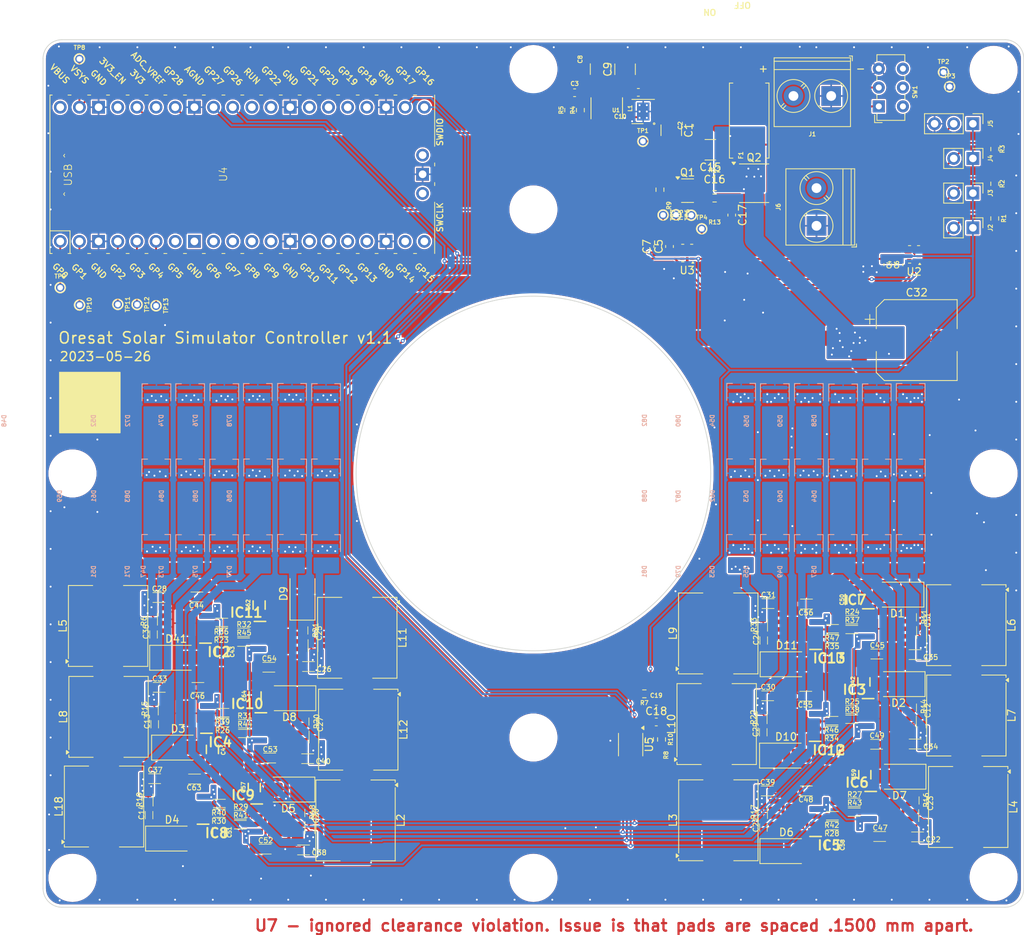
<source format=kicad_pcb>
(kicad_pcb (version 20240108) (generator "pcbnew") (generator_version "8.0")
  (layers (0 "F.Cu" signal) (31 "B.Cu" signal) (34 "B.Paste" user) (35 "F.Paste" user) (36 "B.SilkS" user "B.Silkscreen") (37 "F.SilkS" user "F.Silkscreen") (38 "B.Mask" user) (39 "F.Mask" user) (44 "Edge.Cuts" user))
  (net 0 "")
  (net 1 "VCC")
  (net 2 "GND")
  (net 3 "+5V")
  (net 4 "+3.3V")
  (net 5 "Net-(U1-INTVcc)")
  (net 6 "Net-(D41-K)")
  (net 7 "Net-(D5-K)")
  (net 8 "Net-(D6-K)")
  (net 9 "Net-(IC2-BOOT)")
  (net 10 "Net-(D1-K)")
  (net 11 "Net-(D10-K)")
  (net 12 "Net-(D11-K)")
  (net 13 "Net-(IC7-BOOT)")
  (net 14 "Net-(IC3-BOOT)")
  (net 15 "/DAC_RDY{slash}~{BSY}")
  (net 16 "/DAC_~{LDAC}")
  (net 17 "/SDA1")
  (net 18 "/SCL1")
  (net 19 "Net-(D2-K)")
  (net 20 "Net-(IC4-BOOT)")
  (net 21 "Net-(D3-K)")
  (net 22 "Net-(IC8-BOOT)")
  (net 23 "Net-(D4-K)")
  (net 24 "Net-(IC9-BOOT)")
  (net 25 "Net-(IC5-BOOT)")
  (net 26 "Net-(IC6-BOOT)")
  (net 27 "Net-(D8-K)")
  (net 28 "Net-(J1-Pin_2)")
  (net 29 "Net-(D7-K)")
  (net 30 "Net-(IC13-BOOT)")
  (net 31 "Net-(IC12-BOOT)")
  (net 32 "Net-(J6-Pin_2)")
  (net 33 "/THERM1")
  (net 34 "/THERM2")
  (net 35 "/THERM3")
  (net 36 "/PHOTODIODE")
  (net 37 "Net-(IC11-BOOT)")
  (net 38 "Net-(D9-K)")
  (net 39 "Net-(IC10-BOOT)")
  (net 40 "Net-(D47-A)")
  (net 41 "Net-(D57-A)")
  (net 42 "Net-(D49-A)")
  (net 43 "Net-(D51-A)")
  (net 44 "Net-(D55-A)")
  (net 45 "Net-(D53-A)")
  (net 46 "Net-(D73-A)")
  (net 47 "Net-(D71-A)")
  (net 48 "Net-(D75-A)")
  (net 49 "Net-(D77-A)")
  (net 50 "Net-(IC2-VCC)")
  (net 51 "Net-(IC7-VCC)")
  (net 52 "Net-(IC4-VCC)")
  (net 53 "Net-(IC6-VCC)")
  (net 54 "Net-(IC5-VCC)")
  (net 55 "Net-(IC3-VCC)")
  (net 56 "Net-(D79-A)")
  (net 57 "Net-(D81-A)")
  (net 58 "Net-(IC9-VCC)")
  (net 59 "Net-(IC10-VCC)")
  (net 60 "Net-(IC11-VCC)")
  (net 61 "Net-(IC12-VCC)")
  (net 62 "Net-(IC13-VCC)")
  (net 63 "Net-(D47-K)")
  (net 64 "Net-(D48-A)")
  (net 65 "Net-(D49-K)")
  (net 66 "Net-(D50-A)")
  (net 67 "Net-(D51-K)")
  (net 68 "Net-(D52-A)")
  (net 69 "Net-(D53-K)")
  (net 70 "Net-(D54-A)")
  (net 71 "Net-(D55-K)")
  (net 72 "Net-(D56-A)")
  (net 73 "Net-(D57-K)")
  (net 74 "Net-(D58-A)")
  (net 75 "Net-(D71-K)")
  (net 76 "Net-(D72-A)")
  (net 77 "Net-(D73-K)")
  (net 78 "Net-(D74-A)")
  (net 79 "Net-(D75-K)")
  (net 80 "Net-(D76-A)")
  (net 81 "Net-(D77-K)")
  (net 82 "Net-(D78-A)")
  (net 83 "Net-(D79-K)")
  (net 84 "Net-(D80-A)")
  (net 85 "Net-(SW1-B)")
  (net 86 "Net-(D81-K)")
  (net 87 "Net-(D82-A)")
  (net 88 "RED_LIM")
  (net 89 "Net-(IC2-CSH)")
  (net 90 "Net-(IC2-TON)")
  (net 91 "Net-(IC3-CSH)")
  (net 92 "Net-(IC3-TON)")
  (net 93 "GREEN_LIM")
  (net 94 "Net-(IC4-TON)")
  (net 95 "Net-(IC4-CSH)")
  (net 96 "Net-(IC5-CSH)")
  (net 97 "Net-(IC5-TON)")
  (net 98 "BLUE_LIM")
  (net 99 "Net-(IC6-TON)")
  (net 100 "Net-(IC6-CSH)")
  (net 101 "Net-(IC7-TON)")
  (net 102 "Net-(IC7-CSH)")
  (net 103 "Net-(IC8-TON)")
  (net 104 "Net-(IC8-CSH)")
  (net 105 "Net-(IC9-CSH)")
  (net 106 "Net-(IC9-TON)")
  (net 107 "Net-(IC10-TON)")
  (net 108 "UV_LIM")
  (net 109 "Net-(IC10-CSH)")
  (net 110 "Net-(IC11-TON)")
  (net 111 "Net-(IC11-CSH)")
  (net 112 "Net-(IC12-TON)")
  (net 113 "Net-(IC12-CSH)")
  (net 114 "Net-(IC13-CSH)")
  (net 115 "Net-(IC13-TON)")
  (net 116 "Net-(U1-SW)")
  (net 117 "Net-(Q1-D)")
  (net 118 "Net-(U1-MODE)")
  (net 119 "Net-(U3-AIN0)")
  (net 120 "Net-(U3-AIN1)")
  (net 121 "Net-(U3-AIN2)")
  (net 122 "Net-(U3-AIN3)")
  (net 123 "Net-(U4-GPIO0)")
  (net 124 "Net-(U4-GPIO1)")
  (net 125 "Net-(U4-GPIO2)")
  (net 126 "Net-(U4-GPIO3)")
  (net 127 "Net-(U4-GPIO4)")
  (net 131 "/PWM")
  (net 155 "Net-(Q2-G)")
  (net 156 "Net-(IC8-VCC)")
  (net 157 "Net-(IC2-EN{slash}PWM)")
  (net 158 "Net-(IC3-EN{slash}PWM)")
  (net 159 "Net-(IC4-EN{slash}PWM)")
  (net 160 "Net-(IC5-EN{slash}PWM)")
  (net 161 "Net-(IC6-EN{slash}PWM)")
  (net 162 "Net-(IC7-EN{slash}PWM)")
  (net 163 "Net-(IC8-EN{slash}PWM)")
  (net 164 "Net-(IC9-EN{slash}PWM)")
  (net 165 "Net-(IC10-EN{slash}PWM)")
  (net 166 "Net-(IC11-EN{slash}PWM)")
  (net 167 "Net-(IC12-EN{slash}PWM)")
  (net 168 "Net-(IC13-EN{slash}PWM)")
  (footprint "Resistor_SMD:R_0603_1608Metric" (layer "F.Cu") (at 169.019278 64.48 180)
    (property "Reference" "R12")
    (property "Value" "1k")
  )
  (footprint "Capacitor_SMD:C_1210_3225Metric" (layer "F.Cu") (at 163.27 57.005 -90)
    (property "Reference" "C1")
    (property "Value" "22u")
  )
  (footprint "oresat-passives:0402-C" (layer "F.Cu") (at 175.4904 149.4376 90)
    (property "Reference" "C21")
    (property "Value" "100n")
  )
  (footprint "Capacitor_SMD:C_0603_1608Metric" (layer "F.Cu") (at 165.68 56.37 -90)
    (property "Reference" "C2")
    (property "Value" "100n")
  )
  (footprint "Package_TO_SOT_SMD:SOT-23-3" (layer "F.Cu") (at 165.429278 65.01)
    (property "Reference" "Q1")
    (property "Value" "PMV45EN")
  )
  (footprint "Diode_SMD:D_SMA" (layer "F.Cu") (at 97.6425 126.93)
    (property "Reference" "D41")
    (property "Value" "VS-10MQ060NTRPBF")
  )
  (footprint "Inductor_SMD:L_Coilcraft_MSS1048-XXX" (layer "F.Cu") (at 169.516 148.4696 90)
    (property "Reference" "L3")
    (property "Value" "47u")
  )
  (footprint "Capacitor_SMD:C_0603_1608Metric" (layer "F.Cu") (at 161.47 72.42 90)
    (property "Reference" "C7")
    (property "Value" "100n")
  )
  (footprint "Resistor_SMD:R_0603_1608Metric" (layer "F.Cu") (at 149.68 54.335 90)
    (property "Reference" "R5")
    (property "Value" "100k")
  )
  (footprint "oresat-passives:0603-C" (layer "F.Cu") (at 196.72 147.848997 -90)
    (property "Reference" "R16")
    (property "Value" ".576")
  )
  (footprint "Connector_PinHeader_2.54mm:PinHeader_1x02_P2.54mm_Vertical" (layer "F.Cu") (at 203.2525 69.9375 -90)
    (property "Reference" "J2")
    (property "Value" "Conn_01x02")
  )
  (footprint "oresat-ics:SOP100P600X165-11N" (layer "F.Cu") (at 192.420203 147.298997)
    (property "Reference" "IC6")
    (property "Value" "A6214KLKTR-T" (hide yes))
  )
  (footprint "oresat-passives:0603-C" (layer "F.Cu") (at 103.69359 123.440049 180)
    (property "Reference" "R23")
    (property "Value" "95.3k")
  )
  (footprint "Resistor_SMD:R_0603_1608Metric" (layer "F.Cu") (at 206.15 68.7 -90)
    (property "Reference" "R1")
    (property "Value" "10k")
  )
  (footprint "Resistor_SMD:R_0603_1608Metric" (layer "F.Cu") (at 206.15 64.1 -90)
    (property "Reference" "R2")
    (property "Value" "10k")
  )
  (footprint "oresat-passives:1206-C" (layer "F.Cu") (at 108 144.13 90)
    (property "Reference" "C57")
    (property "Value" "10u")
  )
  (footprint "Resistor_SMD:R_0603_1608Metric" (layer "F.Cu") (at 151.2228 54.335 90)
    (property "Reference" "R4")
    (property "Value" "100k")
  )
  (footprint "oresat-passives:0603-C" (layer "F.Cu") (at 187.195 121.985)
    (property "Reference" "R24")
    (property "Value" "95.3k")
  )
  (footprint "Capacitor_SMD:C_0603_1608Metric" (layer "F.Cu") (at 161.285 135.44)
    (property "Reference" "C18")
    (property "Value" "1u")
  )
  (footprint "oresat-misc:TestPoint-MinTH" (layer "F.Cu") (at 199.36 49.315 -90)
    (property "Reference" "TP2")
    (property "Value" "TestPoint-MinTH" (hide yes))
  )
  (footprint "oresat-passives:0402-C" (layer "F.Cu") (at 94.8 135.74 90)
    (property "Reference" "C13")
    (property "Value" "100n")
  )
  (footprint "Diode_SMD:D_SMA" (layer "F.Cu") (at 178.487835 139.900715)
    (property "Reference" "D10")
    (property "Value" "VS-10MQ060NTRPBF")
  )
  (footprint "Capacitor_SMD:C_0603_1608Metric" (layer "F.Cu") (at 171.289278 68.25 -90)
    (property "Reference" "C17")
    (property "Value" "C_Small")
  )
  (footprint "TerminalBlock_Phoenix:TerminalBlock_Phoenix_PT-1,5-2-5.0-H_1x02_P5.00mm_Horizontal" (layer "F.Cu") (at 184.47 52.46 180)
    (property "Reference" "J1")
    (property "Value" "Conn_01x02")
  )
  (footprint "Inductor_SMD:L_Coilcraft_MSS1048-XXX" (layer "F.Cu") (at 88.082 146.647 90)
    (property "Reference" "L18")
    (property "Value" "47u")
  )
  (footprint "Resistor_SMD:R_0603_1608Metric" (layer "F.Cu") (at 169.019278 65.99)
    (property "Reference" "R13")
    (property "Value" "0")
  )
  (footprint "Inductor_SMD:L_Coilcraft_MSS1048-XXX" (layer "F.Cu") (at 121.65 124.28 -90)
    (property "Reference" "L11")
    (property "Value" "47u")
  )
  (footprint "oresat-passives:0603-C" (layer "F.Cu") (at 109.925 128.185)
    (property "Reference" "C54")
    (property "Value" "1u")
  )
  (footprint "oresat-passives:0402-C" (layer "F.Cu") (at 196.27 121.56 -90)
    (property "Reference" "C11")
    (property "Value" "100n")
  )
  (footprint "oresat-passives:0603-C" (layer "F.Cu") (at 176.1 119.75)
    (property "Reference" "C31")
    (property "Value" "100n")
  )
  (footprint "Diode_SMD:D_SMA" (layer "F.Cu") (at 193.244 118.56 180)
    (property "Reference" "D1")
    (property "Value" "VS-10MQ060NTRPBF")
  )
  (footprint "oresat-passives:0603-C" (layer "F.Cu") (at 94.79 142.96)
    (property "Reference" "C37")
    (property "Value" "100n")
  )
  (footprint "Inductor_SMD:L_Coilcraft_MSS1048-XXX" (layer "F.Cu") (at 121.78 136.46 -90)
    (property "Reference" "L12")
    (property "Value" "47u")
  )
  (footprint "Inductor_SMD:L_Coilcraft_MSS1048-XXX" (layer "F.Cu") (at 121.42 148.49 -90)
    (property "Reference" "L2")
    (property "Value" "47u")
  )
  (footprint "oresat-passives:1206-C" (layer "F.Cu") (at 103.64359 126.115049 -90)
    (property "Reference" "C43")
    (property "Value" "10u")
  )
  (footprint "Inductor_SMD:L_Coilcraft_MSS1048-XXX" (layer "F.Cu") (at 169.5 123.7 90)
    (property "Reference" "L9")
    (property "Value" "47u")
  )
  (footprint "oresat-passives:0603-C" (layer "F.Cu") (at 109.444991 152.294129)
    (property "Reference" "C52")
    (property "Value" "1u")
  )
  (footprint "oresat-passives:0603-C" (layer "F.Cu") (at 175.32 134.88 90)
    (property "Reference" "R22")
    (property "Value" ".576")
  )
  (footprint "Connector_PinHeader_2.54mm:PinHeader_1x02_P2.54mm_Vertical" (layer "F.Cu") (at 203.2525 65.3375 -90)
    (property "Reference" "J3")
    (property "Value" "Conn_01x02")
  )
  (footprint "Diode_SMD:D_SMA" (layer "F.Cu") (at 178.571 127.79)
    (property "Reference" "D11")
    (property "Value" "VS-10MQ060NTRPBF")
  )
  (footprint "Capacitor_SMD:C_0603_1608Metric" (layer "F.Cu") (at 191.9664 74.83 -90)
    (property "Reference" "C6")
    (property "Value" "100n")
  )
  (footprint "oresat-misc:TestPoint-MinTH" (layer "F.Cu") (at 89.91 80.09 90)
    (property "Reference" "TP11")
    (property "Value" "TestPoint-MinTH" (hide yes))
  )
  (footprint "oresat-passives:0603-C" (layer "F.Cu") (at 114.53 152.4 180)
    (property "Reference" "C38")
    (property "Value" "100n")
  )
  (footprint "Capacitor_SMD:C_1210_3225Metric" (layer "F.Cu") (at 157.15 48.92 90)
    (property "Reference" "C9")
    (property "Value" "22u")
  )
  (footprint "oresat-passives:0603-C" (layer "F.Cu") (at 95.4 130.85)
    (property "Reference" "C33")
    (property "Value" "100n")
  )
  (footprint "Diode_SMD:D_SMA" (layer "F.Cu") (at 193.520203 142.698997 180)
    (property "Reference" "D7")
    (property "Value" "VS-10MQ060NTRPBF")
  )
  (footprint "Resistor_SMD:R_0603_1608Metric" (layer "F.Cu") (at 160.385 137.74 -90)
    (property "Reference" "R8")
    (property "Value" "4.7k")
  )
  (footprint "oresat-ics:SOP100P600X165-11N" (layer "F.Cu") (at 111.582 136.867)
    (property "Reference" "IC10")
    (property "Value" "A6214KLKTR-T" (hide yes))
  )
  (footprint "Capacitor_SMD:C_1210_3225Metric" (layer "F.Cu") (at 168.454278 59.59 180)
    (property "Reference" "C15")
    (property "Value" "22u")
  )
  (footprint "oresat-passives:0603-C" (layer "F.Cu") (at 184.583835 136.471715 180)
    (property "Reference" "R34")
    (property "Value" "95.3k")
  )
  (footprint "oresat-misc:TestPoint-MinTH" (layer "F.Cu") (at 84.8202 47.5488)
    (property "Reference" "TP8")
    (property "Value" "TestPoint-MinTH" (hide yes))
  )
  (footprint "oresat-passives:0603-C" (layer "F.Cu") (at 187.520203 146.198997)
    (property "Reference" "R27")
    (property "Value" "95.3k")
  )
  (footprint "oresat-ics:SOP100P600X165-11N" (layer "F.Cu") (at 111.031991 148.961629)
    (property "Reference" "IC9")
    (property "Value" "A6214KLKTR-T" (hide yes))
  )
  (footprint "oresat-passives:0603-C" (layer "F.Cu") (at 195.59 126.51 180)
    (property "Reference" "C35")
    (property "Value" "100n")
  )
  (footprint "Connector_PinHeader_2.54mm:PinHeader_1x03_P2.54mm_Vertical" (layer "F.Cu") (at 203.2525 56.1375 -90)
    (property "Reference" "J5")
    (property "Value" "Conn_01x03")
  )
  (footprint "oresat-passives:0603-C" (layer "F.Cu") (at 187.1866 133.884)
    (property "Reference" "R25")
    (property "Value" "95.3k")
  )
  (footprint "Inductor_SMD:L_Coilcraft_MSS1048-XXX" (layer "F.Cu") (at 202.3866 134.584 -90)
    (property "Reference" "L7")
    (property "Value" "47u")
  )
  (footprint "oresat-passives:0603-C" (layer "F.Cu") (at 187.520203 147.298997)
    (property "Reference" "R43")
    (property "Value" "1k")
  )
  (footprint "oresat-ics:SOP100P600X165-11N" (layer "F.Cu") (at 179.630835 135.354115 180)
    (property "Reference" "IC12")
    (property "Value" "A6214KLKTR-T" (hide yes))
  )
  (footprint "Capacitor_SMD:C_0603_1608Metric" (layer "F.Cu") (at 163.04 72.41 90)
    (property "Reference" "C5")
    (property "Value" "1u")
  )
  (footprint "oresat-passives:0603-C" (layer "F.Cu") (at 190.4836 138.4002)
    (property "Reference" "C49")
    (property "Value" "1u")
  )
  (footprint "Resistor_SMD:R_0603_1608Metric" (layer "F.Cu") (at 161.77 64.885 -90)
    (property "Reference" "R9")
    (property "Value" "10k")
  )
  (footprint "oresat-passives:0603-C" (layer "F.Cu") (at 103.37 146.34 180)
    (property "Reference" "R40")
    (property "Value" "1k")
  )
  (footprint "oresat-passives:0603-C" (layer "F.Cu") (at 103.85 134.29 180)
    (property "Reference" "R39")
    (property "Value" "1k")
  )
  (footprint "oresat-passives:0402-C" (layer "F.Cu") (at 94.64359 123.840049 90)
    (property "Reference" "C36")
    (property "Value" "100n")
  )
  (footprint "Diode_SMD:D_SMA" (layer "F.Cu") (at 97.9 138.84)
    (property "Reference" "D3")
    (property "Value" "VS-10MQ060NTRPBF")
  )
  (footprint "oresat-passives:0603-C" (layer "F.Cu") (at 184.583835 135.354115 180)
    (property "Reference" "R46")
    (property "Value" "1k")
  )
  (footprint "oresat-misc:TestPoint-MinTH" (layer "F.Cu") (at 82.2702 77.8614)
    (property "Reference" "TP9")
    (property "Value" "TestPoint-MinTH" (hide yes))
  )
  (footprint "oresat-passives:0603-C" (layer "F.Cu") (at 103.85 135.415 180)
    (property "Reference" "R26")
    (property "Value" "95.3k")
  )
  (footprint "oresat-passives:0603-C" (layer "F.Cu") (at 94.62 133.72 90)
    (property "Reference" "R15")
    (property "Value" ".576")
  )
  (footprint "Capacitor_SMD:C_0603_1608Metric" (layer "F.Cu") (at 169.009278 62.09 180)
    (property "Reference" "C16")
    (property "Value" "1u")
  )
  (footprint "Resistor_SMD:R_0603_1608Metric" (layer "F.Cu") (at 159.705 131.708472 180)
    (property "Reference" "R7")
    (property "Value" "4.7k")
  )
  (footprint "oresat-passives:1206-C" (layer "F.Cu") (at 187.35 119.25 90)
    (property "Reference" "C50")
    (property "Value" "10u")
  )
  (footprint "oresat-misc:TestPoint-MinTH" (layer "F.Cu") (at 200.17 51.23 -90)
    (property "Reference" "TP3")
    (property "Value" "TestPoint-MinTH" (hide yes))
  )
  (footprint "oresat-ics:SOP100P600X165-11N" (layer "F.Cu") (at 179.6884 147.9676 180)
    (property "Reference" "IC5")
    (property "Value" "A6214KLKTR-T" (hide yes))
  )
  (footprint "oresat-passives:0603-C" (layer "F.Cu") (at 175.3704 147.4476 90)
    (property "Reference" "R17")
    (property "Value" ".576	")
  )
  (footprint "oresat-passives:1206-C" (layer "F.Cu") (at 184.46 126.86 -90)
    (property "Reference" "C60")
    (property "Value" "10u")
  )
  (footprint "oresat-passives:0402-C" (layer "F.Cu") (at 115.6 123.31 -90)
    (property "Reference" "C25")
    (property "Value" "100n")
  )
  (footprint "oresat-misc:RPi_Pico_TH" (layer "F.Cu") (at 106.4302 62.8396 90)
    (property "Reference" "U4")
    (property "Value" "RPi_Pico")
  )
  (footprint "Fuse:Fuseholder_Littelfuse_Nano2_154x" (layer "F.Cu") (at 173.604278 55.725 -90)
    (property "Reference" "F1")
    (property "Value" "10A")
  )
  (footprint "oresat-passives:0603-C" (layer "F.Cu") (at 187.1866 134.984)
    (property "Reference" "R38")
    (property "Value" "1k")
  )
  (footprint "Button_Switch_THT:SW_E-Switch_EG1271_SPDT" (layer "F.Cu") (at 190.78 53.84 90)
    (property "Reference" "SW1")
    (property "Value" "EG1271")
  )
  (footprint "oresat-passives:0603-C" (layer "F.Cu") (at 195.6 138.36 180)
    (property "Reference" "C34")
    (property "Value" "100n")
  )
  (footprint "Package_DFN_QFN:Texas_R-PUQFN-N10" (layer "F.Cu") (at 165.3875 73.276736 180)
    (property "Reference" "U3")
    (property "Value" "ADS1015IRUGR")
  )
  (footprint "oresat-passives:1206-C" (layer "F.Cu") (at 188.93 142.43 90)
    (property "Reference" "C59")
    (property "Value" "10u")
  )
  (footprint "oresat-passives:0603-C" (layer "F.Cu") (at 181.1794 144.5786 180)
    (property "Reference" "C48")
    (property "Value" "1u")
  )
  (footprint "oresat-passives:1206-C" (layer "F.Cu") (at 108.64 119.94 90)
    (property "Reference" "C62")
    (property "Value" "10u")
  )
  (footprint "oresat-passives:0603-C" (layer "F.Cu") (at 190.52 126.435)
    (property "Reference" "C45")
    (property "Value" "1u")
  )
  (footprint "Diode_SMD:D_SMA" (layer "F.Cu") (at 97.1 150.9)
    (property "Reference" "D4")
    (property "Value" "VS-10MQ060NTRPBF")
  )
  (footprint "oresat-passives:0402-C" (layer "F.Cu") (at 94.051 147.79 90)
    (property "Reference" "C14")
    (property "Value" "100n")
  )
  (footprint "Inductor_SMD:L_Coilcraft_MSS1048-XXX" (layer "F.Cu") (at 169.29 135.72 90)
    (property "Reference" "L10")
    (property "Value" "47u")
  )
  (footprint "Capacitor_SMD:C_1210_3225Metric" (layer "F.Cu") (at 153.9 48.9 90)
    (property "Reference" "C8")
    (property "Value" "22u")
  )
  (footprint "Package_DFN_QFN:Texas_R-PUQFN-N10" (layer "F.Cu") (at 195.4575 73.46 180)
    (property "Reference" "U2")
    (property "Value" "ADS1015IRUGR")
  )
  (footprint "oresat-passives:1206-C" (layer "F.Cu") (at 184.5274 151.7218 -90)
    (property "Reference" "C58")
    (property "Value" "10u")
  )
  (footprint "Package_SO:MSOP-10_3x3mm_P0.5mm" (layer "F.Cu") (at 157.885 138.44 -90)
    (property "Reference" "U5")
    (property "Value" "MCP4728")
  )
  (footprint "oresat-passives:0603-C" (layer "F.Cu") (at 106.144991 147.844129)
    (property "Reference" "R29")
    (property "Value" "95.3k")
  )
  (footprint "oresat-misc:TestPoint-MinTH" (layer "F.Cu") (at 94.98 80.27 90)
    (property "Reference" "TP13")
    (property "Value" "TestPoint-MinTH" (hide yes))
  )
  (footprint "Capacitor_SMD:C_0603_1608Metric" (layer "F.Cu") (at 193.465 74.83 -90)
    (property "Reference" "C4")
    (property "Value" "1u")
  )
  (footprint "oresat-passives:0603-C" (layer "F.Cu") (at 196.45 123.57 -90)
    (property "Reference" "R11")
    (property "Value" ".576")
  )
  (footprint "oresat-misc:TestPoint-MinTH" (layer "F.Cu") (at 167.31 70.066736 -90)
    (property "Reference" "TP4")
    (property "Value" "TestPoint-MinTH" (hide yes))
  )
  (footprint "oresat-passives:0603-C" (layer "F.Cu") (at 106.575 124.76)
    (property "Reference" "R45")
    (property "Value" "1k")
  )
  (footprint "Inductor_SMD:L_Coilcraft_MSS1048-XXX" (layer "F.Cu") (at 202.38 122.61 -90)
    (property "Reference" "L6")
    (property "Value" "47u")
  )
  (footprint "oresat-passives:0402-C" (layer "F.Cu") (at 196.2748 133.54 -90)
    (property "Reference" "C12")
    (property "Value" "100n")
  )
  (footprint "oresat-passives:0603-C" (layer "F.Cu") (at 100.39359 118.865049 180)
    (property "Reference" "C44")
    (property "Value" "1u")
  )
  (footprint "Inductor_SMD:L_Coilcraft_MSS1048-XXX" (layer "F.Cu") (at 88.62 122.71 90)
    (property "Reference" "L5")
    (property "Value" "47u")
  )
  (footprint "Inductor_SMD:L_Coilcraft_MSS1048-XXX" (layer "F.Cu") (at 88.68 134.76 90)
    (property "Reference" "L8")
    (property "Value" "47u")
  )
  (footprint "oresat-passives:0603-C" (layer "F.Cu") (at 106.144991 148.961629)
    (property "Reference" "R41")
    (property "Value" "1k")
  )
  (footprint "Resistor_SMD:R_0603_1608Metric" (layer "F.Cu") (at 206.15 59.5 -90)
    (property "Reference" "R3")
    (property "Value" "10k")
  )
  (footprint "oresat-ics:SOP100P600X165-11N" (layer "F.Cu") (at 98.95 134.29 180)
    (property "Reference" "IC4")
    (property "Value" "A6214KLKTR-T" (hide yes))
  )
  (footprint "oresat-passives:0603-C" (layer "F.Cu") (at 115.91 137.44 -90)
    (property "Reference" "R20")
    (property "Value" ".576")
  )
  (footprint "Capacitor_SMD:CP_Elec_10x12.5" (layer "F.Cu") (at 195.81 84.82)
    (property "Reference" "C32")
    (property "Value" "470u")
  )
  (footprint "oresat-passives:0603-C" (layer "F.Cu") (at 181.195228 119.805006 180)
    (property "Reference" "C56")
    (property "Value" "1u")
  )
  (footprint "Diode_SMD:D_SMA" (layer "F.Cu") (at 112.51 144.4 180)
    (property "Reference" "D5")
    (property "Value" "VS-10MQ060NTRPBF")
  )
  (footprint "oresat-passives:0402-C" (layer "F.Cu") (at 175.465235 136.804115 90)
    (property "Reference" "C29")
    (property "Value" "100n")
  )
  (footprint "oresat-misc:TestPoint-MinTH" (layer "F.Cu") (at 163.9 68.21 90)
    (property "Reference" "TP6")
    (property "Value" "TestPoint-MinTH" (hide yes))
  )
  (footprint "oresat-passives:1206-C" (layer "F.Cu") (at 188.81 130.13 90)
    (property "Reference" "C42")
    (property "Value" "10u")
  )
  (footprint "oresat-passives:0603-C" (layer "F.Cu") (at 184.629 149.0802 180)
    (property "Reference" "R28")
    (property "Value" "95.3k")
  )
  (footprint "oresat-passives:0603-C" (layer "F.Cu") (at 115.19 128.09 180)
    (property "Reference" "C26")
    (property "Value" "100n")
  )
  (footprint "oresat-passives:L_ECS-MPI4040" (layer "F.Cu") (at 154.72 54.09 90)
    (property "Reference" "L1")
    (property "Value" "3u3" (hide yes))
  )
  (footprint "Package_SO:SOP-8_3.9x4.9mm_P1.27mm" (layer "F.Cu") (at 174.254278 64.025)
    (property "Reference" "Q2")
    (property "Value" "Goford_G11S_20V_11A")
  )
  (footprint "oresat-passives:0603-C" (layer "F.Cu") (at 115.78 125.32 -90)
    (property "Reference" "R21")
    (property "Value" ".576")
  )
  (footprint "oresat-passives:0603-C" (layer "F.Cu") (at 115.07 140.31 180)
    (property "Reference" "C40")
    (property "Value" "100n")
  )
  (footprint "oresat-ics:SOP100P600X165-11N" (layer "F.Cu") (at 192.107 123.085)
    (property "Reference" "IC7")
    (property "Value" "A6214KLKTR-T" (hide yes))
  )
  (footprint "oresat-passives:0603-C" (layer "F.Cu") (at 190.895203 150.623997)
    (property "Reference" "C47")
    (property "Value" "1u")
  )
  (footprint "oresat-passives:1206-C" (layer "F.Cu") (at 103.27 150.03 -90)
    (property "Reference" "C51")
    (property "Value" "10u")
  )
  (footprint "Inductor_SMD:L_Coilcraft_MSS1048-XXX" (layer "F.Cu") (at 202.63 146.71 -90)
    (property "Reference" "L4")
    (property "Value" "47u")
  )
  (footprint "Capacitor_SMD:C_0603_1608Metric" (layer "F.Cu") (at 158.91 51.98)
    (property "Reference" "C10")
    (property "Value" "100n")
  )
  (footprint "Diode_SMD:D_SMA" (layer "F.Cu") (at 178.533 152.56)
    (property "Reference" "D6")
    (property "Value" "VS-10MQ060NTRPBF")
  )
  (footprint "oresat-passives:0603-C" (layer "F.Cu") (at 187.195 123.085)
    (property "Reference" "R37")
    (property "Value" "1k")
  )
  (footprint "oresat-ics:SOP100P600X165-11N" (layer "F.Cu") (at 179.681 123.17 180)
    (property "Reference" "IC13")
    (property "Value" "A6214KLKTR-T" (hide yes))
  )
  (footprint "oresat-passives:0603-C" (layer "F.Cu") (at 176.05 131.97)
    (property "Reference" "C30")
    (property "Value" "100n")
  )
  (footprint "oresat-ics:DFN-8-1EP_3x3mm_P0.5mm_EP1.65x2.38mm_ThermalVias0.3mm" (layer "F.Cu") (at 159.55 54.52 180)
    (property "Reference" "U1")
    (property "Value" "LTC3624")
  )
  (footprint "oresat-passives:0603-C" (layer "F.Cu") (at 184.629 147.9676 180)
    (property "Reference" "R42")
    (property "Value" "1k")
  )
  (footprint "oresat-passives:0603-C" (layer "F.Cu") (at 106.575 123.66)
    (property "Reference" "R32")
    (property "Value" "95.3k")
  )
  (footprint "oresat-passives:0603-C" (layer "F.Cu") (at 184.649628 123.17 180)
    (property "Reference" "R47")
    (property "Value" "1k")
  )
  (footprint "oresat-passives:0603-C" (layer "F.Cu") (at 103.69359 122.340049 180)
    (property "Reference" "R36")
    (property "Value" "1k")
  )
  (footprint "oresat-misc:TestPoint-MinTH" (layer "F.Cu") (at 92.46 80.1 90)
    (property "Reference" "TP12")
    (property "Value" "TestPoint-MinTH" (hide yes))
  )
  (footprint "oresat-passives:0603-C" (layer "F.Cu") (at 175.99 144.58)
    (property "Reference" "C39")
    (property "Value" "100n")
  )
  (footprint "oresat-passives:0603-C" (layer "F.Cu") (at 106.695 136.867)
    (property "Reference" "R44")
    (property "Value" "1k")
  )
  (footprint "oresat-misc:TestPoint-MinTH" (layer "F.Cu") (at 165.92 68.27 -90)
    (property "Reference" "TP5")
    (property "Value" "TestPoint-MinTH" (hide yes))
  )
  (footprint "oresat-ics:SOP100P600X165-11N" (layer "F.Cu") (at 98.496 146.34 180)
    (property "Reference" "IC8")
    (property "Value" "A6214KLKTR-T" (hide yes))
  )
  (footprint "oresat-passives:0603-C" (layer "F.Cu") (at 184.649628 124.275406 180)
    (property "Reference" "R35")
    (property "Value" "95.3k")
  )
  (footprint "oresat-passives:1206-C" (layer "F.Cu") (at 184.456835 139.164115 -90)
    (property "Reference" "C61")
    (property "Value" "10u")
  )
  (footprint "oresat-ics:SOP100P600X165-11N" (layer "F.Cu") (at 192.078 134.99)
    (property "Reference" "IC3")
    (property "Value" "A6214KLKTR-T" (hide yes))
  )
  (footprint "oresat-passives:0402-C" (layer "F.Cu") (at 115.74 135.39 -90)
    (property "Reference" "C27")
    (property "Value" "100n")
  )
  (footprint "MountingHole:MountingHole_3.2mm_M3" (layer "F.Cu") (at 145 137.5)
    (property "Reference" "REF**" (hide yes))
    (property "Value" "MountingHole_3.2mm_M3")
  )
  (footprint "oresat-passives:0402-C" (layer "F.Cu") (at 115.194991 147.511629 -90)
    (property "Reference" "C20")
    (property "Value" "100n")
  )
  (footprint "oresat-passives:0402-C" (layer "F.Cu") (at 196.620203 145.848997 -90)
    (property "Reference" "C23")
    (property "Value" "100n")
  )
  (footprint "oresat-passives:0603-C" (layer "F.Cu") (at 100.525 130.865 180)
    (property "Reference" "C46")
    (property "Value" "1u")
  )
  (footprint "oresat-misc:TestPoint-MinTH" (layer "F.Cu") (at 162.19 68.24 90)
    (property "Reference" "TP7")
    (property "Value" "TestPoint-MinTH" (hide yes))
  )
  (footprint "oresat-passives:0603-C" (layer "F.Cu") (at 196.4018 135.44 -90)
    (property "Reference" "R14")
    (property "Value" ".576")
  )
  (footprint "Diode_SMD:D_SMA" (layer "F.Cu") (at 114.39 118.43 90)
    (property "Reference" "D9")
    (property "Value" "VS-10MQ060NTRPBF")
  )
  (footprint "Connector_PinHeader_2.54mm:PinHeader_1x02_P2.54mm_Vertical" (layer "F.Cu") (at 203.2525 60.7375 -90)
    (property "Reference" "J4")
    (property "Value" "Conn_01x02")
  )
  (footprint "Capacitor_SMD:C_0603_1608Metric" (layer "F.Cu") (at 161.285 133.728472)
    (property "Reference" "C19")
    (property "Value" "100n")
  )
  (footprint "oresat-passives:0603-C" (layer "F.Cu") (at 100.08 143 180)
    (property "Reference" "C63")
    (property "Value" "1u")
  )
  (footprint "oresat-ics:SOP100P600X165-11N" (layer "F.Cu") (at 98.81859 122.340049 180)
    (property "Reference" "IC2")
    (property "Value" "A6214KLKTR-T" (hide yes))
  )
  (footprint "oresat-passives:0603-C" (layer "F.Cu") (at 106.695 135.767)
    (property "Reference" "R31")
    (property "Value" "95.3k")
  )
  (footprint "oresat-passives:1206-C" (layer "F.Cu") (at 108.1 132 90)
    (property "Reference" "C64")
    (property "Value" "10u")
  )
  (footprint "oresat-passives:1206-C" (layer "F.Cu") (at 102.45 139.08 -90)
    (property "Reference" "C41")
    (property "Value" "10u")
  )
  (footprint "Resistor_SMD:R_0603_1608Metric" (layer "F.Cu") (at 161.985 137.758472 -90)
    (property "Reference" "R10")
    (property "Value" "100k")
  )
  (footprint "oresat-passives:0603-C" (layer "F.Cu") (at 195.92 150.67 180)
    (property "Reference" "C22")
    (property "Value" "100n")
  )
  (footprint "oresat-passives:0603-C" (layer "F.Cu") (at 115.36 149.45 -90)
    (property "Reference" "R18")
    (property "Value" ".576")
  )
  (footprint "oresat-passives:0603-C" (layer "F.Cu") (at 181.104035 132.026715 180)
    (property "Reference" "C55")
    (property "Value" "1u")
  )
  (footprint "oresat-passives:0603-C" (layer "F.Cu") (at 95.36 118.94)
    (property "Reference" "C28")
    (property "Value" "100n")
  )
  (footprint "oresat-passives:0603-C" (layer "F.Cu") (at 103.37 147.43 180)
    (property "Reference" "R30")
    (property "Value" "95.3k")
  )
  (footprint "oresat-passives:0603-C" (layer "F.Cu") (at 94.51 121.82 90)
    (property "Reference" "R6")
    (property "Value" ".576	")
  )
  (footprint "oresat-misc:TestPoint-MinTH" (layer "F.Cu") (at 159.51 58.47 -90)
    (property "Reference" "TP1")
    (property "Value" "TestPoint-MinTH" (hide yes))
  )
  (footprint "Diode_SMD:D_SMA" (layer "F.Cu") (at 193.4046 130.4246 180)
    (property "Reference" "D2")
    (property "Value" "VS-10MQ060NTRPBF")
  )
  (footprint "oresat-ics:SOP100P600X165-11N" (layer "F.Cu") (at 111.462 124.76)
    (property "Reference" "IC11")
    (property "Value" "A6214KLKTR-T" (hide yes))
  )
  (footprint "Capacitor_SMD:C_0603_1608Metric" (layer "F.Cu") (at 150.46 52.03 180)
    (property "Reference" "C3")
    (property "Value" "2u2")
  )
  (footprint "Diode_SMD:D_SMA" (layer "F.Cu") (at 112.645 132.292 180)
    (property "Reference" "D8")
    (property "Value" "VS-10MQ060NTRPBF")
  )
  (footprint "oresat-passives:0402-C" (layer "F.Cu") (at 175.531 124.64 90)
    (property "Reference" "C24")
    (property "Value" "100n")
  )
  (footprint "TerminalBlock_Phoenix:TerminalBlock_Phoenix_PT-1,5-2-5.0-H_1x02_P5.00mm_Horizontal" (layer "F.Cu") (at 182.524278 69.67 90)
    (property "Reference" "J6")
    (property "Value" "Conn_01x02")
  )
  (footprint "oresat-misc:TestPoint-MinTH" (layer "F.Cu") (at 84.84 80.17 90)
    (property "Reference" "TP10")
    (property "Value" "TestPoint-MinTH" (hide yes))
  )
  (footprint "oresat-passives:0603-C" (layer "F.Cu") (at 110.045 140.217)
    (property "Reference" "C53")
    (property "Value" "1u")
  )
  (footprint "oresat-passives:0603-C" (layer "F.Cu") (at 175.38 122.62 90)
    (property "Reference" "R33")
    (property "Value" ".576")
  )
  (footprint "oresat-passives:0603-C" (layer "F.Cu") (at 93.93 145.79 90)
    (property "Reference" "R19")
    (property "Value" ".576")
  )
  (footprint "oresat-diodes:Cree-LED" (layer "B.Cu") (at 177.0032 102.5144 -90)
    (property "Reference" "D87")
    (property "Value" "XPEBBL-L1-0000-00201")
  )
  (footprint "oresat-diodes:Cree-LED" (layer "B.Cu") (at 99.52 102.49 -90)
    (property "Reference" "D61")
    (property "Value" "XPEBBL-L1-0000-00201")
  )
  (footprint "oresat-diodes:Cree-LED" (layer "B.Cu") (at 113.01 102.5 -90)
    (property "Reference" "D85")
    (property "Value" "XPEBBL-L1-0000-00201")
  )
  (footprint "oresat-diodes:Cree-LED" (layer "B.Cu") (at 195.01 112.5 -90)
    (property "Reference" "D57")
    (property "Value" "XPEBBL-L1-0000-00201")
  )
  (footprint "oresat-diodes:Cree-LED" (layer "B.Cu") (at 103.997 102.5144 -90)
    (property "Reference" "D83")
    (property "Value" "XPEBBL-L1-0000-00201")
  )
  (footprint "oresat-diodes:Cree-LED" (layer "B.Cu") (at 181.51 92.49 -90)
    (property "Reference" "D54")
    (property "Value" "XPEBBL-L1-0000-00201")
  )
  (footprint "oresat-diodes:Cree-LED" (layer "B.Cu") (at 95.03 92.52 -90)
    (property "Reference" "D48")
    (property "Value" "XPEBBL-L1-0000-00201")
  )
  (footprint "oresat-diodes:Cree-LED" (layer "B.Cu") (at 172.5368 102.4696 -90)
    (property "Reference" "D88")
    (property "Value" "XPEBBL-L1-0000-00201")
  )
  (footprint "oresat-diodes:Cree-LED" (layer "B.Cu") (at 117.51 102.49 -90)
    (property "Reference" "D86")
    (property "Value" "XPEBBL-L1-0000-00201")
  )
  (footprint "oresat-diodes:Cree-LED" (layer "B.Cu") (at 117.51 112.51 -90)
    (property "Reference" "D77")
    (property "Value" "XPEBBL-L1-0000-00201")
  )
  (footprint "oresat-diodes:Cree-LED" (layer "B.Cu") (at 195.01 92.49 -90)
    (property "Reference" "D58")
    (property "Value" "XPEBBL-L1-0000-00201")
  )
  (footprint "oresat-diodes:Cree-LED" (layer "B.Cu") (at 172.5168 112.4996 -90)
    (property "Reference" "D81")
    (property "Value" "XPEBBL-L1-0000-00201")
  )
  (footprint "oresat-diodes:Cree-LED" (layer "B.Cu") (at 181.5 112.51 -90)
    (property "Reference" "D53")
    (property "Value" "XPEBBL-L1-0000-00201")
  )
  (footprint "oresat-diodes:Cree-LED" (layer "B.Cu") (at 104.029 92.5068 -90)
    (property "Reference" "D72")
    (property "Value" "XPEBBL-L1-0000-00201")
  )
  (footprint "oresat-diodes:Cree-LED" (layer "B.Cu") (at 190.49 112.51 -90)
    (property "Reference" "D49")
    (property "Value" "XPEBBL-L1-0000-00201")
  )
  (footprint "oresat-diodes:Cree-LED" (layer "B.Cu") (at 94.99 112.49 -90)
    (property "Reference" "D47")
    (property "Value" "XPEBBL-L1-0000-00201")
  )
  (footprint "oresat-diodes:Cree-LED" (layer "B.Cu") (at 195.03 102.51 -90)
    (property "Reference" "D64")
    (property "Value" "XPEBBL-L1-0000-00201")
  )
  (footprint "oresat-diodes:Cree-LED" (layer "B.Cu") (at 113 92.47 -90)
    (property "Reference" "D76")
    (property "Value" "XPEBBL-L1-0000-00201")
  )
  (footprint "oresat-diodes:Cree-LED" (layer "B.Cu") (at 186 102.5 -90)
    (property "Reference" "D63")
    (property "Value" "XPEBBL-L1-0000-00201")
  )
  (footprint "oresat-diodes:Cree-LED" (layer "B.Cu") (at 181.53 102.48 -90)
    (property "Reference" "D62")
    (property "Value" "XPEBBL-L1-0000-00201")
  )
  (footprint "oresat-diodes:Cree-LED" (layer "B.Cu") (at 99.49 92.51 -90)
    (property "Reference" "D52")
    (property "Value" "XPEBBL-L1-0000-00201")
  )
  (footprint "oresat-diodes:Cree-LED" (layer "B.Cu") (at 95 102.5 -90)
    (property "Reference" "D59")
    (property "Value" "XPEBBL-L1-0000-00201")
  )
  (footprint "oresat-diodes:Cree-LED" (layer "B.Cu") (at 190.51 102.51 -90)
    (property "Reference" "D60")
    (property "Value" "XPEBBL-L1-0000-00201")
  )
  (footprint "oresat-diodes:Cree-LED" (layer "B.Cu") (at 190.51 92.53 -90)
    (property "Reference" "D50")
    (property "Value" "XPEBBL-L1-0000-00201")
  )
  (footprint "oresat-diodes:Cree-LED" (layer "B.Cu") (at 186.05 92.55 -90)
    (property "Reference" "D56")
    (property "Value" "XPEBBL-L1-0000-00201")
  )
  (footprint "oresat-diodes:Cree-LED" (layer "B.Cu") (at 108.4788 112.526 -90)
    (property "Reference" "D73")
    (property "Value" "XPEBBL-L1-0000-00201")
  )
  (footprint "oresat-diodes:Cree-LED" (layer "B.Cu") (at 117.51 92.5 -90)
    (property "Reference" "D78")
    (property "Value" "XPEBBL-L1-0000-00201")
  )
  (footprint "oresat-diodes:Cree-LED" (layer "B.Cu") (at 177.01 112.49 -90)
    (property "Reference" "D79")
    (property "Value" "XPEBBL-L1-0000-00201")
  )
  (footprint "oresat-diodes:Cree-LED" (layer "B.Cu") (at 108.4688 92.486 -90)
    (property "Reference" "D74")
    (property "Value" "XPEBBL-L1-0000-00201")
  )
  (footprint "oresat-diodes:Cree-LED" (layer "B.Cu") (at 177.0032 92.5068 -90)
    (property "Reference" "D80")
    (property "Value" "XPEBBL-L1-0000-00201")
  )
  (footprint "oresat-diodes:Cree-LED" (layer "B.Cu") (at 99.5 112.52 -90)
    (property "Reference" "D51")
    (property "Value" "XPEBBL-L1-0000-00201")
  )
  (footprint "oresat-diodes:Cree-LED" (layer "B.Cu") (at 108.5088 102.486 -90)
    (property "Reference" "D84")
    (property "Value" "XPEBBL-L1-0000-00201")
  )
  (footprint "oresat-diodes:Cree-LED" (layer "B.Cu") (at 172.5368 92.4596 -90)
    (property "Reference" "D82")
    (property "Value" "XPEBBL-L1-0000-00201")
  )
  (footprint "oresat-diodes:Cree-LED" (layer "B.Cu") (at 112.99 112.49 -90)
    (property "Reference" "D75")
    (property "Value" "XPEBBL-L1-0000-00201")
  )
  (footprint "oresat-diodes:Cree-LED" (layer "B.Cu") (at 185.99 112.5 -90)
    (property "Reference" "D55")
    (property "Value" "XPEBBL-L1-0000-00201")
  )
  (footprint "oresat-diodes:Cree-LED" (layer "B.Cu") (at 103.9782 112.522 -90)
    (property "Reference" "D71")
    (property "Value" "XPEBBL-L1-0000-00201")
  )
  (gr_rect (start 82.2 89.1) (end 90.2 97.1) (stroke (width 0.15)) (fill solid) (layer "F.SilkS"))
  (gr_line (start 210 47.5) (end 210 157.5) (stroke (width 0.1)) (layer "Edge.Cuts"))
  (gr_line (start 82.5 45) (end 207.5 45) (stroke (width 0.1)) (layer "Edge.Cuts"))
  (gr_arc (start 207.5 45) (mid 209.267767 45.732233) (end 210 47.5) (stroke (width 0.1)) (layer "Edge.Cuts"))
  (gr_arc (start 80 47.5) (mid 80.732233 45.732233) (end 82.5 45) (stroke (width 0.1)) (layer "Edge.Cuts"))
  (gr_line (start 80 157.5) (end 80 47.5) (stroke (width 0.1)) (layer "Edge.Cuts"))
  (gr_arc (start 210 157.5) (mid 209.267767 159.267767) (end 207.5 160) (stroke (width 0.1)) (layer "Edge.Cuts"))
  (gr_line (start 207.5 160) (end 82.5 160) (stroke (width 0.1)) (layer "Edge.Cuts"))
  (gr_circle (center 145 102.5) (end 168.5 102.5) (stroke (width 0.1)) (fill none) (layer "Edge.Cuts"))
  (gr_arc (start 82.5 160) (mid 80.732233 159.267767) (end 80 157.5) (stroke (width 0.1)) (layer "Edge.Cuts"))
  (gr_text "U7 - ignored clearance violation. Issue is that pads are spaced .1500 mm apart. " (at 107.9 163.3 0) (layer "F.Cu") (effects (font (size 1.5 1.5) (thickness 0.3) (bold yes)) (justify left bottom)))
  (gr_text "ON" (at 169.31 40.88 180) (layer "F.SilkS") (effects (font (size 0.8 0.8)) (justify left bottom)))
  (gr_text "OFF" (at 173.91 39.95 180) (layer "F.SilkS") (effects (font (size 0.8 0.8)) (justify left bottom)))
  (gr_text "Oresat Solar Simulator Controller v1.1" (at 81.9 85.4 0) (layer "F.SilkS") (effects (font (size 1.5 1.5) (thickness 0.2)) (justify left bottom)))
  (gr_text "2023-05-26" (at 82.1 87.7 0) (layer "F.SilkS") (effects (font (size 1.2 1.2) (thickness 0.18)) (justify left bottom)))
  (segment (start 91.0436 90.6564) (end 91.0436 113.0836) (width 2) (layer "F.Cu") (net 1))
  (segment (start 184.7 58.91) (end 189.77 53.84) (width 0.25) (layer "F.Cu") (net 1))
  (segment (start 167.32 55.55) (end 168.745 55.55) (width 2) (layer "F.Cu") (net 1))
  (segment (start 186.58 115.42) (end 185.26 116.74) (width 2) (layer "F.Cu") (net 1))
  (segment (start 91.0436 113.0836) (end 93.3 115.34) (width 2) (layer "F.Cu") (net 1))
  (segment (start 102.64 115.34) (end 106.09 118.79) (width 2) (layer "F.Cu") (net 1))
  (segment (start 188.19 87.93) (end 189.52 89.26) (width 2) (layer "F.Cu") (net 1))
  (segment (start 199.93 112.855397) (end 197.365397 115.42) (width 2) (layer "F.Cu") (net 1))
  (segment (start 163.27 56.71) (end 163.27 55.53) (width 0.25) (layer "F.Cu") (net 1))
  (segment (start 93.3 115.34) (end 102.64 115.34) (width 2) (layer "F.Cu") (net 1))
  (segment (start 104.36 77.34) (end 91.0436 90.6564) (width 2) (layer "F.Cu") (net 1))
  (segment (start 189.77 53.84) (end 190.78 53.84) (width 0.25) (layer "F.Cu") (net 1))
  (segment (start 199.93 91.67) (end 199.93 112.855397) (width 2) (layer "F.Cu") (net 1))
  (segment (start 162.74 57.24) (end 163.27 56.71) (width 0.25) (layer "F.Cu") (net 1))
  (segment (start 157.66 77.34) (end 104.36 77.34) (width 2) (layer "F.Cu") (net 1))
  (segment (start 184.59 84.58) (end 164.9 84.58) (width 2) (layer "F.Cu") (net 1))
  (segment (start 188.19 86.93) (end 188.19 87.93) (width 2) (layer "F.Cu") (net 1))
  (segment (start 173.604278 58.91) (end 184.7 58.91) (width 0.25) (layer "F.Cu") (net 1))
  (segment (start 164.9 84.58) (end 157.66 77.34) (width 2) (layer "F.Cu") (net 1))
  (segment (start 159.51 58.47) (end 160.79 58.47) (width 0.25) (layer "F.Cu") (net 1))
  (segment (start 185.26 120.56) (end 185.44 120.74) (width 2) (layer "F.Cu") (net 1))
  (segment (start 162.02 57.24) (end 162.74 57.24) (width 0.25) (layer "F.Cu") (net 1))
  (segment (start 168.745 55.55) (end 170.24 57.045) (width 2) (layer "F.Cu") (net 1))
  (segment (start 197.365397 115.42) (end 186.58 115.42) (width 2) (layer "F.Cu") (net 1))
  (segment (start 197.52 89.26) (end 199.93 91.67) (width 2) (layer "F.Cu") (net 1))
  (segment (start 185.26 116.74) (end 185.26 120.56) (width 2) (layer "F.Cu") (net 1))
  (segment (start 160.79 58.47) (end 162.02 57.24) (width 0.25) (layer "F.Cu") (net 1))
  (segment (start 189.52 89.26) (end 197.52 89.26) (width 2) (layer "F.Cu") (net 1))
  (segment (start 106.09 118.79) (end 106.09 121.23) (width 2) (layer "F.Cu") (net 1))
  (via (at 173.49 62.09) (size 0.508) (drill 0.254) (layers "F.Cu" "B.Cu") (net 1))
  (via (at 184.7 85.89) (size 0.508) (drill 0.254) (layers "F.Cu" "B.Cu") (net 1))
  (via (at 188.27 84.49) (size 0.508) (drill 0.254) (layers "F.Cu" "B.Cu") (net 1))
  (via (at 185.59 83.88) (size 0.508) (drill 0.254) (layers "F.Cu" "B.Cu") (net 1))
  (via (at 187.44 85.2) (size 0.508) (drill 0.254) (layers "F.Cu" "B.Cu") (net 1))
  (via (at 185.63 84.92) (size 0.508) (drill 0.254) (layers "F.Cu" "B.Cu") (net 1))
  (via (at 174.81 62.15) (size 0.508) (drill 0.254) (layers "F.Cu" "B.Cu") (net 1))
  (via (at 187.14 86.27) (size 0.508) (drill 0.254) (layers "F.Cu" "B.Cu") (net 1))
  (via (at 172.9 64.81) (size 0.508) (drill 0.254) (layers "F.Cu" "B.Cu") (net 1))
  (via (at 174.28 63.16) (size 0.508) (drill 0.254) (layers "F.Cu" "B.Cu") (net 1))
  (via (at 175.17 63.11) (size 0.508) (drill 0.254) (layers "F.Cu" "B.Cu") (net 1))
  (via (at 169.73 63.29) (size 0.508) (drill 0.254) (layers "F.Cu" "B.Cu") (net 1))
  (via (at 171.09 57.77) (size 0.508) (drill 0.254) (layers "F.Cu" "B.Cu") (net 1))
  (via (at 184.56 86.74) (size 0.508) (drill 0.254) (layers "F.Cu" "B.Cu") (net 1))
  (via (at 185.19 83.32) (size 0.508) (drill 0.254) (layers "F.Cu" "B.Cu") (net 1))
  (via (at 192.13 86.64) (size 0.508) (drill 0.254) (layers "F.Cu" "B.Cu") (net 1))
  (via (at 188.25 85.2) (size 0.508) (drill 0.254) (layers "F.Cu" "B.Cu") (net 1))
  (via (at 187.62 83.82) (size 0.508) (drill 0.254) (layers "F.Cu" "B.Cu") (net 1))
  (via (at 186 85.75) (size 0.508) (drill 0.254) (layers "F.Cu" "B.Cu") (net 1))
  (via (at 173.25 63.14) (size 0.508) (drill 0.254) (layers "F.Cu" "B.Cu") (net 1))
  (via (at 186.85 86.98) (size 0.508) (drill 0.254) (layers "F.Cu" "B.Cu") (net 1))
  (via (at 189 84.88) (size 0.508) (drill 0.254) (layers "F.Cu" "B.Cu") (net 1))
  (segment (start 174.28 64.47) (end 174.28 71.57) (width 2.5) (layer "B.Cu") (net 1))
  (segment (start 174.28 71.57) (end 186.49 83.78) (width 2.5) (layer "B.Cu") (net 1))
  (segment (start 159.06 54.765) (end 159.06 55.1348) (width 0.25) (layer "F.Cu") (net 2))
  (segment (start 158.1 55.27) (end 158.98 55.27) (width 0.25) (layer "F.Cu") (net 2))
  (via (at 185 92) (size 0.508) (drill 0.254) (layers "F.Cu" "B.Cu") (net 2))
  (via (at 193.77 112.76) (size 0.508) (drill 0.254) (layers "F.Cu" "B.Cu") (net 2))
  (via (at 195.5 92.5) (size 0.508) (drill 0.254) (layers "F.Cu" "B.Cu") (net 2))
  (via (at 163.61 76.63) (size 0.508) (drill 0.254) (layers "F.Cu" "B.Cu") (net 2))
  (via (at 192.786 106.172) (size 0.508) (drill 0.254) (layers "F.Cu" "B.Cu") (net 2))
  (via (at 81 77.5) (size 0.508) (drill 0.254) (layers "F.Cu" "B.Cu") (net 2))
  (via (at 182 112.5) (size 0.508) (drill 0.254) (layers "F.Cu" "B.Cu") (net 2))
  (via (at 98.98 102.24) (size 0.508) (drill 0.254) (layers "F.Cu" "B.Cu") (net 2))
  (via (at 187 113) (size 0.508) (drill 0.254) (layers "F.Cu" "B.Cu") (net 2))
  (via (at 96.06 112.8) (size 0.508) (drill 0.254) (layers "F.Cu" "B.Cu") (net 2))
  (via (at 113.33 102.77) (size 0.508) (drill 0.254) (layers "F.Cu" "B.Cu") (net 2))
  (via (at 98.99 92.19) (size 0.508) (drill 0.254) (layers "F.Cu" "B.Cu") (net 2))
  (via (at 112.62 92.08) (size 0.508) (drill 0.254) (layers "F.Cu" "B.Cu") (net 2))
  (via (at 180.4 102.75) (size 0.508) (drill 0.254) (layers "F.Cu" "B.Cu") (net 2))
  (via (at 174.752 97.028) (size 0.508) (drill 0.254) (layers "F.Cu" "B.Cu") (net 2))
  (via (at 87.5 159) (size 0.508) (drill 0.254) (layers "F.Cu" "B.Cu") (net 2))
  (via (at 103.62 92.23) (size 0.508) (drill 0.254) (layers "F.Cu" "B.Cu") (net 2))
  (via (at 113.12 112.87) (size 0.508) (drill 0.254) (layers "F.Cu" "B.Cu") (net 2))
  (via (at 80.8 147.7) (size 0.508) (drill 0.254) (layers "F.Cu" "B.Cu") (net 2))
  (via (at 114.34 102.84) (size 0.508) (drill 0.254) (layers "F.Cu" "B.Cu") (net 2))
  (via (at 176.95 102.85) (size 0.508) (drill 0.254) (layers "F.Cu" "B.Cu") (net 2))
  (via (at 157.5 159) (size 0.508) (drill 0.254) (layers "F.Cu" "B.Cu") (net 2))
  (via (at 87.2 98) (size 0.508) (drill 0.254) (layers "F.Cu" "B.Cu") (net 2))
  (via (at 195.06 112.4) (size 0.508) (drill 0.254) (layers "F.Cu" "B.Cu") (net 2))
  (via (at 98.94 112.28) (size 0.508) (drill 0.254) (layers "F.Cu" "B.Cu") (net 2))
  (via (at 114.09 112.85) (size 0.508) (drill 0.254) (layers "F.Cu" "B.Cu") (net 2))
  (via (at 112.5 46) (size 0.508) (drill 0.254) (layers "F.Cu" "B.Cu") (net 2))
  (via (at 98.34 102.72) (size 0.508) (drill 0.254) (layers "F.Cu" "B.Cu") (net 2))
  (via (at 188.73 75.05) (size 0.508) (drill 0.254) (layers "F.Cu" "B.Cu") (net 2))
  (via (at 176 112) (size 0.508) (drill 0.254) (layers "F.Cu" "B.Cu") (net 2))
  (via (at 117.5 46) (size 0.508) (drill 0.254) (layers "F.Cu" "B.Cu") (net 2))
  (via (at 191.05 102.25) (size 0.508) (drill 0.254) (layers "F.Cu" "B.Cu") (net 2))
  (via (at 81 67.5) (size 0.508) (drill 0.254) (layers "F.Cu" "B.Cu") (net 2))
  (via (at 82.1 45.9) (size 0.508) (drill 0.254) (layers "F.Cu" "B.Cu") (net 2))
  (via (at 96.35 92.78) (size 0.508) (drill 0.254) (layers "F.Cu" "B.Cu") (net 2))
  (via (at 137.5 159) (size 0.508) (drill 0.254) (layers "F.Cu" "B.Cu") (net 2))
  (via (at 190.5 75.82) (size 0.508) (drill 0.254) (layers "F.Cu" "B.Cu") (net 2))
  (via (at 197.74 105.09) (size 0.508) (drill 0.254) (layers "F.Cu" "B.Cu") (net 2))
  (via (at 116.41 92.73) (size 0.508) (drill 0.254) (layers "F.Cu" "B.Cu") (net 2))
  (via (at 157.5 46) (size 0.508) (drill 0.254) (layers "F.Cu" "B.Cu") (net 2))
  (via (at 107.83 92.23) (size 0.508) (drill 0.254) (layers "F.Cu" "B.Cu") (net 2))
  (via (at 194.51 112.4) (size 0.508) (drill 0.254) (layers "F.Cu" "B.Cu") (net 2))
  (via (at 118.7 92.78) (size 0.508) (drill 0.254) (layers "F.Cu" "B.Cu") (net 2))
  (via (at 108.9 156.2) (size 0.508) (drill 0.254) (layers "F.Cu" "B.Cu") (net 2))
  (via (at 109.39 102.9) (size 0.508) (drill 0.254) (layers "F.Cu" "B.Cu") (net 2))
  (via (at 196.25 102.8) (size 0.508) (drill 0.254) (layers "F.Cu" "B.Cu") (net 2))
  (via (at 99.52 112.78) (size 0.508) (drill 0.254) (layers "F.Cu" "B.Cu") (net 2))
  (via (at 112.09 102.77) (size 0.508) (drill 0.254) (layers "F.Cu" "B.Cu") (net 2))
  (via (at 121.6 96) (size 0.508) (drill 0.254) (layers "F.Cu" "B.Cu") (net 2))
  (via (at 94.96 112.8) (size 0.508) (drill 0.254) (layers "F.Cu" "B.Cu") (net 2))
  (via (at 180 92) (size 0.508) (drill 0.254) (layers "F.Cu" "B.Cu") (net 2))
  (via (at 108.77 112.31) (size 0.508) (drill 0.254) (layers "F.Cu" "B.Cu") (net 2))
  (via (at 176 92) (size 0.508) (drill 0.254) (layers "F.Cu" "B.Cu") (net 2))
  (via (at 173 112.5) (size 0.508) (drill 0.254) (layers "F.Cu" "B.Cu") (net 2))
  (via (at 93.78 112.83) (size 0.508) (drill 0.254) (layers "F.Cu" "B.Cu") (net 2))
  (via (at 172 92) (size 0.508) (drill 0.254) (layers "F.Cu" "B.Cu") (net 2))
  (via (at 147.5 159) (size 0.508) (drill 0.254) (layers "F.Cu" "B.Cu") (net 2))
  (via (at 96.17 82.83) (size 0.508) (drill 0.254) (layers "F.Cu" "B.Cu") (net 2))
  (via (at 175.44 81.18) (size 0.508) (drill 0.254) (layers "F.Cu" "B.Cu") (net 2))
  (via (at 173.5 92.5) (size 0.508) (drill 0.254) (layers "F.Cu" "B.Cu") (net 2))
  (via (at 80.8 152.4) (size 0.508) (drill 0.254) (layers "F.Cu" "B.Cu") (net 2))
  (via (at 192.5 46) (size 0.508) (drill 0.254) (layers "F.Cu" "B.Cu") (net 2))
  (via (at 122.5 159) (size 0.508) (drill 0.254) (layers "F.Cu" "B.Cu") (net 2))
  (via (at 117.5 159) (size 0.508) (drill 0.254) (layers "F.Cu" "B.Cu") (net 2))
  (via (at 176.5 113) (size 0.508) (drill 0.254) (layers "F.Cu" "B.Cu") (net 2))
  (via (at 102.5 46) (size 0.508) (drill 0.254) (layers "F.Cu" "B.Cu") (net 2))
  (via (at 113.13 92.71) (size 0.508) (drill 0.254) (layers "F.Cu" "B.Cu") (net 2))
  (via (at 94.52 112.21) (size 0.508) (drill 0.254) (layers "F.Cu" "B.Cu") (net 2))
  (via (at 117.67 112.72) (size 0.508) (drill 0.254) (layers "F.Cu" "B.Cu") (net 2))
  (via (at 182.65 102.7) (size 0.508) (drill 0.254) (layers "F.Cu" "B.Cu") (net 2))
  (via (at 202.5 159) (size 0.508) (drill 0.254) (layers "F.Cu" "B.Cu") (net 2))
  (via (at 209 118) (size 0.508) (drill 0.254) (layers "F.Cu" "B.Cu") (net 2))
  (via (at 177 92.5) (size 0.508) (drill 0.254) (layers "F.Cu" "B.Cu") (net 2))
  (via (at 186 92.5) (size 0.508) (drill 0.254) (layers "F.Cu" "B.Cu") (net 2))
  (via (at 209 63) (size 0.508) (drill 0.254) (layers "F.Cu" "B.Cu") (net 2))
  (via (at 127.5 159) (size 0.508) (drill 0.254) (layers "F.Cu" "B.Cu") (net 2))
  (via (at 191.65 102.85) (size 0.508) (drill 0.254) (layers "F.Cu" "B.Cu") (net 2))
  (via (at 107.5 159) (size 0.508) (drill 0.254) (layers "F.Cu" "B.Cu") (net 2))
  (via (at 81 142.5) (size 0.508) (drill 0.254) (layers "F.Cu" "B.Cu") (net 2))
  (via (at 194 112) (size 0.508) (drill 0.254) (layers "F.Cu" "B.Cu") (net 2))
  (via (at 113.58 92.1) (size 0.508) (drill 0.254) (layers "F.Cu" "B.Cu") (net 2))
  (via (at 209.3 51.9) (size 0.508) (drill 0.254) (layers "F.Cu" "B.Cu") (net 2))
  (via (at 100.04 92.15) (size 0.508) (drill 0.254) (layers "F.Cu" "B.Cu") (net 2))
  (via (at 152.5 159) (size 0.508) (drill 0.254) (layers "F.Cu" "B.Cu") (net 2))
  (via (at 102.79 102.72) (size 0.508) (drill 0.254) (layers "F.Cu" "B.Cu") (net 2))
  (via (at 87.5 46) (size 0.508) (drill 0.254) (layers "F.Cu" "B.Cu") (net 2))
  (via (at 176.5 93) (size 0.508) (drill 0.254) (layers "F.Cu" "B.Cu") (net 2))
  (via (at 193.85 102.75) (size 0.508) (drill 0.254) (layers "F.Cu" "B.Cu") (net 2))
  (via (at 178 113) (size 0.508) (drill 0.254) (layers "F.Cu" "B.Cu") (net 2))
  (via (at 100.67 102.75) (size 0.508) (drill 0.254) (layers "F.Cu" "B.Cu") (net 2))
  (via (at 109.23 92.7) (size 0.508) (drill 0.254) (layers "F.Cu" "B.Cu") (net 2))
  (via (at 187.5 46) (size 0.508) (drill 0.254) (layers "F.Cu" "B.Cu") (net 2))
  (via (at 182.5 159) (size 0.508) (drill 0.254) (layers "F.Cu" "B.Cu") (net 2))
  (via (at 196 112) (size 0.508) (drill 0.254) (layers "F.Cu" "B.Cu") (net 2))
  (via (at 185 112) (size 0.508) (drill 0.254) (layers "F.Cu" "B.Cu") (net 2))
  (via (at 109.25 112.8) (size 0.508) (drill 0.254) (layers "F.Cu" "B.Cu") (net 2))
  (via (at 192.786 109.982) (size 0.508) (drill 0.254) (layers "F.Cu" "B.Cu") (net 2))
  (via (at 155.2 137.92) (size 0.508) (drill 0.254) (layers "F.Cu" "B.Cu") (net 2))
  (via (at 186.45 102.25) (size 0.508) (drill 0.254) (layers "F.Cu" "B.Cu") (net 2))
  (via (at 113.76 102.21) (size 0.508) (drill 0.254) (layers "F.Cu" "B.Cu") (net 2))
  (via (at 185.5 93) (size 0.508) (drill 0.254) (layers "F.Cu" "B.Cu") (net 2))
  (via (at 117.16 92.16) (size 0.508) (drill 0.254) (layers "F.Cu" "B.Cu") (net 2))
  (via (at 207.7 159.1) (size 0.508) (drill 0.254) (layers "F.Cu" "B.Cu") (net 2))
  (via (at 182.5 46) (size 0.508) (drill 0.254) (layers "F.Cu" "B.Cu") (net 2))
  (via (at 167.5 46) (size 0.508) (drill 0.254) (layers "F.Cu" "B.Cu") (net 2))
  (via (at 209 93) (size 0.508) (drill 0.254) (layers "F.Cu" "B.Cu") (net 2))
  (via (at 147.7 46) (size 0.508) (drill 0.254) (layers "F.Cu" "B.Cu") (net 2))
  (via (at 169 96.4) (size 0.508) (drill 0.254) (layers "F.Cu" "B.Cu") (net 2))
  (via (at 117.59 102.79) (size 0.508) (drill 0.254) (layers "F.Cu" "B.Cu") (net 2))
  (via (at 172.94 79.48) (size 0.508) (drill 0.254) (layers "F.Cu" "B.Cu") (net 2))
  (via (at 112.62 112.24) (size 0.508) (drill 0.254) (layers "F.Cu" "B.Cu") (net 2))
  (via (at 100.12 102.18) (size 0.508) (drill 0.254) (layers "F.Cu" "B.Cu") (net 2))
  (via (at 190.5 92) (size 0.508) (drill 0.254) (layers "F.Cu" "B.Cu") (net 2))
  (via (at 181.5 93) (size 0.508) (drill 0.254) (layers "F.Cu" "B.Cu") (net 2))
  (via (at 103.94 102.7) (size 0.508) (drill 0.254) (layers "F.Cu" "B.Cu") (net 2))
  (via (at 87.2 107.6) (size 0.508) (drill 0.254) (layers "F.Cu" "B.Cu") (net 2))
  (via (at 100.5 112.71) (size 0.508) (drill 0.254) (layers "F.Cu" "B.Cu") (net 2))
  (via (at 94.41 92.23) (size 0.508) (drill 0.254) (layers "F.Cu" "B.Cu") (net 2))
  (via (at 81 127.5) (size 0.508) (drill 0.254) (layers "F.Cu" "B.Cu") (net 2))
  (via (at 132.5 46) (size 0.508) (drill 0.254) (layers "F.Cu" "B.Cu") (net 2))
  (via (at 191.5 93) (size 0.508) (drill 0.254) (layers "F.Cu" "B.Cu") (net 2))
  (via (at 182.5 112) (size 0.508) (drill 0.254) (layers "F.Cu" "B.Cu") (net 2))
  (via (at 114.15 92.71) (size 0.508) (drill 0.254) (layers "F.Cu" "B.Cu") (net 2))
  (via (at 142.5 159) (size 0.508) (drill 0.254) (layers "F.Cu" "B.Cu") (net 2))
  (via (at 182.15 102.2) (size 0.508) (drill 0.254) (layers "F.Cu" "B.Cu") (net 2))
  (via (at 197.5 159) (size 0.508) (drill 0.254) (layers "F.Cu" "B.Cu") (net 2))
  (via (at 185.5 113) (size 0.508) (drill 0.254) (layers "F.Cu" "B.Cu") (net 2))
  (via (at 132.5 159) (size 0.508) (drill 0.254) (layers "F.Cu" "B.Cu") (net 2))
  (via (at 115.5 155.8) (size 0.508) (drill 0.254) (layers "F.Cu" "B.Cu") (net 2))
  (via (at 95.66 92.26) (size 0.508) (drill 0.254) (layers "F.Cu" "B.Cu") (net 2))
  (via (at 195.8 102.25) (size 0.508) (drill 0.254) (layers "F.Cu" "B.Cu") (net 2))
  (via (at 192.5 159) (size 0.508) (drill 0.254) (layers "F.Cu" "B.Cu") (net 2))
  (via (at 189.37 112.27) (size 0.508) (drill 0.254) (layers "F.Cu" "B.Cu") (net 2))
  (via (at 182 92.5) (size 0.508) (drill 0.254) (layers "F.Cu" "B.Cu") (net 2))
  (via (at 102.5 159) (size 0.508) (drill 0.254) (layers "F.Cu" "B.Cu") (net 2))
  (via (at 173 112) (size 0.508) (drill 0.254) (layers "F.Cu" "B.Cu") (net 2))
  (via (at 162.5 159) (size 0.508) (drill 0.254) (layers "F.Cu" "B.Cu") (net 2))
  (via (at 180.5 93) (size 0.508) (drill 0.254) (layers "F.Cu" "B.Cu") (net 2))
  (via (at 209 78) (size 0.508) (drill 0.254) (layers "F.Cu" "B.Cu") (net 2))
  (via (at 103.98 112.74) (size 0.508) (drill 0.254) (layers "F.Cu" "B.Cu") (net 2))
  (via (at 112.1 152.3) (size 0.508) (drill 0.254) (layers "F.Cu" "B.Cu") (net 2))
  (via (at 104.5 92.25) (size 0.508) (drill 0.254) (layers "F.Cu" "B.Cu") (net 2))
  (via (at 99.61 92.78) (size 0.508) (drill 0.254) (layers "F.Cu" "B.Cu") (net 2))
  (via (at 178 92.5) (size 0.508) (drill 0.254) (layers "F.Cu" "B.Cu") (net 2))
  (via (at 167 113.8) (size 0.508) (drill 0.254) (layers "F.Cu" "B.Cu") (net 2))
  (via (at 102.99 92.87) (size 0.508) (drill 0.254) (layers "F.Cu" "B.Cu") (net 2))
  (via (at 81 82.5) (size 0.508) (drill 0.254) (layers "F.Cu" "B.Cu") (net 2))
  (via (at 185.8 102.75) (size 0.508) (drill 0.254) (layers "F.Cu" "B.Cu") (net 2))
  (via (at 110.7 146.5) (size 0.508) (drill 0.254) (layers "F.Cu" "B.Cu") (net 2))
  (via (at 96.25 102.85) (size 0.508) (drill 0.254) (layers "F.Cu" "B.Cu") (net 2))
  (via (at 127.5 46) (size 0.508) (drill 0.254) (layers "F.Cu" "B.Cu") (net 2))
  (via (at 108.4 112.8) (size 0.508) (drill 0.254) (layers "F.Cu" "B.Cu") (net 2))
  (via (at 107.33 92.73) (size 0.508) (drill 0.254) (layers "F.Cu" "B.Cu") (net 2))
  (via (at 184.85 102.9) (size 0.508) (drill 0.254) (layers "F.Cu" "B.Cu") (net 2))
  (via (at 177.5 159) (size 0.508) (drill 0.254) (layers "F.Cu" "B.Cu") (net 2))
  (via (at 172.5 112.5) (size 0.508) (drill 0.254) (layers "F.Cu" "B.Cu") (net 2))
  (via (at 196.5 112.5) (size 0.508) (drill 0.254) (layers "F.Cu" "B.Cu") (net 2))
  (via (at 112.09 112.84) (size 0.508) (drill 0.254) (layers "F.Cu" "B.Cu") (net 2))
  (via (at 121.6 108.8) (size 0.508) (drill 0.254) (layers "F.Cu" "B.Cu") (net 2))
  (via (at 186.5 112.5) (size 0.508) (drill 0.254) (layers "F.Cu" "B.Cu") (net 2))
  (via (at 153.28 149.41) (size 0.508) (drill 0.254) (layers "F.Cu" "B.Cu") (net 2))
  (via (at 194 92) (size 0.508) (drill 0.254) (layers "F.Cu" "B.Cu") (net 2))
  (via (at 189.87 75.02) (size 0.508) (drill 0.254) (layers "F.Cu" "B.Cu") (net 2))
  (via (at 192.786 97.282) (size 0.508) (drill 0.254) (layers "F.Cu" "B.Cu") (net 2))
  (via (at 94.76 102.79) (size 0.508) (drill 0.254) (layers "F.Cu" "B.Cu") (net 2))
  (via (at 180.5 113) (size 0.508) (drill 0.254) (layers "F.Cu" "B.Cu") (net 2))
  (via (at 118.09 102.22) (size 0.508) (drill 0.254) (layers "F.Cu" "B.Cu") (net 2))
  (via (at 112.5 159) (size 0.508) (drill 0.254) (layers "F.Cu" "B.Cu") (net 2))
  (via (at 173 92) (size 0.508) (drill 0.254) (layers "F.Cu" "B.Cu") (net 2))
  (via (at 197.53 97.41) (size 0.508) (drill 0.254) (layers "F.Cu" "B.Cu") (net 2))
  (via (at 195 93) (size 0.508) (drill 0.254) (layers "F.Cu" "B.Cu") (net 2))
  (via (at 196.5 93) (size 0.508) (drill 0.254) (layers "F.Cu" "B.Cu") (net 2))
  (via (at 137.5 46) (size 0.508) (drill 0.254) (layers "F.Cu" "B.Cu") (net 2))
  (via (at 178.5 112.5) (size 0.508) (drill 0.254) (layers "F.Cu" "B.Cu") (net 2))
  (via (at 81 137.5) (size 0.508) (drill 0.254) (layers "F.Cu" "B.Cu") (net 2))
  (via (at 191.5 112) (size 0.508) (drill 0.254) (layers "F.Cu" "B.Cu") (net 2))
  (via (at 209.3 57.5) (size 0.508) (drill 0.254) (layers "F.Cu" "B.Cu") (net 2))
  (via (at 177.5 92) (size 0.508) (drill 0.254) (layers "F.Cu" "B.Cu") (net 2))
  (via (at 94.05 102.3) (size 0.508) (drill 0.254) (layers "F.Cu" "B.Cu") (net 2))
  (via (at 169.2 106.6) (size 0.508) (drill 0.254) (layers "F.Cu" "B.Cu") (net 2))
  (via (at 201.422 92.71) (size 0.508) (drill 0.254) (layers "F.Cu" "B.Cu") (net 2))
  (via (at 107.8 102.08) (size 0.508) (drill 0.254) (layers "F.Cu" "B.Cu") (net 2))
  (via (at 170.41 75.79) (size 0.508) (drill 0.254) (layers "F.Cu" "B.Cu") (net 2))
  (via (at 100.58 92.71) (size 0.508) (drill 0.254) (layers "F.Cu" "B.Cu") (net 2))
  (via (at 186 112) (size 0.508) (drill 0.254) (layers "F.Cu" "B.Cu") (net 2))
  (via (at 181 92.5) (size 0.508) (drill 0.254) (layers "F.Cu" "B.Cu") (net 2))
  (via (at 178.15 102.7) (size 0.508) (drill 0.254) (layers "F.Cu" "B.Cu") (net 2))
  (via (at 149.23 149.52) (size 0.508) (drill 0.254) (layers "F.Cu" "B.Cu") (net 2))
  (via (at 197.3 46) (size 0.508) (drill 0.254) (layers "F.Cu" "B.Cu") (net 2))
  (via (at 209 98) (size 0.508) (drill 0.254) (layers "F.Cu" "B.Cu") (net 2))
  (via (at 113.46 112.28) (size 0.508) (drill 0.254) (layers "F.Cu" "B.Cu") (net 2))
  (via (at 209 88) (size 0.508) (drill 0.254) (layers "F.Cu" "B.Cu") (net 2))
  (via (at 105.09 92.68) (size 0.508) (drill 0.254) (layers "F.Cu" "B.Cu") (net 2))
  (via (at 195 102.75) (size 0.508) (drill 0.254) (layers "F.Cu" "B.Cu") (net 2))
  (via (at 191 112.5) (size 0.508) (drill 0.254) (layers "F.Cu" "B.Cu") (net 2))
  (via (at 171.5 93) (size 0.508) (drill 0.254) (layers "F.Cu" "B.Cu") (net 2))
  (via (at 92.5 159) (size 0.508) (drill 0.254) (layers "F.Cu" "B.Cu") (net 2))
  (via (at 122.5 46) (size 0.508) (drill 0.254) (layers "F.Cu" "B.Cu") (net 2))
  (via (at 81 112.5) (size 0.508) (drill 0.254) (layers "F.Cu" "B.Cu") (net 2))
  (via (at 209 83) (size 0.508) (drill 0.254) (layers "F.Cu" "B.Cu") (net 2))
  (via (at 81 92.5) (size 0.508) (drill 0.254) (layers "F.Cu" "B.Cu") (net 2))
  (via (at 116.42 102.75) (size 0.508) (drill 0.254) (layers "F.Cu" "B.Cu") (net 2))
  (via (at 170.36 82.22) (size 0.508) (drill 0.254) (layers "F.Cu" "B.Cu") (net 2))
  (via (at 190.5 102.85) (size 0.508) (drill 0.254) (layers "F.Cu" "B.Cu") (net 2))
  (via (at 81 132.5) (size 0.508) (drill 0.254) (layers "F.Cu" "B.Cu") (net 2))
  (via (at 171.7 102.2) (size 0.508) (drill 0.254) (layers "F.Cu" "B.Cu") (net 2))
  (via (at 204.724 108.966) (size 0.508) (drill 0.254) (layers "F.Cu" "B.Cu") (net 2))
  (via (at 107.32 102.8) (size 0.508) (drill 0.254) (layers "F.Cu" "B.Cu") (net 2))
  (via (at 171.2 102.95) (size 0.508) (drill 0.254) (layers "F.Cu" "B.Cu") (net 2))
  (via (at 203.6 96.8) (size 0.508) (drill 0.254) (layers "F.Cu" "B.Cu") (net 2))
  (via (at 183 92) (size 0.508) (drill 0.254) (layers "F.Cu" "B.Cu") (net 2))
  (via (at 81 97.5) (size 0.508) (drill 0.254) (layers "F.Cu" "B.Cu") (net 2))
  (via (at 142 46) (size 0.508) (drill 0.254) (layers "F.Cu" "B.Cu") (net 2))
  (via (at 93.73 102.71) (size 0.508) (drill 0.254) (layers "F.Cu" "B.Cu") (net 2))
  (via (at 107.31 112.8) (size 0.508) (drill 0.254) (layers "F.Cu" "B.Cu") (net 2))
  (via (at 209 73) (size 0.508) (drill 0.254) (layers "F.Cu" "B.Cu") (net 2))
  (via (at 197.77 110.61) (size 0.508) (drill 0.254) (layers "F.Cu" "B.Cu") (net 2))
  (via (at 179.2 97.6) (size 0.508) (drill 0.254) (layers "F.Cu" "B.Cu") (net 2))
  (via (at 171.5 112) (size 0.508) (drill 0.254) (layers "F.Cu" "B.Cu") (net 2))
  (via (at 118.15 92.12) (size 0.508) (drill 0.254) (layers "F.Cu" "B.Cu") (net 2))
  (via (at 182.5 113) (size 0.508) (drill 0.254) (layers "F.Cu" "B.Cu") (net 2))
  (via (at 103.34 102.22) (size 0.508) (drill 0.254) (layers "F.Cu" "B.Cu") (net 2))
  (via (at 162.5 46) (size 0.508) (drill 0.254) (layers "F.Cu" "B.Cu") (net 2))
  (via (at 95.48 102.24) (size 0.508) (drill 0.254) (layers "F.Cu" "B.Cu") (net 2))
  (via (at 92.5 46) (size 0.508) (drill 0.254) (layers "F.Cu" "B.Cu") (net 2))
  (via (at 112.69 102.12) (size 0.508) (drill 0.254) (layers "F.Cu" "B.Cu") (net 2))
  (via (at 94.94 92.83) (size 0.508) (drill 0.254) (layers "F.Cu" "B.Cu") (net 2))
  (via (at 116.46 112.79) (size 0.508) (drill 0.254) (layers "F.Cu" "B.Cu") (net 2))
  (via (at 194.5 92.5) (size 0.508) (drill 0.254) (layers "F.Cu" "B.Cu") (net 2))
  (via (at 177 112) (size 0.508) (drill 0.254) (layers "F.Cu" "B.Cu") (net 2))
  (via (at 81 107.5) (size 0.508) (drill 0.254) (layers "F.Cu" "B.Cu") (net 2))
  (via (at 107.5 46) (size 0.508) (drill 0.254) (layers "F.Cu" "B.Cu") (net 2))
  (via (at 175.75 102.8) (size 0.508) (drill 0.254) (layers "F.Cu" "B.Cu") (net 2))
  (via (at 173.1 102.1) (size 0.508) (drill 0.254) (layers "F.Cu" "B.Cu") (net 2))
  (via (at 195.5 112) (size 0.508) (drill 0.254) (layers "F.Cu" "B.Cu") (net 2))
  (via (at 118.12 112.23) (size 0.508) (drill 0.254) (layers "F.Cu" "B.Cu") (net 2))
  (via (at 196 92.5) (size 0.508) (drill 0.254) (layers "F.Cu" "B.Cu") (net 2))
  (via (at 103.39 112.28) (size 0.508) (drill 0.254) (layers "F.Cu" "B.Cu") (net 2))
  (via (at 157.13 55.39) (size 0.508) (drill 0.254) (layers "F.Cu" "B.Cu") (net 2))
  (via (at 105.08 102.75) (size 0.508) (drill 0.254) (layers "F.Cu" "B.Cu") (net 2))
  (via (at 172.5 102.85) (size 0.508) (drill 0.254) (layers "F.Cu" "B.Cu") (net 2))
  (via (at 173.5 112.5) (size 0.508) (drill 0.254) (layers "F.Cu" "B.Cu") (net 2))
  (via (at 181.5 102.75) (size 0.508) (drill 0.254) (layers "F.Cu" "B.Cu") (net 2))
  (via (at 202.5 46) (size 0.508) (drill 0.254) (layers "F.Cu" "B.Cu") (net 2))
  (via (at 81 122.5) (size 0.508) (drill 0.254) (layers "F.Cu" "B.Cu") (net 2))
  (via (at 107.77 112.18) (size 0.508) (drill 0.254) (layers "F.Cu" "B.Cu") (net 2))
  (via (at 176 93) (size 0.508) (drill 0.254) (layers "F.Cu" "B.Cu") (net 2))
  (via (at 105.04 112.8) (size 0.508) (drill 0.254) (layers "F.Cu" "B.Cu") (net 2))
  (via (at 177.5 112.5) (size 0.508) (drill 0.254) (layers "F.Cu" "B.Cu") (net 2))
  (via (at 173.39 76) (size 0.508) (drill 0.254) (layers "F.Cu" "B.Cu") (net 2))
  (via (at 102.8 112.81) (size 0.508) (drill 0.254) (layers "F.Cu" "B.Cu") (net 2))
  (via (at 81 72.5) (size 0.508) (drill 0.254) (layers "F.Cu" "B.Cu") (net 2))
  (via (at 194.35 102.25) (size 0.508) (drill 0.254) (layers "F.Cu" "B.Cu") (net 2))
  (via (at 158.08 55.81) (size 0.508) (drill 0.254) (layers "F.Cu" "B.Cu") (net 2))
  (via (at 209 68) (size 0.508) (drill 0.254) (layers "F.Cu" "B.Cu") (net 2))
  (via (at 183.896 102.87) (size 0.508) (drill 0.254) (layers "F.Cu" "B.Cu") (net 2))
  (via (at 174 113) (size 0.508) (drill 0.254) (layers "F.Cu" "B.Cu") (net 2))
  (via (at 172.47 92.39) (size 0.508) (drill 0.254) (layers "F.Cu" "B.Cu") (net 2))
  (via (at 196.5 92) (size 0.508) (drill 0.254) (layers "F.Cu" "B.Cu") (net 2))
  (via (at 80.7 51.1) (size 0.508) (drill 0.254) (layers "F.Cu" "B.Cu") (net 2))
  (via (at 134 73.63) (size 0.508) (drill 0.254) (layers "F.Cu" "B.Cu") (net 2))
  (via (at 163.83 118.11) (size 0.508) (drill 0.254) (layers "F.Cu" "B.Cu") (net 2))
  (via (at 97.5 46) (size 0.508) (drill 0.254) (layers "F.Cu" "B.Cu") (net 2))
  (via (at 180.5 112) (size 0.508) (drill 0.254) (layers "F.Cu" "B.Cu") (net 2))
  (via (at 108.42 92.68) (size 0.508) (drill 0.254) (layers "F.Cu" "B.Cu") (net 2))
  (via (at 98.48 92.74) (size 0.508) (drill 0.254) (layers "F.Cu" "B.Cu") (net 2))
  (via (at 116.98 102.19) (size 0.508) (drill 0.254) (layers "F.Cu" "B.Cu") (net 2))
  (via (at 162.33 75.39) (size 0.508) (drill 0.254) (layers "F.Cu" "B.Cu") (net 2))
  (via (at 181 112.5) (size 0.508) (drill 0.254) (layers "F.Cu" "B.Cu") (net 2))
  (via (at 172.5 93) (size 0.508) (drill 0.254) (layers "F.Cu" "B.Cu") (net 2))
  (via (at 187 92.5) (size 0.508) (drill 0.254) (layers "F.Cu" "B.Cu") (net 2))
  (via (at 179.24 99.06) (size 0.508) (drill 0.254) (layers "F.Cu" "B.Cu") (net 2))
  (via (at 209 113) (size 0.508) (drill 0.254) (layers "F.Cu" "B.Cu") (net 2))
  (via (at 174.752 108.712) (size 0.508) (drill 0.254) (layers "F.Cu" "B.Cu") (net 2))
  (via (at 203.8 107.8) (size 0.508) (drill 0.254) (layers "F.Cu" "B.Cu") (net 2))
  (via (at 99.56 102.66) (size 0.508) (drill 0.254) (layers "F.Cu" "B.Cu") (net 2))
  (via (at 167.5 159) (size 0.508) (drill 0.254) (layers "F.Cu" "B.Cu") (net 2))
  (via (at 209 108) (size 0.508) (drill 0.254) (layers "F.Cu" "B.Cu") (net 2))
  (via (at 81 62.5) (size 0.508) (drill 0.254) (layers "F.Cu" "B.Cu") (net 2))
  (via (at 81 117.5) (size 0.508) (drill 0.254) (layers "F.Cu" "B.Cu") (net 2))
  (via (at 183.896 97.282) (size 0.508) (drill 0.254) (layers "F.Cu" "B.Cu") (net 2))
  (via (at 98.39 112.83) (size 0.508) (drill 0.254) (layers "F.Cu" "B.Cu") (net 2))
  (via (at 108.72 102.19) (size 0.508) (drill 0.254) (layers "F.Cu" "B.Cu") (net 2))
  (via (at 98.54 154.55) (size 0.508) (drill 0.254) (layers "F.Cu" "B.Cu") (net 2))
  (via (at 174.752 103.378) (size 0.508) (drill 0.254) (layers "F.Cu" "B.Cu") (net 2))
  (via (at 104.17 92.71) (size 0.508) (drill 0.254) (layers "F.Cu" "B.Cu") (net 2))
  (via (at 173.6 102.9) (size 0.508) (drill 0.254) (layers "F.Cu" "B.Cu") (net 2))
  (via (at 93.86 92.76) (size 0.508) (drill 0.254) (layers "F.Cu" "B.Cu") (net 2))
  (via (at 108.26 102.81) (size 0.508) (drill 0.254) (layers "F.Cu" "B.Cu") (net 2))
  (via (at 133.91 75.24) (size 0.508) (drill 0.254) (layers "F.Cu" "B.Cu") (net 2))
  (via (at 183 93) (size 0.508) (drill 0.254) (layers "F.Cu" "B.Cu") (net 2))
  (via (at 177.55 102.1) (size 0.508) (drill 0.254) (layers "F.Cu" "B.Cu") (net 2))
  (via (at 179.324 109.474) (size 0.508) (drill 0.254) (layers "F.Cu" "B.Cu") (net 2))
  (via (at 95.52 112.31) (size 0.508) (drill 0.254) (layers "F.Cu" "B.Cu") (net 2))
  (via (at 104.45 112.19) (size 0.508) (drill 0.254) (layers "F.Cu" "B.Cu") (net 2))
  (via (at 81 87.5) (size 0.508) (drill 0.254) (layers "F.Cu" "B.Cu") (net 2))
  (via (at 118.61 102.73) (size 0.508) (drill 0.254) (layers "F.Cu" "B.Cu") (net 2))
  (via (at 104.31 102.22) (size 0.508) (drill 0.254) (layers "F.Cu" "B.Cu") (net 2))
  (via (at 191 92.5) (size 0.508) (drill 0.254) (layers "F.Cu" "B.Cu") (net 2))
  (via (at 204.978 115.316) (size 0.508) (drill 0.254) (layers "F.Cu" "B.Cu") (net 2))
  (via (at 117.69 92.72) (size 0.508) (drill 0.254) (layers "F.Cu" "B.Cu") (net 2))
  (via (at 180.8 102.15) (size 0.508) (drill 0.254) (layers "F.Cu" "B.Cu") (net 2))
  (via (at 118.73 112.8) (size 0.508) (drill 0.254) (layers "F.Cu" "B.Cu") (net 2))
  (via (at 171 113) (size 0.508) (drill 0.254) (layers "F.Cu" "B.Cu") (net 2))
  (via (at 112.2 145.6) (size 0.508) (drill 0.254) (layers "F.Cu" "B.Cu") (net 2))
  (via (at 185.3 102.1) (size 0.508) (drill 0.254) (layers "F.Cu" "B.Cu") (net 2))
  (via (at 192.786 102.616) (size 0.508) (drill 0.254) (layers "F.Cu" "B.Cu") (net 2))
  (via (at 117.03 112.17) (size 0.508) (drill 0.254) (layers "F.Cu" "B.Cu") (net 2))
  (via (at 80.7 57.4) (size 0.508) (drill 0.254) (layers "F.Cu" "B.Cu") (net 2))
  (via (at 187 112) (size 0.508) (drill 0.254) (layers "F.Cu" "B.Cu") (net 2))
  (via (at 82.83 106.98) (size 0.508) (drill 0.254) (layers "F.Cu" "B.Cu") (net 2))
  (via (at 176.35 102.15) (size 0.508) (drill 0.254) (layers "F.Cu" "B.Cu") (net 2))
  (via (at 82.2 159.1) (size 0.508) (drill 0.254) (layers "F.Cu" "B.Cu") (net 2))
  (via (at 179.324 96.52) (size 0.508) (drill 0.254) (layers "F.Cu" "B.Cu") (net 2))
  (via (at 112.1 92.71) (size 0.508) (drill 0.254) (layers "F.Cu" "B.Cu") (net 2))
  (via (at 208 45.9) (size 0.508) (drill 0.254) (layers "F.Cu" "B.Cu") (net 2))
  (via (at 108.71 92.23) (size 0.508) (drill 0.254) (layers "F.Cu" "B.Cu") (net 2))
  (via (at 187.5 159) (size 0.508) (drill 0.254) (layers "F.Cu" "B.Cu") (net 2))
  (via (at 180.31 45.94) (size 0.508) (drill 0.254) (layers "F.Cu" "B.Cu") (net 2))
  (via (at 188.73 75.77) (size 0.508) (drill 0.254) (layers "F.Cu" "B.Cu") (net 2))
  (via (at 99.97 112.21) (size 0.508) (drill 0.254) (layers "F.Cu" "B.Cu") (net 2))
  (via (at 190.5 112.5) (size 0.508) (drill 0.254) (layers "F.Cu" "B.Cu") (net 2))
  (via (at 172.5 159) (size 0.508) (drill 0.254) (layers "F.Cu" "B.Cu") (net 2))
  (via (at 97.5 159) (size 0.508) (drill 0.254) (layers "F.Cu" "B.Cu") (net 2))
  (via (at 187.15 102.85) (size 0.508) (drill 0.254) (layers "F.Cu" "B.Cu") (net 2))
  (via (at 172.5 46) (size 0.508) (drill 0.254) (layers "F.Cu" "B.Cu") (net 2))
  (segment (start 84.8202 47.5488) (end 84.8202 53.9496) (width 0.25) (layer "F.Cu") (net 3))
  (segment (start 153.465 50.78) (end 153.89 50.355) (width 0.25) (layer "F.Cu") (net 3))
  (segment (start 84.8202 53.9496) (end 86.4398 52.33) (width 0.25) (layer "F.Cu") (net 3))
  (segment (start 149.35 50.78) (end 153.465 50.78) (width 0.25) (layer "F.Cu") (net 3))
  (segment (start 86.4398 52.33) (end 147.8 52.33) (width 0.25) (layer "F.Cu") (net 3))
  (segment (start 147.8 52.33) (end 149.35 50.78) (width 0.25) (layer "F.Cu") (net 3))
  (segment (start 160.315 73.195) (end 160.32 73.2) (width 0.25) (layer "F.Cu") (net 4))
  (segment (start 166.86 74.03) (end 166.885 74.055) (width 0.25) (layer "F.Cu") (net 4))
  (segment (start 166.885 74.055) (end 191.9664 74.055) (width 0.25) (layer "F.Cu") (net 4))
  (segment (start 160.51 131.728472) (end 160.51 133.728472) (width 0.25) (layer "F.Cu") (net 4))
  (segment (start 160.52 128.39) (end 160.53 128.4) (width 0.25) (layer "F.Cu") (net 4))
  (segment (start 106.0306 67.54) (end 137.72 67.54) (width 0.25) (layer "F.Cu") (net 4))
  (segment (start 137.72 67.54) (end 143.375 73.195) (width 0.25) (layer "F.Cu") (net 4))
  (segment (start 166.86 74.03) (end 166.028264 74.03) (width 0.25) (layer "F.Cu") (net 4))
  (segment (start 160.32 73.2) (end 160.325 73.195) (width 0.25) (layer "F.Cu") (net 4))
  (segment (start 166.028264 74.03) (end 166.025 74.026736) (width 0.25) (layer "F.Cu") (net 4))
  (segment (start 160.53 128.4) (end 160.53 131.708472) (width 0.25) (layer "F.Cu") (net 4))
  (segment (start 160.325 73.195) (end 161.47 73.195) (width 0.25) (layer "F.Cu") (net 4))
  (segment (start 92.4402 53.9496) (end 106.0306 67.54) (width 0.25) (layer "F.Cu") (net 4))
  (segment (start 143.375 73.195) (end 160.315 73.195) (width 0.25) (layer "F.Cu") (net 4))
  (segment (start 164.74 73.536736) (end 164.75 73.526736) (width 0.25) (layer "F.Cu") (net 4))
  (via (at 166.86 74.03) (size 0.508) (drill 0.254) (layers "F.Cu" "B.Cu") (net 4))
  (via (at 160.32 73.2) (size 0.508) (drill 0.254) (layers "F.Cu" "B.Cu") (net 4))
  (via (at 160.52 128.39) (size 0.508) (drill 0.254) (layers "F.Cu" "B.Cu") (net 4))
  (segment (start 166.86 74.03) (end 166.86 84.63) (width 0.25) (layer "B.Cu") (net 4))
  (segment (start 161.15 74.03) (end 166.86 74.03) (width 0.25) (layer "B.Cu") (net 4))
  (segment (start 195.08 73.69) (end 195.07 73.68) (width 0.25) (layer "B.Cu") (net 4))
  (segment (start 160.52 122.84) (end 169.95 113.41) (width 0.25) (layer "B.Cu") (net 4))
  (segment (start 203.2525 69.9375) (end 203.2525 65.3375) (width 0.25) (layer "B.Cu") (net 4))
  (segment (start 160.52 128.39) (end 160.52 122.84) (width 0.25) (layer "B.Cu") (net 4))
  (segment (start 193.374 88.82) (end 171.05 88.82) (width 0.25) (layer "B.Cu") (net 4))
  (segment (start 203.2525 65.3375) (end 203.2525 60.7375) (width 0.25) (layer "B.Cu") (net 4))
  (segment (start 203.2525 69.9375) (end 203.2525 73.69) (width 0.25) (layer "B.Cu") (net 4))
  (segment (start 169.95 89.92) (end 171.05 88.82) (width 0.25) (layer "B.Cu") (net 4))
  (segment (start 203.2525 56.1375) (end 203.2525 60.7375) (width 0.25) (layer "B.Cu") (net 4))
  (segment (start 166.86 84.63) (end 171.05 88.82) (width 0.25) (layer "B.Cu") (net 4))
  (segment (start 203.2525 73.69) (end 203.2525 78.9415) (width 0.25) (layer "B.Cu") (net 4))
  (segment (start 203.2525 73.69) (end 195.08 73.69) (width 0.25) (layer "B.Cu") (net 4))
  (segment (start 169.95 113.41) (end 169.95 89.92) (width 0.25) (layer "B.Cu") (net 4))
  (segment (start 160.32 73.2) (end 161.15 74.03) (width 0.25) (layer "B.Cu") (net 4))
  (segment (start 166.86 74.03) (end 166.91 74.03) (width 0.25) (layer "B.Cu") (net 4))
  (segment (start 203.2525 78.9415) (end 193.374 88.82) (width 0.25) (layer "B.Cu") (net 4))
  (segment (start 151.8428 54.13) (end 151.2228 53.51) (width 0.25) (layer "F.Cu") (net 5))
  (segment (start 157.692576 54.27) (end 157.552576 54.13) (width 0.25) (layer "F.Cu") (net 5))
  (segment (start 151.2228 52.065) (end 151.2178 52.06) (width 0.25) (layer "F.Cu") (net 5))
  (segment (start 157.552576 54.13) (end 151.8428 54.13) (width 0.25) (layer "F.Cu") (net 5))
  (segment (start 151.2228 53.51) (end 151.2228 52.065) (width 0.25) (layer "F.Cu") (net 5))
  (segment (start 96.10659 123.340049) (end 94.69359 123.340049) (width 0.25) (layer "F.Cu") (net 9))
  (segment (start 194.819 122.085) (end 196.195 122.085) (width 0.25) (layer "F.Cu") (net 13))
  (segment (start 194.79 133.99) (end 196.2748 133.99) (width 0.25) (layer "F.Cu") (net 14))
  (segment (start 156.885 134.727552) (end 156.885 136.3275) (width 0.25) (layer "F.Cu") (net 15))
  (segment (start 127.075 84.325) (end 119.95 91.45) (width 0.25) (layer "F.Cu") (net 15))
  (segment (start 139.05 132.35) (end 154.507448 132.35) (width 0.25) (layer "F.Cu") (net 15))
  (segment (start 154.56592 132.408472) (end 156.885 134.727552) (width 0.25) (layer "F.Cu") (net 15))
  (segment (start 119.95 91.45) (end 119.95 113.25) (width 0.25) (layer "F.Cu") (net 15))
  (segment (start 161.785 139.258472) (end 158.885 139.258472) (width 0.25) (layer "F.Cu") (net 15))
  (segment (start 161.985 139.058472) (end 161.785 139.258472) (width 0.25) (layer "F.Cu") (net 15))
  (segment (start 156.885 137.258472) (end 156.885 136.3275) (width 0.25) (layer "F.Cu") (net 15))
  (segment (start 154.507448 132.35) (end 154.56592 132.408472) (width 0.25) (layer "F.Cu") (net 15))
  (segment (start 119.95 113.25) (end 139.05 132.35) (width 0.25) (layer "F.Cu") (net 15))
  (segment (start 158.885 139.258472) (end 156.885 137.258472) (width 0.25) (layer "F.Cu") (net 15))
  (segment (start 161.985 138.583472) (end 161.985 139.058472) (width 0.25) (layer "F.Cu") (net 15))
  (via (at 127.075 84.325) (size 0.508) (drill 0.254) (layers "F.Cu" "B.Cu") (net 15))
  (segment (start 132.04052 53.9496) (end 130.5402 53.9496) (width 0.25) (layer "B.Cu") (net 15))
  (segment (start 135.95 75.45) (end 135.95 57.85908) (width 0.25) (layer "B.Cu") (net 15))
  (segment (start 135.95 57.85908) (end 132.04052 53.9496) (width 0.25) (layer "B.Cu") (net 15))
  (segment (start 127.075 84.325) (end 135.95 75.45) (width 0.25) (layer "B.Cu") (net 15))
  (segment (start 139.216679 131.947599) (end 154.674127 131.947599) (width 0.25) (layer "F.Cu") (net 16))
  (segment (start 157.385 134.658472) (end 157.385 136.3275) (width 0.25) (layer "F.Cu") (net 16))
  (segment (start 120.4 113.13092) (end 139.216679 131.947599) (width 0.25) (layer "F.Cu") (net 16))
  (segment (start 120.4 92.2) (end 120.4 113.13092) (width 0.25) (layer "F.Cu") (net 16))
  (segment (start 127.675 84.925) (end 120.4 92.2) (width 0.25) (layer "F.Cu") (net 16))
  (segment (start 154.732599 132.006071) (end 157.385 134.658472) (width 0.25) (layer "F.Cu") (net 16))
  (segment (start 154.674127 131.947599) (end 154.732599 132.006071) (width 0.25) (layer "F.Cu") (net 16))
  (via (at 127.675 84.925) (size 0.508) (drill 0.254) (layers "F.Cu" "B.Cu") (net 16))
  (segment (start 131.38 52.72) (end 129.2298 52.72) (width 0.25) (layer "B.Cu") (net 16))
  (segment (start 136.3524 57.6924) (end 131.38 52.72) (width 0.25) (layer "B.Cu") (net 16))
  (segment (start 136.3524 76.2476) (end 136.3524 57.6924) (width 0.25) (layer "B.Cu") (net 16))
  (segment (start 127.675 84.925) (end 136.3524 76.2476) (width 0.25) (layer "B.Cu") (net 16))
  (segment (start 129.2298 52.72) (end 128.0002 53.9496) (width 0.25) (layer "B.Cu") (net 16))
  (segment (start 157.885 133.168272) (end 157.885 136.2677) (width 0.25) (layer "F.Cu") (net 17))
  (segment (start 134.9 73.34) (end 135.586736 74.026736) (width 0.25) (layer "F.Cu") (net 17))
  (segment (start 157.8252 132.968272) (end 157.8252 133.108472) (width 0.25) (layer "F.Cu") (net 17))
  (segment (start 158.281528 131.708472) (end 157.835 132.155) (width 0.25) (layer "F.Cu") (net 17))
  (segment (start 163.74 74.026736) (end 164.75 74.026736) (width 0.25) (layer "F.Cu") (net 17))
  (segment (start 157.835 132.958472) (end 157.8252 132.968272) (width 0.25) (layer "F.Cu") (net 17))
  (segment (start 167.213264 77.5) (end 163.74 74.026736) (width 0.25) (layer "F.Cu") (net 17))
  (segment (start 158.88 131.708472) (end 158.281528 131.708472) (width 0.25) (layer "F.Cu") (net 17))
  (segment (start 157.835 132.155) (end 157.835 132.958472) (width 0.25) (layer "F.Cu") (net 17))
  (segment (start 193.79 77.5) (end 167.213264 77.5) (width 0.25) (layer "F.Cu") (net 17))
  (segment (start 157.8252 133.108472) (end 157.885 133.168272) (width 0.25) (layer "F.Cu") (net 17))
  (segment (start 194.82 74.21) (end 194.82 76.47) (width 0.25) (layer "F.Cu") (net 17))
  (segment (start 135.586736 74.026736) (end 163.74 74.026736) (width 0.25) (layer "F.Cu") (net 17))
  (segment (start 194.82 76.47) (end 193.79 77.5) (width 0.25) (layer "F.Cu") (net 17))
  (via (at 134.9 73.34) (size 0.508) (drill 0.254) (layers "F.Cu" "B.Cu") (net 17))
  (via (at 157.835 132.958472) (size 0.508) (drill 0.254) (layers "F.Cu" "B.Cu") (net 17))
  (segment (start 105.1 53.9496) (end 107.0504 55.9) (width 0.25) (layer "B.Cu") (net 17))
  (segment (start 117.5098 55.9) (end 134.8976 73.2878) (width 0.25) (layer "B.Cu") (net 17))
  (segment (start 156.066728 131.35) (end 156.1252 131.408472) (width 0.25) (layer "B.Cu") (net 17))
  (segment (start 134.8976 73.3376) (end 134.9 73.34) (width 0.25) (layer "B.Cu") (net 17))
  (segment (start 120.65 113.4) (end 138.6 131.35) (width 0.25) (layer "B.Cu") (net 17))
  (segment (start 134.8976 75.2524) (end 120.65 89.5) (width 0.25) (layer "B.Cu") (net 17))
  (segment (start 157.6752 132.958472) (end 157.835 132.958472) (width 0.25) (layer "B.Cu") (net 17))
  (segment (start 134.9 73.34) (end 134.8976 73.3424) (width 0.25) (layer "B.Cu") (net 17))
  (segment (start 134.8976 73.3424) (end 134.8976 75.2524) (width 0.25) (layer "B.Cu") (net 17))
  (segment (start 134.8976 73.2878) (end 134.8976 73.3376) (width 0.25) (layer "B.Cu") (net 17))
  (segment (start 138.6 131.35) (end 156.066728 131.35) (width 0.25) (layer "B.Cu") (net 17))
  (segment (start 107.0504 55.9) (end 117.5098 55.9) (width 0.25) (layer "B.Cu") (net 17))
  (segment (start 120.65 89.5) (end 120.65 113.4) (width 0.25) (layer "B.Cu") (net 17))
  (segment (start 156.1252 131.408472) (end 157.6752 132.958472) (width 0.25) (layer "B.Cu") (net 17))
  (segment (start 133.22 74.34) (end 133.309136 74.429136) (width 0.25) (layer "F.Cu") (net 18))
  (segment (start 195.46 76.2) (end 195.46 74.3225) (width 0.25) (layer "F.Cu") (net 18))
  (segment (start 159.215 138.565) (end 160.385 138.565) (width 0.25) (layer "F.Cu") (net 18))
  (segment (start 193.92908 77.93) (end 195.47 76.38908) (width 0.25) (layer "F.Cu") (net 18))
  (segment (start 158.385 134.509872) (end 158.385 136.3275) (width 0.25) (layer "F.Cu") (net 18))
  (segment (start 158.4164 134.478472) (end 158.385 134.509872) (width 0.25) (layer "F.Cu") (net 18))
  (segment (start 158.385 136.3275) (end 158.385 137.735) (width 0.25) (layer "F.Cu") (net 18))
  (segment (start 165.3875 74.5575) (end 167.57 76.74) (width 0.25) (layer "F.Cu") (net 18))
  (segment (start 163.499136 74.429136) (end 167 77.93) (width 0.25) (layer "F.Cu") (net 18))
  (segment (start 195.47 76.38908) (end 195.47 76.21) (width 0.25) (layer "F.Cu") (net 18))
  (segment (start 195.47 76.21) (end 195.46 76.2) (width 0.25) (layer "F.Cu") (net 18))
  (segment (start 165.3875 74.136736) (end 165.3875 74.5575) (width 0.25) (layer "F.Cu") (net 18))
  (segment (start 158.385 137.735) (end 159.215 138.565) (width 0.25) (layer "F.Cu") (net 18))
  (segment (start 167 77.93) (end 193.92908 77.93) (width 0.25) (layer "F.Cu") (net 18))
  (segment (start 133.309136 74.429136) (end 163.499136 74.429136) (width 0.25) (layer "F.Cu") (net 18))
  (segment (start 195.46 74.3225) (end 195.4575 74.32) (width 0.25) (layer "F.Cu") (net 18))
  (segment (start 167.57 76.74) (end 189.84 76.74) (width 0.25) (layer "F.Cu") (net 18))
  (via (at 158.4164 134.478472) (size 0.508) (drill 0.254) (layers "F.Cu" "B.Cu") (net 18))
  (via (at 189.84 76.74) (size 0.508) (drill 0.254) (layers "F.Cu" "B.Cu") (net 18))
  (via (at 133.22 74.34) (size 0.508) (drill 0.254) (layers "F.Cu" "B.Cu") (net 18))
  (via (at 195.47 76.21) (size 0.508) (drill 0.254) (layers "F.Cu" "B.Cu") (net 18))
  (segment (start 158.4164 134.291386) (end 155.935886 131.810872) (width 0.25) (layer "B.Cu") (net 18))
  (segment (start 133.22 75.18) (end 120.2 88.2) (width 0.25) (layer "B.Cu") (net 18))
  (segment (start 133.22 72.32) (end 117.25 56.35) (width 0.25) (layer "B.Cu") (net 18))
  (segment (start 195.47 76.21) (end 195.47 76.34) (width 0.25) (layer "B.Cu") (net 18))
  (segment (start 138.2524 131.7524) (end 155.877414 131.7524) (width 0.25) (layer "B.Cu") (net 18))
  (segment (start 195.47 76.34) (end 195.07 76.74) (width 0.25) (layer "B.Cu") (net 18))
  (segment (start 104.9998 56.3494) (end 102.6 53.9496) (width 0.25) (layer "B.Cu") (net 18))
  (segment (start 158.4164 134.478472) (end 158.4164 134.291386) (width 0.25) (layer "B.Cu") (net 18))
  (segment (start 117.25 56.35) (end 104.9998 56.35) (width 0.25) (layer "B.Cu") (net 18))
  (segment (start 120.2 88.2) (end 120.2 113.7) (width 0.25) (layer "B.Cu") (net 18))
  (segment (start 195.47 76.21) (end 195.47 76.2) (width 0.25) (layer "B.Cu") (net 18))
  (segment (start 155.877414 131.7524) (end 155.992507 131.867493) (width 0.25) (layer "B.Cu") (net 18))
  (segment (start 120.2 113.7) (end 138.2524 131.7524) (width 0.25) (layer "B.Cu") (net 18))
  (segment (start 195.07 76.74) (end 189.84 76.74) (width 0.25) (layer "B.Cu") (net 18))
  (segment (start 133.22 74.34) (end 133.22 75.18) (width 0.25) (layer "B.Cu") (net 18))
  (segment (start 133.22 74.34) (end 133.22 72.32) (width 0.25) (layer "B.Cu") (net 18))
  (segment (start 96.238 135.29) (end 94.8 135.29) (width 0.25) (layer "F.Cu") (net 20))
  (segment (start 95.784 147.34) (end 94.051 147.34) (width 0.25) (layer "F.Cu") (net 22))
  (segment (start 113.743991 147.961629) (end 115.194991 147.961629) (width 0.25) (layer "F.Cu") (net 24))
  (segment (start 176.9764 148.9676) (end 175.5104 148.9676) (width 0.25) (layer "F.Cu") (net 25))
  (segment (start 175.5104 148.9676) (end 175.4904 148.9876) (width 0.25) (layer "F.Cu") (net 25))
  (segment (start 195.132203 146.298997) (end 196.620203 146.298997) (width 0.25) (layer "F.Cu") (net 26))
  (segment (start 175.551 124.17) (end 175.531 124.19) (width 0.25) (layer "F.Cu") (net 30))
  (segment (start 176.969 124.17) (end 175.551 124.17) (width 0.25) (layer "F.Cu") (net 30))
  (segment (start 176.918835 136.354115) (end 175.465235 136.354115) (width 0.25) (layer "F.Cu") (net 31))
  (segment (start 197.94 72.71) (end 196.095 72.71) (width 0.25) (layer "F.Cu") (net 33))
  (segment (start 200.7125 69.9375) (end 197.94 72.71) (width 0.25) (layer "F.Cu") (net 33))
  (segment (start 200.7125 69.9375) (end 202.775 67.875) (width 0.25) (layer "F.Cu") (net 33))
  (segment (start 202.775 67.875) (end 206.15 67.875) (width 0.25) (layer "F.Cu") (net 33))
  (segment (start 195.4575 70.5925) (end 200.7125 65.3375) (width 0.25) (layer "F.Cu") (net 34))
  (segment (start 195.4575 72.6) (end 195.4575 70.5925) (width 0.25) (layer "F.Cu") (net 34))
  (segment (start 202.775 63.275) (end 206.15 63.275) (width 0.25) (layer "F.Cu") (net 34))
  (segment (start 200.7125 65.3375) (end 202.775 63.275) (width 0.25) (layer "F.Cu") (net 34))
  (segment (start 200.7125 60.7375) (end 202.775 58.675) (width 0.25) (layer "F.Cu") (net 35))
  (segment (start 194.82 66.63) (end 194.82 72.71) (width 0.25) (layer "F.Cu") (net 35))
  (segment (start 202.775 58.675) (end 206.15 58.675) (width 0.25) (layer "F.Cu") (net 35))
  (segment (start 200.7125 60.7375) (end 194.82 66.63) (width 0.25) (layer "F.Cu") (net 35))
  (segment (start 193.44 63.41) (end 200.7125 56.1375) (width 0.25) (layer "F.Cu") (net 36))
  (segment (start 194.3277 73.21) (end 193.44 72.3223) (width 0.25) (layer "F.Cu") (net 36))
  (segment (start 193.44 72.3223) (end 193.44 63.41) (width 0.25) (layer "F.Cu") (net 36))
  (segment (start 194.82 73.21) (end 194.3277 73.21) (width 0.25) (layer "F.Cu") (net 36))
  (segment (start 114.174 123.76) (end 115.6 123.76) (width 0.25) (layer "F.Cu") (net 37))
  (segment (start 114.294 135.867) (end 115.695 135.867) (width 0.25) (layer "F.Cu") (net 39))
  (segment (start 94.51 121.12) (end 94.51 121.46) (width 0.1524) (layer "F.Cu") (net 40))
  (segment (start 94.51 121.46) (end 94.7452 121.6952) (width 0.1524) (layer "F.Cu") (net 40))
  (segment (start 94.7452 121.6952) (end 95.751439 121.6952) (width 0.1524) (layer "F.Cu") (net 40))
  (segment (start 95.751439 121.6952) (end 96.10659 121.340049) (width 0.1524) (layer "F.Cu") (net 40))
  (via (at 93.86 121.02) (size 0.508) (drill 0.254) (layers "F.Cu" "B.Cu") (net 40))
  (via (at 93.48439 118.532059) (size 0.508) (drill 0.254) (layers "F.Cu" "B.Cu") (net 40))
  (via (at 93.43439 119.982059) (size 0.508) (drill 0.254) (layers "F.Cu" "B.Cu") (net 40))
  (via (at 93.95439 119.192059) (size 0.508) (drill 0.254) (layers "F.Cu" "B.Cu") (net 40))
  (via (at 94.37439 120.232059) (size 0.508) (drill 0.254) (layers "F.Cu" "B.Cu") (net 40))
  (segment (start 94.41 118.44) (end 94.41 115.32) (width 1) (layer "B.Cu") (net 40))
  (segment (start 195.084 123.82) (end 196.04 123.82) (width 0.1524) (layer "F.Cu") (net 41))
  (segment (start 196.195 123.975) (end 196.195 124.085) (width 0.1524) (layer "F.Cu") (net 41))
  (segment (start 196.04 123.82) (end 196.195 123.975) (width 0.1524) (layer "F.Cu") (net 41))
  (segment (start 194.819 124.085) (end 195.084 123.82) (width 0.1524) (layer "F.Cu") (net 41))
  (via (at 197.054 126.957) (size 0.508) (drill 0.254) (layers "F.Cu" "B.Cu") (net 41))
  (via (at 196.344 125.627) (size 0.508) (drill 0.254) (layers "F.Cu" "B.Cu") (net 41))
  (via (at 197.134 126.117) (size 0.508) (drill 0.254) (layers "F.Cu" "B.Cu") (net 41))
  (via (at 197.154 125.017) (size 0.508) (drill 0.254) (layers "F.Cu" "B.Cu") (net 41))
  (via (at 196.93 125.53) (size 0.508) (drill 0.254) (layers "F.Cu" "B.Cu") (net 41))
  (segment (start 196.86 118.22) (end 195.46 116.82) (width 1) (layer "B.Cu") (net 41))
  (segment (start 196.86 124.6) (end 196.86 118.22) (width 1) (layer "B.Cu") (net 41))
  (segment (start 195.46 116.82) (end 195.46 115.18) (width 1) (layer "B.Cu") (net 41))
  (segment (start 194.79 135.99) (end 195.22 135.56) (width 0.1524) (layer "F.Cu") (net 42))
  (segment (start 195.22 135.56) (end 196.14 135.56) (width 0.1524) (layer "F.Cu") (net 42))
  (segment (start 196.14 135.56) (end 196.3018 135.7218) (width 0.1524) (layer "F.Cu") (net 42))
  (segment (start 196.3018 135.7218) (end 196.3018 135.99) (width 0.1524) (layer "F.Cu") (net 42))
  (via (at 196.306903 137.495272) (size 0.508) (drill 0.254) (layers "F.Cu" "B.Cu") (net 42))
  (via (at 196.346903 136.865272) (size 0.508) (drill 0.254) (layers "F.Cu" "B.Cu") (net 42))
  (via (at 197.066903 137.275272) (size 0.508) (drill 0.254) (layers "F.Cu" "B.Cu") (net 42))
  (via (at 197.026903 138.465272) (size 0.508) (drill 0.254) (layers "F.Cu" "B.Cu") (net 42))
  (segment (start 193.69 133.12) (end 193.69 118.03) (width 1) (layer "B.Cu") (net 42))
  (segment (start 196.48 135.91) (end 193.69 133.12) (width 1) (layer "B.Cu") (net 42))
  (segment (start 193.69 118.03) (end 190.74 115.08) (width 1) (layer "B.Cu") (net 42))
  (segment (start 94.62 133.02) (end 94.62 133.27) (width 0.1524) (layer "F.Cu") (net 43))
  (segment (start 94.9852 133.6352) (end 95.8928 133.6352) (width 0.1524) (layer "F.Cu") (net 43))
  (segment (start 94.62 133.27) (end 94.9852 133.6352) (width 0.1524) (layer "F.Cu") (net 43))
  (segment (start 95.8928 133.6352) (end 96.238 133.29) (width 0.1524) (layer "F.Cu") (net 43))
  (via (at 94.04 132.01) (size 0.508) (drill 0.254) (layers "F.Cu" "B.Cu") (net 43))
  (via (at 94.72 132.49) (size 0.508) (drill 0.254) (layers "F.Cu" "B.Cu") (net 43))
  (via (at 94.62 131.82) (size 0.508) (drill 0.254) (layers "F.Cu" "B.Cu") (net 43))
  (segment (start 99.27 115.53) (end 99.27 115.16) (width 1) (layer "B.Cu") (net 43))
  (segment (start 96.51 118.29) (end 99.27 115.53) (width 1) (layer "B.Cu") (net 43))
  (segment (start 94.7 130.5) (end 94.7 130.49) (width 1) (layer "B.Cu") (net 43))
  (segment (start 94.7 130.49) (end 96.51 128.68) (width 1) (layer "B.Cu") (net 43))
  (segment (start 96.51 128.68) (end 96.51 118.29) (width 1) (layer "B.Cu") (net 43))
  (segment (start 195.132203 148.298997) (end 195.3312 148.1) (width 0.1524) (layer "F.Cu") (net 44))
  (segment (start 195.3312 148.1) (end 196.396206 148.1) (width 0.1524) (layer "F.Cu") (net 44))
  (segment (start 196.396206 148.1) (end 196.595203 148.298997) (width 0.1524) (layer "F.Cu") (net 44))
  (via (at 196.682203 149.668997) (size 0.508) (drill 0.254) (layers "F.Cu" "B.Cu") (net 44))
  (via (at 197.310203 149.155997) (size 0.508) (drill 0.254) (layers "F.Cu" "B.Cu") (net 44))
  (via (at 197.380203 150.635997) (size 0.508) (drill 0.254) (layers "F.Cu" "B.Cu") (net 44))
  (via (at 197.27 149.96) (size 0.508) (drill 0.254) (layers "F.Cu" "B.Cu") (net 44))
  (via (at 196.780203 151.125997) (size 0.508) (drill 0.254) (layers "F.Cu" "B.Cu") (net 44))
  (segment (start 191.56 132.59908) (end 191.36 132.39908) (width 1) (layer "B.Cu") (net 44))
  (segment (start 191.56 144.04) (end 191.56 132.59908) (width 1) (layer "B.Cu") (net 44))
  (segment (start 196.45 148.91) (end 196.43 148.91) (width 1) (layer "B.Cu") (net 44))
  (segment (start 196.43 148.91) (end 191.56 144.04) (width 1) (layer "B.Cu") (net 44))
  (segment (start 191.36 120.27) (end 186.22 115.13) (width 1) (layer "B.Cu") (net 44))
  (segment (start 191.36 132.39908) (end 191.36 120.27) (width 1) (layer "B.Cu") (net 44))
  (segment (start 175.3704 147.2356) (end 175.42 147.2852) (width 0.1524) (layer "F.Cu") (net 45))
  (segment (start 175.3704 146.7476) (end 175.3704 147.2356) (width 0.1524) (layer "F.Cu") (net 45))
  (segment (start 176.6588 147.2852) (end 176.9764 146.9676) (width 0.1524) (layer "F.Cu") (net 45))
  (segment (start 175.42 147.2852) (end 176.6588 147.2852) (width 0.1524) (layer "F.Cu") (net 45))
  (via (at 174.605407 146.856863) (size 0.508) (drill 0.254) (layers "F.Cu" "B.Cu") (net 45))
  (via (at 174.625407 145.676863) (size 0.508) (drill 0.254) (layers "F.Cu" "B.Cu") (net 45))
  (via (at 175.285407 145.566863) (size 0.508) (drill 0.254) (layers "F.Cu" "B.Cu") (net 45))
  (via (at 175.275407 146.316863) (size 0.508) (drill 0.254) (layers "F.Cu" "B.Cu") (net 45))
  (via (at 174.695407 144.646863) (size 0.508) (drill 0.254) (layers "F.Cu" "B.Cu") (net 45))
  (segment (start 180.58 138.84) (end 180.58 115) (width 1) (layer "B.Cu") (net 45))
  (segment (start 175.4 144.02) (end 180.58 138.84) (width 1) (layer "B.Cu") (net 45))
  (segment (start 115.36 149.96) (end 114.96 149.56) (width 0.1524) (layer "F.Cu") (net 46))
  (segment (start 114.96 149.56) (end 114.96 149.55) (width 0.1524) (layer "F.Cu") (net 46))
  (segment (start 114.96 149.55) (end 114.15562 149.55) (width 0.1524) (layer "F.Cu") (net 46))
  (segment (start 114.15562 149.55) (end 113.743991 149.961629) (width 0.1524) (layer "F.Cu") (net 46))
  (segment (start 115.36 150.15) (end 115.36 149.96) (width 0.1524) (layer "F.Cu") (net 46))
  (via (at 115.804991 150.714129) (size 0.508) (drill 0.254) (layers "F.Cu" "B.Cu") (net 46))
  (via (at 115.334991 151.224129) (size 0.508) (drill 0.254) (layers "F.Cu" "B.Cu") (net 46))
  (via (at 115.064991 150.574129) (size 0.508) (drill 0.254) (layers "F.Cu" "B.Cu") (net 46))
  (via (at 115.914991 152.234129) (size 0.508) (drill 0.254) (layers "F.Cu" "B.Cu") (net 46))
  (segment (start 115.2136 151.3936) (end 111.5936 151.3936) (width 1) (layer "B.Cu") (net 46))
  (segment (start 115.39 151.57) (end 115.2136 151.3936) (width 1) (layer "B.Cu") (net 46))
  (segment (start 99.74 121.37) (end 103.71 117.4) (width 1) (layer "B.Cu") (net 46))
  (segment (start 99.74 139.54) (end 99.74 121.37) (width 1) (layer "B.Cu") (net 46))
  (segment (start 106.53 117.4) (end 108.83 115.1) (width 1) (layer "B.Cu") (net 46))
  (segment (start 103.71 117.4) (end 106.53 117.4) (width 1) (layer "B.Cu") (net 46))
  (segment (start 111.5936 151.3936) (end 99.74 139.54) (width 1) (layer "B.Cu") (net 46))
  (segment (start 93.93 145.46) (end 94.1452 145.6752) (width 0.1524) (layer "F.Cu") (net 47))
  (segment (start 94.1452 145.6752) (end 95.4488 145.6752) (width 0.1524) (layer "F.Cu") (net 47))
  (segment (start 93.93 145.09) (end 93.93 145.46) (width 0.1524) (layer "F.Cu") (net 47))
  (segment (start 95.4488 145.6752) (end 95.784 145.34) (width 0.1524) (layer "F.Cu") (net 47))
  (via (at 93.2 144.57) (size 0.508) (drill 0.254) (layers "F.Cu" "B.Cu") (net 47))
  (via (at 93.11 143.875215) (size 0.508) (drill 0.254) (layers "F.Cu" "B.Cu") (net 47))
  (via (at 94.33 143.98) (size 0.508) (drill 0.254) (layers "F.Cu" "B.Cu") (net 47))
  (via (at 93.26 143.045215) (size 0.508) (drill 0.254) (layers "F.Cu" "B.Cu") (net 47))
  (segment (start 98.07 136.79) (end 98.07 119.99) (width 1) (layer "B.Cu") (net 47))
  (segment (start 98.07 119.99) (end 102.87 115.19) (width 1) (layer "B.Cu") (net 47))
  (segment (start 93.78 142.67) (end 93.78 141.08) (width 1) (layer "B.Cu") (net 47))
  (segment (start 102.87 115.19) (end 103.16 115.19) (width 1) (layer "B.Cu") (net 47))
  (segment (start 93.78 141.08) (end 98.07 136.79) (width 1) (layer "B.Cu") (net 47))
  (segment (start 115.745 137.775) (end 115.745 137.867) (width 0.1524) (layer "F.Cu") (net 48))
  (segment (start 114.501 137.66) (end 115.63 137.66) (width 0.1524) (layer "F.Cu") (net 48))
  (segment (start 115.63 137.66) (end 115.745 137.775) (width 0.1524) (layer "F.Cu") (net 48))
  (segment (start 114.294 137.867) (end 114.501 137.66) (width 0.1524) (layer "F.Cu") (net 48))
  (via (at 116.912062 139.713637) (size 0.508) (drill 0.254) (layers "F.Cu" "B.Cu") (net 48))
  (via (at 115.822062 139.223637) (size 0.508) (drill 0.254) (layers "F.Cu" "B.Cu") (net 48))
  (via (at 116.802062 140.573637) (size 0.508) (drill 0.254) (layers "F.Cu" "B.Cu") (net 48))
  (via (at 116.862062 138.783637) (size 0.508) (drill 0.254) (layers "F.Cu" "B.Cu") (net 48))
  (segment (start 116.06 138.01) (end 113.09 135.04) (width 1) (layer "B.Cu") (net 48))
  (segment (start 113.09 135.04) (end 113.09 115.11) (width 1) (layer "B.Cu") (net 48))
  (segment (start 114.147 125.6) (end 115.51 125.6) (width 0.1524) (layer "F.Cu") (net 49))
  (segment (start 115.51 125.6) (end 115.78 125.87) (width 0.1524) (layer "F.Cu") (net 49))
  (segment (start 115.78 125.87) (end 115.78 126.02) (width 0.1524) (layer "F.Cu") (net 49))
  (via (at 116.88 126.98) (size 0.508) (drill 0.254) (layers "F.Cu" "B.Cu") (net 49))
  (via (at 116.74 127.91) (size 0.508) (drill 0.254) (layers "F.Cu" "B.Cu") (net 49))
  (via (at 116.24 128.57) (size 0.508) (drill 0.254) (layers "F.Cu" "B.Cu") (net 49))
  (via (at 115.75 127.22) (size 0.508) (drill 0.254) (layers "F.Cu" "B.Cu") (net 49))
  (via (at 115.93 126.49) (size 0.508) (drill 0.254) (layers "F.Cu" "B.Cu") (net 49))
  (segment (start 116.64 126.07) (end 116.64 115.48) (width 1) (layer "B.Cu") (net 49))
  (segment (start 116.64 115.48) (end 116.95 115.17) (width 1) (layer "B.Cu") (net 49))
  (segment (start 176.62775 134.6452) (end 176.918835 134.354115) (width 0.1524) (layer "F.Cu") (net 56))
  (segment (start 175.61272 134.6452) (end 176.62775 134.6452) (width 0.1524) (layer "F.Cu") (net 56))
  (segment (start 175.414435 134.446915) (end 175.61272 134.6452) (width 0.1524) (layer "F.Cu") (net 56))
  (via (at 175.421235 132.996715) (size 0.508) (drill 0.254) (layers "F.Cu" "B.Cu") (net 56))
  (via (at 174.681235 133.206715) (size 0.508) (drill 0.254) (layers "F.Cu" "B.Cu") (net 56))
  (via (at 174.731235 132.306715) (size 0.508) (drill 0.254) (layers "F.Cu" "B.Cu") (net 56))
  (via (at 175.301235 133.656715) (size 0.508) (drill 0.254) (layers "F.Cu" "B.Cu") (net 56))
  (segment (start 178.11 116.47) (end 177.07 115.43) (width 1) (layer "B.Cu") (net 56))
  (segment (start 175.32 131.58) (end 178.11 128.79) (width 1) (layer "B.Cu") (net 56))
  (segment (start 178.11 128.79) (end 178.11 116.47) (width 1) (layer "B.Cu") (net 56))
  (segment (start 176.88 122.58) (end 175.68 122.58) (width 0.1524) (layer "F.Cu") (net 57))
  (segment (start 176.969 122.17) (end 176.969 122.491) (width 0.1524) (layer "F.Cu") (net 57))
  (segment (start 176.969 122.491) (end 176.88 122.58) (width 0.1524) (layer "F.Cu") (net 57))
  (segment (start 175.451 122.351) (end 175.451 122.17) (width 0.1524) (layer "F.Cu") (net 57))
  (segment (start 175.68 122.58) (end 175.451 122.351) (width 0.1524) (layer "F.Cu") (net 57))
  (via (at 174.4 120.7) (size 0.508) (drill 0.254) (layers "F.Cu" "B.Cu") (net 57))
  (via (at 175.32 120.87) (size 0.508) (drill 0.254) (layers "F.Cu" "B.Cu") (net 57))
  (via (at 173.05 114.85) (size 0.508) (drill 0.254) (layers "F.Cu" "B.Cu") (net 57))
  (via (at 174.43 120.06) (size 0.508) (drill 0.254) (layers "F.Cu" "B.Cu") (net 57))
  (via (at 171.3 115.15) (size 0.508) (drill 0.254) (layers "F.Cu" "B.Cu") (net 57))
  (via (at 172.35 115.25) (size 0.508) (drill 0.254) (layers "F.Cu" "B.Cu") (net 57))
  (via (at 173.55 115.1) (size 0.508) (drill 0.254) (layers "F.Cu" "B.Cu") (net 57))
  (via (at 171.8 114.85) (size 0.508) (drill 0.254) (layers "F.Cu" "B.Cu") (net 57))
  (via (at 174.8 121.53) (size 0.508) (drill 0.254) (layers "F.Cu" "B.Cu") (net 57))
  (segment (start 173.11 117.42) (end 173.11 115.46) (width 1) (layer "B.Cu") (net 57))
  (segment (start 174.5 119.33) (end 174.5 118.81) (width 1) (layer "B.Cu") (net 57))
  (segment (start 174.5 118.81) (end 173.11 117.42) (width 1) (layer "B.Cu") (net 57))
  (segment (start 169.56 54.27) (end 170.917499 55.627499) (width 0.25) (layer "F.Cu") (net 85))
  (segment (start 161 54.27) (end 169.56 54.27) (width 0.25) (layer "F.Cu") (net 85))
  (segment (start 170.917499 55.627499) (end 185.172501 55.627499) (width 0.25) (layer "F.Cu") (net 85))
  (segment (start 189.46 51.34) (end 190.78 51.34) (width 0.25) (layer "F.Cu") (net 85))
  (segment (start 185.172501 55.627499) (end 189.46 51.34) (width 0.25) (layer "F.Cu") (net 85))
  (segment (start 156.885 150.127072) (end 156.885 140.5525) (width 0.25) (layer "F.Cu") (net 88))
  (via (at 103.1 120.7) (size 0.508) (drill 0.254) (layers "F.Cu" "B.Cu") (net 88))
  (via (at 188.09 124.71) (size 0.508) (drill 0.254) (layers "F.Cu" "B.Cu") (net 88))
  (via (at 187.91 124.13) (size 0.508) (drill 0.254) (layers "F.Cu" "B.Cu") (net 88))
  (via (at 156.8536 150.02) (size 0.508) (drill 0.254) (layers "F.Cu" "B.Cu") (net 88))
  (via (at 102.8 120.1) (size 0.508) (drill 0.254) (layers "F.Cu" "B.Cu") (net 88))
  (segment (start 103.6554 121.9554) (end 103.1 121.4) (width 0.25) (layer "B.Cu") (net 88))
  (segment (start 156.9336 150.1) (end 172.812864 150.1) (width 0.25) (layer "B.Cu") (net 88))
  (segment (start 172.812864 150.1) (end 187.5 135.412864) (width 0.25) (layer "B.Cu") (net 88))
  (segment (start 187.5 135.412864) (end 187.5 125.8) (width 0.25) (layer "B.Cu") (net 88))
  (segment (start 156.8536 150.02) (end 156.9336 150.1) (width 0.25) (layer "B.Cu") (net 88))
  (segment (start 156.7736 150.1) (end 117.86908 150.1) (width 0.25) (layer "B.Cu") (net 88))
  (segment (start 187.5 125.8) (end 188 125.3) (width 0.25) (layer "B.Cu") (net 88))
  (segment (start 156.8536 150.02) (end 156.7736 150.1) (width 0.25) (layer "B.Cu") (net 88))
  (segment (start 116.597599 148.897599) (end 103.6554 135.9554) (width 0.25) (layer "B.Cu") (net 88))
  (segment (start 103.6554 135.9554) (end 103.6554 121.9554) (width 0.25) (layer "B.Cu") (net 88))
  (segment (start 117.86908 150.1) (end 116.666679 148.897599) (width 0.25) (layer "B.Cu") (net 88))
  (segment (start 116.666679 148.897599) (end 116.597599 148.897599) (width 0.25) (layer "B.Cu") (net 88))
  (segment (start 94.88 122) (end 95.68 122) (width 0.1524) (layer "F.Cu") (net 89))
  (segment (start 95.68 122) (end 96.020049 122.340049) (width 0.1524) (layer "F.Cu") (net 89))
  (segment (start 96.020049 122.340049) (end 96.10659 122.340049) (width 0.1524) (layer "F.Cu") (net 89))
  (segment (start 94.51 122.52) (end 94.51 122.36) (width 0.1524) (layer "F.Cu") (net 89))
  (segment (start 94.51 122.36) (end 94.85 122.02) (width 0.1524) (layer "F.Cu") (net 89))
  (segment (start 94.85 122.02) (end 94.86 122.02) (width 0.1524) (layer "F.Cu") (net 89))
  (segment (start 94.86 122.02) (end 94.88 122) (width 0.1524) (layer "F.Cu") (net 89))
  (segment (start 101.53059 123.340049) (end 102.89359 123.340049) (width 0.25) (layer "F.Cu") (net 90))
  (segment (start 196.4018 135.0582) (end 196.4018 134.74) (width 0.1524) (layer "F.Cu") (net 91))
  (segment (start 194.95 135.15) (end 196.31 135.15) (width 0.1524) (layer "F.Cu") (net 91))
  (segment (start 194.79 134.99) (end 194.95 135.15) (width 0.1524) (layer "F.Cu") (net 91))
  (segment (start 196.31 135.15) (end 196.4018 135.0582) (width 0.1524) (layer "F.Cu") (net 91))
  (segment (start 189.366 133.99) (end 187.9926 133.99) (width 0.25) (layer "F.Cu") (net 92))
  (segment (start 157.385 151.127072) (end 157.385 140.5525) (width 0.25) (layer "F.Cu") (net 93))
  (via (at 188.1 136.7) (size 0.508) (drill 0.254) (layers "F.Cu" "B.Cu") (net 93))
  (via (at 187.9 136.1) (size 0.508) (drill 0.254) (layers "F.Cu" "B.Cu") (net 93))
  (via (at 103.124 132.842) (size 0.508) (drill 0.254) (layers "F.Cu" "B.Cu") (net 93))
  (via (at 157.3536 151.127072) (size 0.508) (drill 0.254) (layers "F.Cu" "B.Cu") (net 93))
  (via (at 103 132.1) (size 0.508) (drill 0.254) (layers "F.Cu" "B.Cu") (net 93))
  (segment (start 157.3536 151.127072) (end 157.326528 151.1) (width 0.25) (layer "B.Cu") (net 93))
  (segment (start 118.4 151.2) (end 116.5 149.3) (width 0.25) (layer "B.Cu") (net 93))
  (segment (start 114.8 149.3) (end 103.1 137.6) (width 0.25) (layer "B.Cu") (net 93))
  (segment (start 124.9 151.2) (end 118.4 151.2) (width 0.25) (layer "B.Cu") (net 93))
  (segment (start 174 151.1) (end 187.9 137.2) (width 0.25) (layer "B.Cu") (net 93))
  (segment (start 157.3536 151.127072) (end 157.380672 151.1) (width 0.25) (layer "B.Cu") (net 93))
  (segment (start 103.1 137.6) (end 103.1 133.4) (width 0.25) (layer "B.Cu") (net 93))
  (segment (start 157.326528 151.1) (end 125 151.1) (width 0.25) (layer "B.Cu") (net 93))
  (segment (start 116.5 149.3) (end 114.8 149.3) (width 0.25) (layer "B.Cu") (net 93))
  (segment (start 157.380672 151.1) (end 174 151.1) (width 0.25) (layer "B.Cu") (net 93))
  (segment (start 125 151.1) (end 124.9 151.2) (width 0.25) (layer "B.Cu") (net 93))
  (segment (start 101.662 135.29) (end 103.025 135.29) (width 0.25) (layer "F.Cu") (net 94))
  (segment (start 94.62 134.31) (end 94.99 133.94) (width 0.1524) (layer "F.Cu") (net 95))
  (segment (start 94.99 133.94) (end 95.73 133.94) (width 0.1524) (layer "F.Cu") (net 95))
  (segment (start 94.62 134.42) (end 94.62 134.31) (width 0.1524) (layer "F.Cu") (net 95))
  (segment (start 95.73 133.94) (end 96.08 134.29) (width 0.1524) (layer "F.Cu") (net 95))
  (segment (start 96.08 134.29) (end 96.238 134.29) (width 0.1524) (layer "F.Cu") (net 95))
  (segment (start 175.51 147.59) (end 176.5988 147.59) (width 0.1524) (layer "F.Cu") (net 96))
  (segment (start 175.3704 148.1476) (end 175.3704 147.7296) (width 0.1524) (layer "F.Cu") (net 96))
  (segment (start 175.3704 147.7296) (end 175.51 147.59) (width 0.1524) (layer "F.Cu") (net 96))
  (segment (start 176.5988 147.59) (end 176.9764 147.9676) (width 0.1524) (layer "F.Cu") (net 96))
  (segment (start 182.4004 148.9676) (end 183.8164 148.9676) (width 0.25) (layer "F.Cu") (net 97))
  (segment (start 157.885 140.5525) (end 157.885 151.858472) (width 0.25) (layer "F.Cu") (net 98))
  (via (at 183.61 147.04) (size 0.508) (drill 0.254) (layers "F.Cu" "B.Cu") (net 98))
  (via (at 188.3 149.52) (size 0.508) (drill 0.254) (layers "F.Cu" "B.Cu") (net 98))
  (via (at 102.5652 144.4244) (size 0.508) (drill 0.254) (layers "F.Cu" "B.Cu") (net 98))
  (via (at 188.33 148.91) (size 0.508) (drill 0.254) (layers "F.Cu" "B.Cu") (net 98))
  (via (at 157.885 151.858472) (size 0.508) (drill 0.254) (layers "F.Cu" "B.Cu") (net 98))
  (via (at 183.81 146.42) (size 0.508) (drill 0.254) (layers "F.Cu" "B.Cu") (net 98))
  (via (at 102.69 144.98) (size 0.508) (drill 0.254) (layers "F.Cu" "B.Cu") (net 98))
  (via (at 107.234991 149.944129) (size 0.508) (drill 0.254) (layers "F.Cu" "B.Cu") (net 98))
  (via (at 102.29 145.4) (size 0.508) (drill 0.254) (layers "F.Cu" "B.Cu") (net 98))
  (via (at 106.954991 150.814129) (size 0.508) (drill 0.254) (layers "F.Cu" "B.Cu") (net 98))
  (via (at 106.824991 150.284129) (size 0.508) (drill 0.254) (layers "F.Cu" "B.Cu") (net 98))
  (segment (start 186.491514 148.35) (end 184.030114 145.8886) (width 0.25) (layer "B.Cu") (net 98))
  (segment (start 130.2 151.8) (end 127.7 154.3) (width 0.25) (layer "B.Cu") (net 98))
  (segment (start 184.030114 145.8886) (end 183.87 145.8886) (width 0.25) (layer "B.Cu") (net 98))
  (segment (start 188.24 148.35) (end 186.491514 148.35) (width 0.25) (layer "B.Cu") (net 98))
  (segment (start 183.61 147.04) (end 178.85 151.8) (width 0.25) (layer "B.Cu") (net 98))
  (segment (start 109.89 154.3) (end 106.955 151.365) (width 0.25) (layer "B.Cu") (net 98))
  (segment (start 127.7 154.3) (end 109.89 154.3) (width 0.25) (layer "B.Cu") (net 98))
  (segment (start 102.69 144.98) (end 102.69 146.149138) (width 0.25) (layer "B.Cu") (net 98))
  (segment (start 178.85 151.8) (end 130.2 151.8) (width 0.25) (layer "B.Cu") (net 98))
  (segment (start 102.69 146.149138) (end 106.824991 150.284129) (width 0.25) (layer "B.Cu") (net 98))
  (segment (start 189.708203 146.298997) (end 188.320203 146.298997) (width 0.25) (layer "F.Cu") (net 99))
  (segment (start 195.579606 147.7464) (end 195.132203 147.298997) (width 0.1524) (layer "F.Cu") (net 100))
  (segment (start 196.72 147.44) (end 196.4136 147.7464) (width 0.1524) (layer "F.Cu") (net 100))
  (segment (start 196.4136 147.7464) (end 195.579606 147.7464) (width 0.1524) (layer "F.Cu") (net 100))
  (segment (start 196.72 147.148997) (end 196.72 147.44) (width 0.1524) (layer "F.Cu") (net 100))
  (segment (start 189.395 122.085) (end 187.995 122.085) (width 0.25) (layer "F.Cu") (net 101))
  (segment (start 195.014 123.28) (end 196.18 123.28) (width 0.1524) (layer "F.Cu") (net 102))
  (segment (start 196.45 123.01) (end 196.45 122.87) (width 0.1524) (layer "F.Cu") (net 102))
  (segment (start 196.18 123.28) (end 196.45 123.01) (width 0.1524) (layer "F.Cu") (net 102))
  (segment (start 101.208 147.34) (end 102.58 147.34) (width 0.25) (layer "F.Cu") (net 103))
  (segment (start 93.93 146.49) (end 93.93 146.16) (width 0.1524) (layer "F.Cu") (net 104))
  (segment (start 94.11 145.98) (end 95.59 145.98) (width 0.1524) (layer "F.Cu") (net 104))
  (segment (start 95.59 145.98) (end 95.784 146.174) (width 0.1524) (layer "F.Cu") (net 104))
  (segment (start 93.93 146.16) (end 94.11 145.98) (width 0.1524) (layer "F.Cu") (net 104))
  (segment (start 95.784 146.174) (end 95.784 146.34) (width 0.1524) (layer "F.Cu") (net 104))
  (segment (start 115.36 149) (end 115.1148 149.2452) (width 0.1524) (layer "F.Cu") (net 105))
  (segment (start 114.027562 149.2452) (end 113.743991 148.961629) (width 0.1524) (layer "F.Cu") (net 105))
  (segment (start 115.1148 149.2452) (end 114.027562 149.2452) (width 0.1524) (layer "F.Cu") (net 105))
  (segment (start 115.36 148.75) (end 115.36 149) (width 0.1524) (layer "F.Cu") (net 105))
  (segment (start 106.962491 147.961629) (end 106.844991 147.844129) (width 0.25) (layer "F.Cu") (net 106))
  (segment (start 108.319991 147.961629) (end 106.962491 147.961629) (width 0.25) (layer "F.Cu") (net 106))
  (segment (start 108.87 135.867) (end 107.495 135.867) (width 0.25) (layer "F.Cu") (net 107))
  (segment (start 158.385 148.857072) (end 158.385 140.5525) (width 0.25) (layer "F.Cu") (net 108))
  (via (at 107.37 126.7) (size 0.508) (drill 0.254) (layers "F.Cu" "B.Cu") (net 108))
  (via (at 183.85 133.7) (size 0.508) (drill 0.254) (layers "F.Cu" "B.Cu") (net 108))
  (via (at 107.33 125.86) (size 0.508) (drill 0.254) (layers "F.Cu" "B.Cu") (net 108))
  (via (at 183.73 121.98) (size 0.508) (drill 0.254) (layers "F.Cu" "B.Cu") (net 108))
  (via (at 183.9 134.3) (size 0.508) (drill 0.254) (layers "F.Cu" "B.Cu") (net 108))
  (via (at 158.4164 148.84) (size 0.508) (drill 0.254) (layers "F.Cu" "B.Cu") (net 108))
  (via (at 107.7 137.9) (size 0.508) (drill 0.254) (layers "F.Cu" "B.Cu") (net 108))
  (via (at 183.87 121.41) (size 0.508) (drill 0.254) (layers "F.Cu" "B.Cu") (net 108))
  (via (at 107.37 138.4) (size 0.508) (drill 0.254) (layers "F.Cu" "B.Cu") (net 108))
  (segment (start 183.3 139.043784) (end 183.3 134.5) (width 0.25) (layer "B.Cu") (net 108))
  (segment (start 107.37 137.76) (end 107.37 127.18) (width 0.25) (layer "B.Cu") (net 108))
  (segment (start 107.6 139.1) (end 107.4 139.1) (width 0.25) (layer "B.Cu") (net 108))
  (segment (start 158.4164 148.84) (end 158.3864 148.87) (width 0.25) (layer "B.Cu") (net 108))
  (segment (start 117.37 148.87) (end 107.6 139.1) (width 0.25) (layer "B.Cu") (net 108))
  (segment (start 158.3864 148.87) (end 117.37 148.87) (width 0.25) (layer "B.Cu") (net 108))
  (segment (start 158.4164 148.84) (end 173.503784 148.84) (width 0.25) (layer "B.Cu") (net 108))
  (segment (start 183.73 133.09) (end 183.73 122.43) (width 0.25) (layer "B.Cu") (net 108))
  (segment (start 173.503784 148.84) (end 183.3 139.043784) (width 0.25) (layer "B.Cu") (net 108))
  (segment (start 114.727 137.3) (end 114.294 136.867) (width 0.1524) (layer "F.Cu") (net 109))
  (segment (start 115.51 137.3) (end 114.727 137.3) (width 0.1524) (layer "F.Cu") (net 109))
  (segment (start 115.91 136.9) (end 115.51 137.3) (width 0.1524) (layer "F.Cu") (net 109))
  (segment (start 115.91 136.74) (end 115.91 136.9) (width 0.1524) (layer "F.Cu") (net 109))
  (segment (start 108.75 123.76) (end 107.375 123.76) (width 0.25) (layer "F.Cu") (net 110))
  (segment (start 115.48 125.15) (end 114.564 125.15) (width 0.1524) (layer "F.Cu") (net 111))
  (segment (start 115.78 124.85) (end 115.48 125.15) (width 0.1524) (layer "F.Cu") (net 111))
  (segment (start 114.564 125.15) (end 114.174 124.76) (width 0.1524) (layer "F.Cu") (net 111))
  (segment (start 115.78 124.62) (end 115.78 124.85) (width 0.1524) (layer "F.Cu") (net 111))
  (segment (start 182.342835 136.354115) (end 183.766235 136.354115) (width 0.25) (layer "F.Cu") (net 112))
  (segment (start 175.32 135.58) (end 175.32 135.24) (width 0.1524) (layer "F.Cu") (net 113))
  (segment (start 175.32 135.24) (end 175.61 134.95) (width 0.1524) (layer "F.Cu") (net 113))
  (segment (start 175.61 134.95) (end 176.51472 134.95) (width 0.1524) (layer "F.Cu") (net 113))
  (segment (start 176.51472 134.95) (end 176.918835 135.354115) (width 0.1524) (layer "F.Cu") (net 113))
  (segment (start 175.451 123.32) (end 175.451 123.016134) (width 0.1524) (layer "F.Cu") (net 114))
  (segment (start 176.6838 122.8848) (end 176.7326 122.9336) (width 0.1524) (layer "F.Cu") (net 114))
  (segment (start 175.451 123.016134) (end 175.582334 122.8848) (width 0.1524) (layer "F.Cu") (net 114))
  (segment (start 175.582334 122.8848) (end 176.59 122.8848) (width 0.1524) (layer "F.Cu") (net 114))
  (segment (start 176.59 122.8848) (end 176.6838 122.8848) (width 0.1524) (layer "F.Cu") (net 114))
  (segment (start 182.393 124.17) (end 183.844222 124.17) (width 0.25) (layer "F.Cu") (net 115))
  (segment (start 155.05 56.36) (end 154.89 56.2) (width 0.25) (layer "F.Cu") (net 116))
  (segment (start 161 55.27) (end 161 56.05) (width 0.25) (layer "F.Cu") (net 116))
  (segment (start 161 56.05) (end 160.69 56.36) (width 0.25) (layer "F.Cu") (net 116))
  (segment (start 160.69 56.36) (end 155.05 56.36) (width 0.25) (layer "F.Cu") (net 116))
  (segment (start 151.2228 55.16) (end 149.68 55.16) (width 0.25) (layer "F.Cu") (net 118))
  (segment (start 157.623496 54.77) (end 157.385896 54.5324) (width 0.25) (layer "F.Cu") (net 118))
  (segment (start 158.1 54.77) (end 157.623496 54.77) (width 0.25) (layer "F.Cu") (net 118))
  (segment (start 151.8504 54.5324) (end 151.2228 55.16) (width 0.25) (layer "F.Cu") (net 118))
  (segment (start 157.385896 54.5324) (end 151.8504 54.5324) (width 0.25) (layer "F.Cu") (net 118))
  (segment (start 167.31 71.82) (end 166.603264 72.526736) (width 0.25) (layer "F.Cu") (net 119))
  (segment (start 167.31 70.066736) (end 167.31 71.82) (width 0.25) (layer "F.Cu") (net 119))
  (segment (start 166.603264 72.526736) (end 166.025 72.526736) (width 0.25) (layer "F.Cu") (net 119))
  (segment (start 165.3875 68.8025) (end 165.3875 72.416736) (width 0.25) (layer "F.Cu") (net 120))
  (segment (start 165.92 68.27) (end 165.3875 68.8025) (width 0.25) (layer "F.Cu") (net 120))
  (segment (start 164.75 72.526736) (end 164.75 70.510191) (width 0.25) (layer "F.Cu") (net 121))
  (segment (start 163.9 69.660191) (end 163.9 68.21) (width 0.25) (layer "F.Cu") (net 121))
  (segment (start 164.75 70.510191) (end 163.9 69.660191) (width 0.25) (layer "F.Cu") (net 121))
  (segment (start 164.06 71.1) (end 162.19 69.23) (width 0.25) (layer "F.Cu") (net 122))
  (segment (start 164.06 72.874236) (end 164.06 71.1) (width 0.25) (layer "F.Cu") (net 122))
  (segment (start 164.2125 73.026736) (end 164.06 72.874236) (width 0.25) (layer "F.Cu") (net 122))
  (segment (start 164.75 73.026736) (end 164.2125 73.026736) (width 0.25) (layer "F.Cu") (net 122))
  (segment (start 162.19 69.23) (end 162.19 68.24) (width 0.25) (layer "F.Cu") (net 122))
  (segment (start 82.2802 77.8514) (end 82.2702 77.8614) (width 0.25) (layer "F.Cu") (net 123))
  (segment (start 82.2802 72.1414) (end 82.2802 77.8514) (width 0.25) (layer "F.Cu") (net 123))
  (segment (start 84.8202 72.1414) (end 84.8202 80.1502) (width 0.25) (layer "F.Cu") (net 124))
  (segment (start 84.8202 80.1502) (end 84.84 80.17) (width 0.25) (layer "F.Cu") (net 124))
  (segment (start 89.9002 80.0802) (end 89.91 80.09) (width 0.25) (layer "F.Cu") (net 125))
  (segment (start 89.9002 72.1414) (end 89.9002 80.0802) (width 0.25) (layer "F.Cu") (net 125))
  (segment (start 92.4402 72.1414) (end 92.4402 80.0802) (width 0.25) (layer "F.Cu") (net 126))
  (segment (start 92.4402 80.0802) (end 92.46 80.1) (width 0.25) (layer "F.Cu") (net 126))
  (segment (start 94.9802 80.2698) (end 94.98 80.27) (width 0.25) (layer "F.Cu") (net 127))
  (segment (start 94.9802 72.1414) (end 94.9802 80.2698) (width 0.25) (layer "F.Cu") (net 127))
  (segment (start 161.77 64.06) (end 164.291778 64.06) (width 0.25) (layer "F.Cu") (net 131))
  (segment (start 100.9338 57.366) (end 148.5138 57.366) (width 0.25) (layer "F.Cu") (net 131))
  (segment (start 100.4406 56.8706) (end 100.94 57.37) (width 0.25) (layer "F.Cu") (net 131))
  (segment (start 97.5202 53.9496) (end 100.4406 56.87) (width 0.25) (layer "F.Cu") (net 131))
  (segment (start 155.21 64.06) (end 161.77 64.06) (width 0.25) (layer "F.Cu") (net 131))
  (segment (start 148.52 57.37) (end 155.21 64.06) (width 0.25) (layer "F.Cu") (net 131))
  (segment (start 100.4406 56.87) (end 100.4406 56.8706) (width 0.25) (layer "F.Cu") (net 131))
  (segment (start 101.53059 122.340049) (end 102.99359 122.340049) (width 0.25) (layer "F.Cu") (net 157))
  (segment (start 187.8926 134.99) (end 187.8866 134.984) (width 0.25) (layer "F.Cu") (net 158))
  (segment (start 189.366 134.99) (end 187.8926 134.99) (width 0.25) (layer "F.Cu") (net 158))
  (segment (start 101.662 134.29) (end 103.15 134.29) (width 0.25) (layer "F.Cu") (net 159))
  (segment (start 182.4004 147.9676) (end 183.929 147.9676) (width 0.25) (layer "F.Cu") (net 160))
  (segment (start 189.708203 147.298997) (end 188.220203 147.298997) (width 0.25) (layer "F.Cu") (net 161))
  (segment (start 189.395 123.085) (end 187.895 123.085) (width 0.25) (layer "F.Cu") (net 162))
  (segment (start 101.208 146.34) (end 102.67 146.34) (width 0.25) (layer "F.Cu") (net 163))
  (segment (start 108.319991 148.961629) (end 106.844991 148.961629) (width 0.25) (layer "F.Cu") (net 164))
  (segment (start 108.87 136.867) (end 107.395 136.867) (width 0.25) (layer "F.Cu") (net 165))
  (segment (start 108.75 124.76) (end 107.275 124.76) (width 0.25) (layer "F.Cu") (net 166))
  (segment (start 182.342835 135.354115) (end 183.883835 135.354115) (width 0.25) (layer "F.Cu") (net 167))
  (segment (start 182.393 123.17) (end 183.949628 123.17) (width 0.25) (layer "F.Cu") (net 168))
  (zone (net 1) (net_name "VCC") (layer "F.Cu") (priority 2) (connect_pads yes (clearance 0.2)) (min_thickness 0.2) (fill yes (thermal_gap 0.2) (thermal_bridge_width 0.2) (island_removal_mode 1) (island_area_min 10))
    (polygon (pts (xy 106.597488 123.385358) (xy 106.580342 132.565358) (xy 104.867029 132.565358) (xy 104.867029 120.344318) (xy 109.63452 120.349684) (xy 109.637029 123.385358)))
  )
  (zone (net 29) (net_name "Net-(D7-K)") (layer "F.Cu") (priority 6) (connect_pads yes (clearance 0.2)) (min_thickness 0.2) (fill yes (thermal_gap 0.2) (thermal_bridge_width 0.2))
    (polygon (pts (xy 204.745203 141.023997) (xy 193.950203 141.023997) (xy 193.950203 145.695997) (xy 204.745203 145.695997)))
  )
  (zone (net 27) (net_name "Net-(D8-K)") (layer "F.Cu") (priority 6) (connect_pads yes (clearance 0.2)) (min_thickness 0.2) (fill yes (thermal_gap 0.2) (thermal_bridge_width 0.2))
    (polygon (pts (xy 123.865 130.808) (xy 113.07 130.808) (xy 113.07 135.38) (xy 123.865 135.38)))
  )
  (zone (net 6) (net_name "Net-(D41-K)") (layer "F.Cu") (priority 6) (connect_pads yes (clearance 0.2)) (min_thickness 0.2) (fill yes (thermal_gap 0.2) (thermal_bridge_width 0.2))
    (polygon (pts (xy 86.16859 128.465049) (xy 96.96359 128.465049) (xy 96.96359 123.893049) (xy 86.16859 123.893049)))
  )
  (zone (net 1) (net_name "VCC") (layer "F.Cu") (priority 2) (connect_pads yes (clearance 0.2)) (min_thickness 0.2) (fill yes (thermal_gap 0.2) (thermal_bridge_width 0.2) (island_removal_mode 1) (island_area_min 10))
    (polygon (pts (xy 184.472923 124.732606) (xy 184.481972 119.887597) (xy 185.764504 119.887597) (xy 185.764504 126.51159) (xy 181.450695 126.506735) (xy 181.449228 124.732606)))
  )
  (zone (net 23) (net_name "Net-(D4-K)") (layer "F.Cu") (priority 6) (connect_pads yes (clearance 0.2)) (min_thickness 0.2) (fill yes (thermal_gap 0.2) (thermal_bridge_width 0.2))
    (polygon (pts (xy 86.05 152.489) (xy 96.845 152.489) (xy 96.845 147.917) (xy 86.05 147.917)))
  )
  (zone (net 59) (net_name "Net-(IC10-VCC)") (layer "F.Cu") (priority 10) (connect_pads yes (clearance 0.2)) (min_thickness 0.2) (fill yes (thermal_gap 0.2) (thermal_bridge_width 0.2))
    (polygon (pts (xy 109.809797 140.867) (xy 109.809797 138.458003) (xy 107.895 138.458003) (xy 107.895 140.867)))
  )
  (zone (net 156) (net_name "Net-(IC8-VCC)") (layer "F.Cu") (priority 10) (connect_pads yes (clearance 0.2)) (min_thickness 0.2) (fill yes (thermal_gap 0.2) (thermal_bridge_width 0.2))
    (polygon (pts (xy 100.255203 142.33) (xy 100.255203 144.738997) (xy 102.17 144.738997) (xy 102.17 142.33)))
  )
  (zone (net 62) (net_name "Net-(IC13-VCC)") (layer "F.Cu") (priority 10) (connect_pads yes (clearance 0.2)) (min_thickness 0.2) (fill yes (thermal_gap 0.2) (thermal_bridge_width 0.2))
    (polygon (pts (xy 181.195228 119.155006) (xy 181.195228 121.564003) (xy 183.260025 121.564003) (xy 183.260025 119.155006)))
  )
  (zone (net 11) (net_name "Net-(D10-K)") (layer "F.Cu") (priority 6) (connect_pads yes (clearance 0.2)) (min_thickness 0.2) (fill yes (thermal_gap 0.2) (thermal_bridge_width 0.2))
    (polygon (pts (xy 167.114435 141.526315) (xy 177.909435 141.526315) (xy 177.909435 136.878115) (xy 167.114435 136.878115)))
  )
  (zone (net 7) (net_name "Net-(D5-K)") (layer "F.Cu") (priority 3) (connect_pads yes (clearance 0.2)) (min_thickness 0.2) (fill yes (thermal_gap 0.2) (thermal_bridge_width 0.2))
    (polygon (pts (xy 123.414646 147.516629) (xy 123.427146 142.644129) (xy 112.769991 142.644129) (xy 112.769991 147.504129) (xy 112.782491 147.516629)))
  )
  (zone (net 61) (net_name "Net-(IC12-VCC)") (layer "F.Cu") (priority 10) (connect_pads yes (clearance 0.2)) (min_thickness 0.2) (fill yes (thermal_gap 0.2) (thermal_bridge_width 0.2))
    (polygon (pts (xy 181.288638 131.375315) (xy 181.288638 133.784312) (xy 183.353435 133.784312) (xy 183.353435 131.375315)))
  )
  (zone (net 113) (net_name "Net-(IC12-CSH)") (layer "F.Cu") (priority 11) (connect_pads yes (clearance 0.2)) (min_thickness 0.2) (fill yes (thermal_gap 0.2) (thermal_bridge_width 0.2))
    (polygon (pts (xy 175.912235 135.985315) (xy 167.352871 135.985315) (xy 167.383635 129.982515) (xy 173.403435 129.982515) (xy 173.403435 135.36053) (xy 175.912235 135.36053)))
  )
  (zone (net 8) (net_name "Net-(D6-K)") (layer "F.Cu") (priority 3) (connect_pads yes (clearance 0.2)) (min_thickness 0.2) (fill yes (thermal_gap 0.2) (thermal_bridge_width 0.2))
    (polygon (pts (xy 167.4332 149.479805) (xy 167.4332 154.381179) (xy 178.0822 154.338397) (xy 178.0822 149.478397) (xy 178.0697 149.465897)))
  )
  (zone (net 114) (net_name "Net-(IC13-CSH)") (layer "F.Cu") (priority 11) (connect_pads yes (clearance 0.2)) (min_thickness 0.2) (fill yes (thermal_gap 0.2) (thermal_bridge_width 0.2))
    (polygon (pts (xy 175.966025 123.672203) (xy 167.232625 123.672203) (xy 167.397425 123.837003) (xy 167.397425 117.779403) (xy 173.557225 117.779403) (xy 173.557225 123.087418) (xy 175.966025 123.087418)))
  )
  (zone (net 1) (net_name "VCC") (layer "F.Cu") (priority 2) (connect_pads yes (clearance 0.2)) (min_thickness 0.2) (fill yes (thermal_gap 0.2) (thermal_bridge_width 0.2) (island_removal_mode 1) (island_area_min 10))
    (polygon (pts (xy 187.064099 121.662956) (xy 187.045419 132.290597) (xy 185.60907 132.290597) (xy 185.60907 119.883393) (xy 190.437279 119.888827) (xy 190.438746 121.662956)))
  )
  (zone (net 111) (net_name "Net-(IC11-CSH)") (layer "F.Cu") (priority 11) (connect_pads yes (clearance 0.2)) (min_thickness 0.2) (fill yes (thermal_gap 0.2) (thermal_bridge_width 0.2))
    (polygon (pts (xy 115.1152 124.26) (xy 123.93 124.26) (xy 123.899287 130.2528) (xy 117.88 130.2528) (xy 117.88 124.874785) (xy 115.1152 124.874785)))
  )
  (zone (net 1) (net_name "VCC") (layer "F.Cu") (priority 2) (connect_pads yes (clearance 0.2)) (min_thickness 0.2) (fill yes (thermal_gap 0.2) (thermal_bridge_width 0.2) (island_removal_mode 1) (island_area_min 10))
    (polygon (pts (xy 187.580237 145.862424) (xy 187.576427 147.902424) (xy 185.610203 147.902424) (xy 185.6102 142.78) (xy 189.972969 142.78) (xy 190.000003 144.087361) (xy 190.830212 144.088295) (xy 190.831679 145.862424)))
  )
  (zone (net 1) (net_name "VCC") (layer "F.Cu") (priority 2) (connect_pads yes (clearance 0.2)) (min_thickness 0.2) (fill yes (thermal_gap 0.2) (thermal_bridge_width 0.2) (island_removal_mode 1) (island_area_min 10))
    (polygon (pts (xy 103.531993 147.841736) (xy 103.549098 138.683962) (xy 104.912901 138.683962) (xy 104.912901 149.597291) (xy 99.952872 149.591708) (xy 99.951425 147.841736)))
  )
  (zone (net 28) (net_name "Net-(J1-Pin_2)") (layer "F.Cu") (priority 16) (connect_pads yes (clearance 0.2)) (min_thickness 0.2) (fill yes (thermal_gap 0.2) (thermal_bridge_width 0.2) (island_removal_mode 1) (island_area_min 10))
    (polygon (pts (xy 171.073708 54.993121) (xy 171.084002 49.907959) (xy 181.789567 49.907959) (xy 181.789567 54.957959)))
  )
  (zone (net 1) (net_name "VCC") (layer "F.Cu") (priority 2) (connect_pads yes (clearance 0.2)) (min_thickness 0.2) (fill yes (thermal_gap 0.2) (thermal_bridge_width 0.2) (island_removal_mode 1) (island_area_min 10))
    (polygon (pts (xy 105.990899 147.414129) (xy 105.986838 149.589129) (xy 104.824191 149.589129) (xy 104.824191 144.740226) (xy 109.159596 144.745106) (xy 109.161803 147.414129)))
  )
  (zone (net 3) (net_name "+5V") (layer "F.Cu") (priority 9) (connect_pads yes (clearance 0.2)) (min_thickness 0.2) (fill yes (thermal_gap 0.2) (thermal_bridge_width 0.2) (island_removal_mode 1) (island_area_min 10))
    (polygon (pts (xy 158.63 49.238188) (xy 152.26 49.240728) (xy 152.26 54.01) (xy 158.63 54.01)))
  )
  (zone (net 32) (net_name "Net-(J6-Pin_2)") (layer "F.Cu") (priority 13) (connect_pads yes (clearance 0.2)) (min_thickness 0.2) (fill yes (thermal_gap 0.2) (thermal_bridge_width 0.2) (island_removal_mode 1) (island_area_min 10))
    (polygon (pts (xy 175.864278 61.59) (xy 175.864278 66.96) (xy 184.874278 66.96) (xy 184.874278 61.61115)))
  )
  (zone (net 52) (net_name "Net-(IC4-VCC)") (layer "F.Cu") (priority 10) (connect_pads yes (clearance 0.2)) (min_thickness 0.2) (fill yes (thermal_gap 0.2) (thermal_bridge_width 0.2))
    (polygon (pts (xy 100.802403 130.325) (xy 100.802403 132.733997) (xy 102.6 132.733997) (xy 102.6 130.325)))
  )
  (zone (net 10) (net_name "Net-(D1-K)") (layer "F.Cu") (priority 6) (connect_pads yes (clearance 0.2)) (min_thickness 0.2) (fill yes (thermal_gap 0.2) (thermal_bridge_width 0.2))
    (polygon (pts (xy 204.619 116.835) (xy 193.824 116.835) (xy 193.824 121.507) (xy 204.619 121.507)))
  )
  (zone (net 89) (net_name "Net-(IC2-CSH)") (layer "F.Cu") (priority 11) (connect_pads yes (clearance 0.2)) (min_thickness 0.2) (fill yes (thermal_gap 0.2) (thermal_bridge_width 0.2))
    (polygon (pts (xy 95.24839 122.865049) (xy 86.39359 122.865049) (xy 86.424303 116.872249) (xy 92.44359 116.872249) (xy 92.44359 122.300264) (xy 95.24839 122.300264)))
  )
  (zone (net 50) (net_name "Net-(IC2-VCC)") (layer "F.Cu") (priority 10) (connect_pads yes (clearance 0.2)) (min_thickness 0.2) (fill yes (thermal_gap 0.2) (thermal_bridge_width 0.2))
    (polygon (pts (xy 100.553793 118.340049) (xy 100.553793 120.749046) (xy 102.46859 120.749046) (xy 102.46859 118.340049)))
  )
  (zone (net 21) (net_name "Net-(D3-K)") (layer "F.Cu") (priority 6) (connect_pads yes (clearance 0.2)) (min_thickness 0.2) (fill yes (thermal_gap 0.2) (thermal_bridge_width 0.2))
    (polygon (pts (xy 86.313 140.59) (xy 97.108 140.59) (xy 97.108 135.918) (xy 86.313 135.918)))
  )
  (zone (net 1) (net_name "VCC") (layer "F.Cu") (priority 2) (connect_pads yes (clearance 0.2)) (min_thickness 0.2) (fill yes (thermal_gap 0.2) (thermal_bridge_width 0.2) (island_removal_mode 1) (island_area_min 10))
    (polygon (pts (xy 103.908937 135.714273) (xy 103.913961 133.024273) (xy 105.279829 133.024273) (xy 105.28 139.12) (xy 101.5 139.095006) (xy 101.460001 137.529438) (xy 100.529869 137.528391) (xy 100.528369 135.714273)))
  )
  (zone (net 105) (net_name "Net-(IC9-CSH)") (layer "F.Cu") (priority 11) (connect_pads yes (clearance 0.2)) (min_thickness 0.2) (fill yes (thermal_gap 0.2) (thermal_bridge_width 0.2))
    (polygon (pts (xy 114.783191 148.444129) (xy 123.401479 148.444129) (xy 123.371279 154.336929) (xy 117.301991 154.336929) (xy 117.301991 148.993914) (xy 114.783191 148.993914)))
  )
  (zone (net 19) (net_name "Net-(D2-K)") (layer "F.Cu") (priority 6) (connect_pads yes (clearance 0.2)) (min_thickness 0.2) (fill yes (thermal_gap 0.2) (thermal_bridge_width 0.2))
    (polygon (pts (xy 204.5494 128.7498) (xy 193.7544 128.7498) (xy 193.7544 133.4218) (xy 204.5494 133.4218)))
  )
  (zone (net 54) (net_name "Net-(IC5-VCC)") (layer "F.Cu") (priority 10) (connect_pads yes (clearance 0.2)) (min_thickness 0.2) (fill yes (thermal_gap 0.2) (thermal_bridge_width 0.2))
    (polygon (pts (xy 181.348603 144.032403) (xy 181.348603 146.4414) (xy 183.4134 146.4414) (xy 183.4134 144.032403)))
  )
  (zone (net 96) (net_name "Net-(IC5-CSH)") (layer "F.Cu") (priority 11) (connect_pads yes (clearance 0.2)) (min_thickness 0.2) (fill yes (thermal_gap 0.2) (thermal_bridge_width 0.2))
    (polygon (pts (xy 175.9026 148.4706) (xy 167.475407 148.4706) (xy 167.484 142.5778) (xy 173.5038 142.5778) (xy 173.5038 147.915815) (xy 175.9026 147.915815)))
  )
  (zone (net 1) (net_name "VCC") (layer "F.Cu") (priority 2) (connect_pads yes (clearance 0.2)) (min_thickness 0.2) (fill yes (thermal_gap 0.2) (thermal_bridge_width 0.2) (island_removal_mode 1) (island_area_min 10))
    (polygon (pts (xy 187.366862 133.497427) (xy 187.346129 144.599277) (xy 185.627877 144.599277) (xy 185.627877 131.717794) (xy 187.64 131.719904) (xy 187.64 130.640054) (xy 189.9 130.639838) (xy 189.9 131.722716) (xy 190.517886 131.723298) (xy 190.519353 133.497427)))
  )
  (zone (net 1) (net_name "VCC") (layer "F.Cu") (priority 2) (connect_pads yes (clearance 0.2)) (min_thickness 0.2) (fill yes (thermal_gap 0.2) (thermal_bridge_width 0.2) (island_removal_mode 1) (island_area_min 10))
    (polygon (pts (xy 184.635641 149.470355) (xy 184.640591 146.654732) (xy 187.568149 146.654732) (xy 187.568149 151.251414) (xy 181.41214 151.244484) (xy 181.410673 149.470355)))
  )
  (zone (net 1) (net_name "VCC") (layer "F.Cu") (priority 2) (connect_pads yes (clearance 0.2)) (min_thickness 0.2) (fill yes (thermal_gap 0.2) (thermal_bridge_width 0.2) (island_removal_mode 1) (island_area_min 10))
    (polygon (pts (xy 103.880568 123.79) (xy 103.886467 120.631863) (xy 105.271476 120.631863) (xy 105.271476 125.519415) (xy 100.681044 125.514248) (xy 100.679619 123.79)))
  )
  (zone (net 1) (net_name "VCC") (layer "F.Cu") (priority 2) (connect_pads yes (clearance 0.2)) (min_thickness 0.2) (fill yes (thermal_gap 0.2) (thermal_bridge_width 0.2) (island_removal_mode 1) (island_area_min 10))
    (polygon (pts (xy 106.540488 135.368562) (xy 106.521468 145.551562) (xy 104.87958 145.551562) (xy 104.87958 131.96) (xy 109.11 131.97) (xy 109.11 133.593705) (xy 110.119589 133.594433) (xy 110.121056 135.368562)))
  )
  (zone (net 60) (net_name "Net-(IC11-VCC)") (layer "F.Cu") (priority 10) (connect_pads yes (clearance 0.2)) (min_thickness 0.2) (fill yes (thermal_gap 0.2) (thermal_bridge_width 0.2))
    (polygon (pts (xy 109.690597 128.73) (xy 109.690597 126.321003) (xy 107.7758 126.321003) (xy 107.7758 128.73)))
  )
  (zone (net 58) (net_name "Net-(IC9-VCC)") (layer "F.Cu") (priority 10) (connect_pads yes (clearance 0.2)) (min_thickness 0.2) (fill yes (thermal_gap 0.2) (thermal_bridge_width 0.2))
    (polygon (pts (xy 109.194991 152.905529) (xy 109.194991 150.496532) (xy 107.378248 150.496532) (xy 107.378248 152.905529)))
  )
  (zone (net 155) (net_name "Net-(Q2-G)") (layer "F.Cu") (priority 15) (connect_pads yes (clearance 0.2)) (min_thickness 0.2) (fill yes (thermal_gap 0.2) (thermal_bridge_width 0.2) (island_removal_mode 1) (island_area_min 10))
    (polygon (pts (xy 172.524278 65.349942) (xy 172.524278 68.25072) (xy 169.254278 68.25072) (xy 169.254278 65.3497)))
  )
  (zone (net 91) (net_name "Net-(IC3-CSH)") (layer "F.Cu") (priority 11) (connect_pads yes (clearance 0.2)) (min_thickness 0.2) (fill yes (thermal_gap 0.2) (thermal_bridge_width 0.2))
    (polygon (pts (xy 195.8634 134.384) (xy 204.4868 134.384) (xy 204.282 134.1792) (xy 204.282 140.3768) (xy 198.2622 140.3768) (xy 198.2622 134.944057) (xy 195.8634 134.944057)))
  )
  (zone (net 4) (net_name "+3.3V") (layer "F.Cu") (priority 7) (connect_pads yes (clearance 0.2)) (min_thickness 0.2) (fill yes (thermal_gap 0.2) (thermal_bridge_width 0.2))
    (polygon (pts (xy 158.73012 137.613874) (xy 162.685 137.593191) (xy 162.685 136.258472) (xy 161.281 136.258472) (xy 161.281 132.858624) (xy 158.728855 132.858624)))
  )
  (zone (net 1) (net_name "VCC") (layer "F.Cu") (priority 2) (connect_pads yes (clearance 0.2)) (min_thickness 0.2) (fill yes (thermal_gap 0.2) (thermal_bridge_width 0.2) (island_removal_mode 1) (island_area_min 10))
    (polygon (pts (xy 184.569373 136.98) (xy 184.579202 131.716322) (xy 185.964094 131.716322) (xy 185.964094 138.581754) (xy 181.14432 138.576329) (xy 181.143 136.98)))
  )
  (zone (net 100) (net_name "Net-(IC6-CSH)") (layer "F.Cu") (priority 11) (connect_pads yes (clearance 0.2)) (min_thickness 0.2) (fill yes (thermal_gap 0.2) (thermal_bridge_width 0.2))
    (polygon (pts (xy 196.101603 146.803797) (xy 204.635203 146.803797) (xy 204.620203 152.696597) (xy 198.600403 152.696597) (xy 198.600403 147.388582) (xy 196.101603 147.388582)))
  )
  (zone (net 12) (net_name "Net-(D11-K)") (layer "F.Cu") (priority 3) (connect_pads yes (clearance 0.2)) (min_thickness 0.2) (fill yes (thermal_gap 0.2) (thermal_bridge_width 0.2))
    (polygon (pts (xy 167.462 124.681408) (xy 167.462 129.582782) (xy 178.111 129.54) (xy 178.111 124.68) (xy 178.0985 124.6675)))
  )
  (zone (net 1) (net_name "VCC") (layer "F.Cu") (priority 17) (connect_pads yes (clearance 0.2)) (min_thickness 0.2) (fill yes (thermal_gap 0.2) (thermal_bridge_width 0.2) (island_removal_mode 1) (island_area_min 10))
    (polygon (pts (xy 160.49 55.025) (xy 161.72 55.025) (xy 161.72 56.483756) (xy 167.75 56.483756) (xy 167.75 54.515) (xy 160.49 54.515)))
  )
  (zone (net 104) (net_name "Net-(IC8-CSH)") (layer "F.Cu") (priority 11) (connect_pads yes (clearance 0.2)) (min_thickness 0.2) (fill yes (thermal_gap 0.2) (thermal_bridge_width 0.2))
    (polygon (pts (xy 94.5348 146.88) (xy 86.07 146.88) (xy 86.100713 140.8872) (xy 92.12 140.8872) (xy 92.12 146.215215) (xy 94.5348 146.215215)))
  )
  (zone (net 102) (net_name "Net-(IC7-CSH)") (layer "F.Cu") (priority 11) (connect_pads yes (clearance 0.2)) (min_thickness 0.2) (fill yes (thermal_gap 0.2) (thermal_bridge_width 0.2))
    (polygon (pts (xy 195.686807 122.547) (xy 204.334 122.547) (xy 204.325407 128.4398) (xy 198.305607 128.4398) (xy 198.305607 123.091785) (xy 195.686807 123.091785)))
  )
  (zone (net 95) (net_name "Net-(IC4-CSH)") (layer "F.Cu") (priority 11) (connect_pads yes (clearance 0.2)) (min_thickness 0.2) (fill yes (thermal_gap 0.2) (thermal_bridge_width 0.2))
    (polygon (pts (xy 95.3686 134.84) (xy 86.725 134.84) (xy 86.74 128.9472) (xy 92.7598 128.9472) (xy 92.7598 134.195215) (xy 95.3686 134.195215)))
  )
  (zone (net 109) (net_name "Net-(IC10-CSH)") (layer "F.Cu") (priority 11) (connect_pads yes (clearance 0.2)) (min_thickness 0.2) (fill yes (thermal_gap 0.2) (thermal_bridge_width 0.2))
    (polygon (pts (xy 115.2452 136.342) (xy 124.02 136.342) (xy 123.989287 142.3348) (xy 117.97 142.3348) (xy 117.97 136.956785) (xy 115.2452 136.956785)))
  )
  (zone (net 117) (net_name "Net-(Q1-D)") (layer "F.Cu") (priority 14) (connect_pads yes (clearance 0.2)) (min_thickness 0.2) (fill yes (thermal_gap 0.2) (thermal_bridge_width 0.2) (island_removal_mode 1) (island_area_min 10))
    (polygon (pts (xy 168.704278 63.84) (xy 168.704278 66.68) (xy 165.774278 66.68) (xy 165.774278 63.84)))
  )
  (zone (net 38) (net_name "Net-(D9-K)") (layer "F.Cu") (priority 6) (connect_pads yes (clearance 0.2)) (min_thickness 0.2) (fill yes (thermal_gap 0.2) (thermal_bridge_width 0.2))
    (polygon (pts (xy 123.925 118.638) (xy 113.13 118.638) (xy 113.13 123.21) (xy 123.925 123.21)))
  )
  (zone (net 51) (net_name "Net-(IC7-VCC)") (layer "F.Cu") (priority 10) (connect_pads yes (clearance 0.2)) (min_thickness 0.2) (fill yes (thermal_gap 0.2) (thermal_bridge_width 0.2))
    (polygon (pts (xy 188.381203 124.647) (xy 188.381203 127.055997) (xy 190.294 127.055997) (xy 190.294 124.647)))
  )
  (zone (net 4) (net_name "+3.3V") (layer "F.Cu") (priority 19) (connect_pads yes (clearance 0.2)) (min_thickness 0.2) (fill yes (thermal_gap 0.2) (thermal_bridge_width 0.2) (island_removal_mode 1) (island_area_min 10))
    (polygon (pts (xy 165.12 73.74) (xy 160.77 73.74) (xy 160.77 72.52) (xy 163.64 72.52) (xy 163.64 73.3) (xy 165.12 73.3)))
  )
  (zone (net 53) (net_name "Net-(IC6-VCC)") (layer "F.Cu") (priority 10) (connect_pads yes (clearance 0.2)) (min_thickness 0.2) (fill yes (thermal_gap 0.2) (thermal_bridge_width 0.2))
    (polygon (pts (xy 190.56 151.298997) (xy 190.56 148.89) (xy 188.762403 148.89) (xy 188.762403 151.298997)))
  )
  (zone (net 55) (net_name "Net-(IC3-VCC)") (layer "F.Cu") (priority 10) (connect_pads yes (clearance 0.2)) (min_thickness 0.2) (fill yes (thermal_gap 0.2) (thermal_bridge_width 0.2))
    (polygon (pts (xy 190.251397 138.930197) (xy 190.251397 136.5212) (xy 188.4538 136.5212) (xy 188.4538 138.930197)))
  )
  (zone (net 98) (net_name "BLUE_LIM") (layers "F&B.Cu") (priority 18) (connect_pads yes (clearance 0.2)) (min_thickness 0.2) (fill yes (thermal_gap 0.2) (thermal_bridge_width 0.2))
    (polygon (pts (xy 109.144991 149.594129) (xy 109.144991 150.364129) (xy 107.244991 150.364129) (xy 107.244991 151.554129) (xy 106.534991 151.554129) (xy 106.534991 149.594129)))
  )
  (zone (net 98) (net_name "BLUE_LIM") (layers "F&B.Cu") (priority 18) (connect_pads yes (clearance 0.2)) (min_thickness 0.2) (fill yes (thermal_gap 0.2) (thermal_bridge_width 0.2))
    (polygon (pts (xy 181.57 147.37) (xy 181.57 146.6) (xy 183.42 146.6) (xy 183.42 145.41) (xy 184.18 145.41) (xy 184.18 147.37)))
  )
  (zone (net 46) (net_name "Net-(D73-A)") (layers "F&B.Cu") (priority 5) (connect_pads yes (clearance 0.2)) (min_thickness 0.2) (fill yes (thermal_gap 0.2) (thermal_bridge_width 0.2))
    (polygon (pts (xy 114.712627 153.222529) (xy 116.310791 153.222529) (xy 116.310791 149.921051) (xy 114.718859 149.934481)))
  )
  (zone (net 88) (net_name "RED_LIM") (layers "F&B.Cu") (priority 18) (connect_pads yes (clearance 0.2)) (min_thickness 0.2) (fill yes (thermal_gap 0.2) (thermal_bridge_width 0.2))
    (polygon (pts (xy 190.24 123.73) (xy 190.24 124.5) (xy 188.34 124.5) (xy 188.34 125.69) (xy 187.63 125.69) (xy 187.63 123.73)))
  )
  (zone (net 108) (net_name "UV_LIM") (layers "F&B.Cu") (priority 18) (connect_pads yes (clearance 0.2)) (min_thickness 0.2) (fill yes (thermal_gap 0.2) (thermal_bridge_width 0.2))
    (polygon (pts (xy 109.609 125.389) (xy 109.609 126.159) (xy 107.709 126.159) (xy 107.709 127.349) (xy 106.999 127.349) (xy 106.999 125.389)))
  )
  (zone (net 4) (net_name "+3.3V") (layers "F&B.Cu") (priority 19) (connect_pads yes (clearance 0.2)) (min_thickness 0.2) (fill yes (thermal_gap 0.2) (thermal_bridge_width 0.2) (island_removal_mode 1) (island_area_min 10))
    (polygon (pts (xy 195.255 73.44) (xy 190.995 73.44) (xy 190.995 74.71406) (xy 194.065 74.71406) (xy 194.065 73.94) (xy 195.255 73.94)))
  )
  (zone (net 56) (net_name "Net-(D79-A)") (layers "F&B.Cu") (priority 5) (connect_pads yes (clearance 0.2)) (min_thickness 0.2) (fill yes (thermal_gap 0.2) (thermal_bridge_width 0.2))
    (polygon (pts (xy 175.877005 131.16456) (xy 174.3692 131.16456) (xy 174.3692 134.439289) (xy 175.87965 134.436713)))
  )
  (zone (net 2) (net_name "GND") (layers "F&B.Cu") (connect_pads (clearance 0.2)) (min_thickness 0.2) (fill yes (thermal_gap 0.2) (thermal_bridge_width 0.2) (island_removal_mode 1) (island_area_min 10))
    (polygon (pts (xy 210 45) (xy 80 45) (xy 80 160) (xy 210 160)))
  )
  (zone (net 1) (net_name "VCC") (layers "F&B.Cu") (priority 12) (connect_pads yes (clearance 0.2)) (min_thickness 0.2) (fill yes (thermal_gap 0.2) (thermal_bridge_width 0.2) (island_removal_mode 1) (island_area_min 10))
    (polygon (pts (xy 169.009278 56.51) (xy 169.009278 65.21) (xy 175.71886 65.21) (xy 175.71 56.51)))
  )
  (zone (net 108) (net_name "UV_LIM") (layers "F&B.Cu") (priority 18) (connect_pads yes (clearance 0.2)) (min_thickness 0.2) (fill yes (thermal_gap 0.2) (thermal_bridge_width 0.2))
    (polygon (pts (xy 181.57 122.57) (xy 181.57 121.8) (xy 183.47 121.8) (xy 183.47 121.07) (xy 184.32 121.07) (xy 184.32 122.57)))
  )
  (zone (net 47) (net_name "Net-(D71-A)") (layers "F&B.Cu") (priority 5) (connect_pads yes (clearance 0.2)) (min_thickness 0.2) (fill yes (thermal_gap 0.2) (thermal_bridge_width 0.2))
    (polygon (pts (xy 94.677805 142.1016) (xy 92.77 142.1016) (xy 92.77 145.267219) (xy 94.663312 145.251248)))
  )
  (zone (net 49) (net_name "Net-(D77-A)") (layers "F&B.Cu") (priority 5) (connect_pads yes (clearance 0.2)) (min_thickness 0.2) (fill yes (thermal_gap 0.2) (thermal_bridge_width 0.2))
    (polygon (pts (xy 115.292195 129.010756) (xy 117.2 129.010756) (xy 117.2 125.809652) (xy 115.285645 125.810286)))
  )
  (zone (net 44) (net_name "Net-(D55-A)") (layers "F&B.Cu") (priority 5) (connect_pads yes (clearance 0.2)) (min_thickness 0.2) (fill yes (thermal_gap 0.2) (thermal_bridge_width 0.2))
    (polygon (pts (xy 196.207873 151.527397) (xy 197.795203 151.527397) (xy 197.770183 148.338529) (xy 196.213945 148.338864)))
  )
  (zone (net 45) (net_name "Net-(D53-A)") (layers "F&B.Cu") (priority 5) (connect_pads yes (clearance 0.2)) (min_thickness 0.2) (fill yes (thermal_gap 0.2) (thermal_bridge_width 0.2))
    (polygon (pts (xy 175.837205 143.7502) (xy 174.3294 143.7502) (xy 174.3294 147.00902) (xy 175.839837 147.010803)))
  )
  (zone (net 48) (net_name "Net-(D75-A)") (layers "F&B.Cu") (priority 5) (connect_pads yes (clearance 0.2)) (min_thickness 0.2) (fill yes (thermal_gap 0.2) (thermal_bridge_width 0.2))
    (polygon (pts (xy 115.265989 141.095027) (xy 117.372062 141.095027) (xy 117.372062 137.859548) (xy 115.272089 137.877261)))
  )
  (zone (net 88) (net_name "RED_LIM") (layers "F&B.Cu") (priority 18) (connect_pads yes (clearance 0.2)) (min_thickness 0.2) (fill yes (thermal_gap 0.2) (thermal_bridge_width 0.2))
    (polygon (pts (xy 100.68 121.756363) (xy 100.68 120.986363) (xy 102.58 120.986363) (xy 102.58 119.796363) (xy 103.49 119.796363) (xy 103.49 121.756363)))
  )
  (zone (net 108) (net_name "UV_LIM") (layers "F&B.Cu") (priority 18) (connect_pads yes (clearance 0.2)) (min_thickness 0.2) (fill yes (thermal_gap 0.2) (thermal_bridge_width 0.2))
    (polygon (pts (xy 109.682062 137.493637) (xy 109.682062 138.263637) (xy 107.782062 138.263637) (xy 107.782062 139.453637) (xy 107.072062 139.453637) (xy 107.072062 137.493637)))
  )
  (zone (net 43) (net_name "Net-(D51-A)") (layers "F&B.Cu") (priority 5) (connect_pads yes (clearance 0.2)) (min_thickness 0.2) (fill yes (thermal_gap 0.2) (thermal_bridge_width 0.2))
    (polygon (pts (xy 95.219908 130.11085) (xy 93.571134 130.11085) (xy 93.595928 133.270977) (xy 95.205302 133.27063)))
  )
  (zone (net 93) (net_name "GREEN_LIM") (layers "F&B.Cu") (priority 18) (connect_pads yes (clearance 0.2)) (min_thickness 0.2) (fill yes (thermal_gap 0.2) (thermal_bridge_width 0.2))
    (polygon (pts (xy 190.21 135.6) (xy 190.21 136.37) (xy 188.31 136.37) (xy 188.31 137.56) (xy 187.6 137.56) (xy 187.6 135.6)))
  )
  (zone (net 57) (net_name "Net-(D81-A)") (layers "F&B.Cu") (priority 5) (connect_pads yes (clearance 0.2)) (min_thickness 0.2) (fill yes (thermal_gap 0.2) (thermal_bridge_width 0.2))
    (polygon (pts (xy 175.84003 118.921803) (xy 173.882225 118.921803) (xy 173.882225 122.138449) (xy 175.833964 122.121985)))
  )
  (zone (net 98) (net_name "BLUE_LIM") (layers "F&B.Cu") (priority 18) (connect_pads yes (clearance 0.2)) (min_thickness 0.2) (fill yes (thermal_gap 0.2) (thermal_bridge_width 0.2))
    (polygon (pts (xy 190.53 147.91) (xy 190.53 148.68) (xy 188.68 148.68) (xy 188.68 149.87) (xy 187.8 149.87) (xy 187.8 147.91)))
  )
  (zone (net 93) (net_name "GREEN_LIM") (layers "F&B.Cu") (priority 18) (connect_pads yes (clearance 0.2)) (min_thickness 0.2) (fill yes (thermal_gap 0.2) (thermal_bridge_width 0.2))
    (polygon (pts (xy 100.81 133.696363) (xy 100.81 132.926363) (xy 102.71 132.926363) (xy 102.71 131.736363) (xy 103.42 131.736363) (xy 103.42 133.696363)))
  )
  (zone (net 1) (net_name "VCC") (layers "F&B.Cu") (priority 8) (connect_pads yes (clearance 0.2)) (min_thickness 0.2) (fill yes (thermal_gap 0.2) (thermal_bridge_width 0.2) (island_removal_mode 1) (island_area_min 10))
    (polygon (pts (xy 183.87 83) (xy 183.87 87.3) (xy 194.2 87.3) (xy 194.2 83)))
  )
  (zone (net 57) (net_name "Net-(D81-A)") (layers "F&B.Cu") (priority 4) (connect_pads yes (clearance 0.2)) (min_thickness 0.2) (fill yes (thermal_gap 0.2) (thermal_bridge_width 0.2))
    (polygon (pts (xy 170.8 113.6) (xy 174.2 113.6) (xy 174.2 115.7) (xy 170.8 115.7)))
  )
  (zone (net 108) (net_name "UV_LIM") (layers "F&B.Cu") (priority 18) (connect_pads yes (clearance 0.2)) (min_thickness 0.2) (fill yes (thermal_gap 0.2) (thermal_bridge_width 0.2))
    (polygon (pts (xy 181.52 134.75) (xy 181.52 133.98) (xy 183.42 133.98) (xy 183.42 132.79) (xy 184.13 132.79) (xy 184.13 134.75)))
  )
  (zone (net 40) (net_name "Net-(D47-A)") (layers "F&B.Cu") (priority 5) (connect_pads yes (clearance 0.2)) (min_thickness 0.2) (fill yes (thermal_gap 0.2) (thermal_bridge_width 0.2))
    (polygon (pts (xy 95.132002 118.103659) (xy 93.04359 118.103659) (xy 93.04359 121.371115) (xy 95.142097 121.369806)))
  )
  (zone (net 42) (net_name "Net-(D49-A)") (layers "F&B.Cu") (priority 5) (connect_pads yes (clearance 0.2)) (min_thickness 0.2) (fill yes (thermal_gap 0.2) (thermal_bridge_width 0.2))
    (polygon (pts (xy 195.903795 139.2624) (xy 197.4116 139.2624) (xy 197.4116 135.928819) (xy 195.909962 135.941486)))
  )
  (zone (net 98) (net_name "BLUE_LIM") (layers "F&B.Cu") (priority 18) (connect_pads yes (clearance 0.2)) (min_thickness 0.2) (fill yes (thermal_gap 0.2) (thermal_bridge_width 0.2))
    (polygon (pts (xy 100.36 145.73) (xy 100.36 144.96) (xy 102.21 144.96) (xy 102.21 143.77) (xy 102.97 143.77) (xy 102.97 145.73)))
  )
  (zone (net 41) (net_name "Net-(D57-A)") (layers "F&B.Cu") (priority 5) (connect_pads yes (clearance 0.2)) (min_thickness 0.2) (fill yes (thermal_gap 0.2) (thermal_bridge_width 0.2))
    (polygon (pts (xy 195.794906 127.263663) (xy 197.454 127.263663) (xy 197.454 124.027203) (xy 195.801015 124.041148)))
  )
  (zone (net 0) (net_name "") (layers "F&B.Cu" "Cmts.User") (connect_pads (clearance 0)) (min_thickness 0.25)
    (keepout (tracks allowed) (vias allowed) (pads allowed) (copperpour not_allowed) (footprints allowed))
    (fill (thermal_gap 0.5) (thermal_bridge_width 0.5))
    (polygon (pts (xy 148.2 156.1) (xy 148.179879 155.741714) (xy 148.119769 155.387933) (xy 148.020427 155.043107) (xy 147.8831 154.711572) (xy 147.709517 154.397497) (xy 147.501861 154.104833) (xy 147.262742 153.837258) (xy 146.995167 153.598139) (xy 146.702503 153.390483) (xy 146.388428 153.2169) (xy 146.056893 153.079573) (xy 145.712067 152.980231) (xy 145.358286 152.920121) (xy 145 152.9) (xy 144.641714 152.920121) (xy 144.287933 152.980231) (xy 143.943107 153.079573) (xy 143.611572 153.2169) (xy 143.297497 153.390483) (xy 143.004833 153.598139) (xy 142.737258 153.837258) (xy 142.498139 154.104833) (xy 142.290483 154.397497) (xy 142.1169 154.711572) (xy 141.979573 155.043107) (xy 141.880231 155.387933) (xy 141.820121 155.741714) (xy 141.8 156.1) (xy 141.820121 156.458286) (xy 141.880231 156.812067) (xy 141.979573 157.156893) (xy 142.1169 157.488428) (xy 142.290483 157.802503) (xy 142.498139 158.095167) (xy 142.737258 158.362742) (xy 143.004833 158.601861) (xy 143.297497 158.809517) (xy 143.611572 158.9831) (xy 143.943107 159.120427) (xy 144.287933 159.219769) (xy 144.641714 159.279879) (xy 145 159.3) (xy 145.358286 159.279879) (xy 145.712067 159.219769) (xy 146.056893 159.120427) (xy 146.388428 158.9831) (xy 146.702503 158.809517) (xy 146.995167 158.601861) (xy 147.262742 158.362742) (xy 147.501861 158.095167) (xy 147.709517 157.802503) (xy 147.8831 157.488428) (xy 148.020427 157.156893) (xy 148.119769 156.812067) (xy 148.179879 156.458286)))
  )
  (zone (net 0) (net_name "") (layers "F&B.Cu" "Cmts.User") (connect_pads (clearance 0)) (min_thickness 0.25)
    (keepout (tracks allowed) (vias allowed) (pads allowed) (copperpour not_allowed) (footprints allowed))
    (fill (thermal_gap 0.5) (thermal_bridge_width 0.5))
    (polygon (pts (xy 148.2 48.9) (xy 148.179879 48.541714) (xy 148.119769 48.187933) (xy 148.020427 47.843107) (xy 147.8831 47.511572) (xy 147.709517 47.197497) (xy 147.501861 46.904833) (xy 147.262742 46.637258) (xy 146.995167 46.398139) (xy 146.702503 46.190483) (xy 146.388428 46.0169) (xy 146.056893 45.879573) (xy 145.712067 45.780231) (xy 145.358286 45.720121) (xy 145 45.7) (xy 144.641714 45.720121) (xy 144.287933 45.780231) (xy 143.943107 45.879573) (xy 143.611572 46.0169) (xy 143.297497 46.190483) (xy 143.004833 46.398139) (xy 142.737258 46.637258) (xy 142.498139 46.904833) (xy 142.290483 47.197497) (xy 142.1169 47.511572) (xy 141.979573 47.843107) (xy 141.880231 48.187933) (xy 141.820121 48.541714) (xy 141.8 48.9) (xy 141.820121 49.258286) (xy 141.880231 49.612067) (xy 141.979573 49.956893) (xy 142.1169 50.288428) (xy 142.290483 50.602503) (xy 142.498139 50.895167) (xy 142.737258 51.162742) (xy 143.004833 51.401861) (xy 143.297497 51.609517) (xy 143.611572 51.7831) (xy 143.943107 51.920427) (xy 144.287933 52.019769) (xy 144.641714 52.079879) (xy 145 52.1) (xy 145.358286 52.079879) (xy 145.712067 52.019769) (xy 146.056893 51.920427) (xy 146.388428 51.7831) (xy 146.702503 51.609517) (xy 146.995167 51.401861) (xy 147.262742 51.162742) (xy 147.501861 50.895167) (xy 147.709517 50.602503) (xy 147.8831 50.288428) (xy 148.020427 49.956893) (xy 148.119769 49.612067) (xy 148.179879 49.258286)))
  )
  (zone (net 0) (net_name "") (layers "F&B.Cu" "Cmts.User") (connect_pads (clearance 0)) (min_thickness 0.25)
    (keepout (tracks allowed) (vias allowed) (pads allowed) (copperpour not_allowed) (footprints allowed))
    (fill (thermal_gap 0.5) (thermal_bridge_width 0.5))
    (polygon (pts (xy 148.2 137.5) (xy 148.179879 137.141714) (xy 148.119769 136.787933) (xy 148.020427 136.443107) (xy 147.8831 136.111572) (xy 147.709517 135.797497) (xy 147.501861 135.504833) (xy 147.262742 135.237258) (xy 146.995167 134.998139) (xy 146.702503 134.790483) (xy 146.388428 134.6169) (xy 146.056893 134.479573) (xy 145.712067 134.380231) (xy 145.358286 134.320121) (xy 145 134.3) (xy 144.641714 134.320121) (xy 144.287933 134.380231) (xy 143.943107 134.479573) (xy 143.611572 134.6169) (xy 143.297497 134.790483) (xy 143.004833 134.998139) (xy 142.737258 135.237258) (xy 142.498139 135.504833) (xy 142.290483 135.797497) (xy 142.1169 136.111572) (xy 141.979573 136.443107) (xy 141.880231 136.787933) (xy 141.820121 137.141714) (xy 141.8 137.5) (xy 141.820121 137.858286) (xy 141.880231 138.212067) (xy 141.979573 138.556893) (xy 142.1169 138.888428) (xy 142.290483 139.202503) (xy 142.498139 139.495167) (xy 142.737258 139.762742) (xy 143.004833 140.001861) (xy 143.297497 140.209517) (xy 143.611572 140.3831) (xy 143.943107 140.520427) (xy 144.287933 140.619769) (xy 144.641714 140.679879) (xy 145 140.7) (xy 145.358286 140.679879) (xy 145.712067 140.619769) (xy 146.056893 140.520427) (xy 146.388428 140.3831) (xy 146.702503 140.209517) (xy 146.995167 140.001861) (xy 147.262742 139.762742) (xy 147.501861 139.495167) (xy 147.709517 139.202503) (xy 147.8831 138.888428) (xy 148.020427 138.556893) (xy 148.119769 138.212067) (xy 148.179879 137.858286)))
  )
  (zone (net 0) (net_name "") (layers "F&B.Cu" "Cmts.User") (connect_pads (clearance 0)) (min_thickness 0.25)
    (keepout (tracks allowed) (vias allowed) (pads allowed) (copperpour not_allowed) (footprints allowed))
    (fill (thermal_gap 0.5) (thermal_bridge_width 0.5))
    (polygon (pts (xy 87.1 102.5) (xy 87.079879 102.141714) (xy 87.019769 101.787933) (xy 86.920427 101.443107) (xy 86.7831 101.111572) (xy 86.609517 100.797497) (xy 86.401861 100.504833) (xy 86.162742 100.237258) (xy 85.895167 99.998139) (xy 85.602503 99.790483) (xy 85.288428 99.6169) (xy 84.956893 99.479573) (xy 84.612067 99.380231) (xy 84.258286 99.320121) (xy 83.9 99.3) (xy 83.541714 99.320121) (xy 83.187933 99.380231) (xy 82.843107 99.479573) (xy 82.511572 99.6169) (xy 82.197497 99.790483) (xy 81.904833 99.998139) (xy 81.637258 100.237258) (xy 81.398139 100.504833) (xy 81.190483 100.797497) (xy 81.0169 101.111572) (xy 80.879573 101.443107) (xy 80.780231 101.787933) (xy 80.720121 102.141714) (xy 80.7 102.5) (xy 80.720121 102.858286) (xy 80.780231 103.212067) (xy 80.879573 103.556893) (xy 81.0169 103.888428) (xy 81.190483 104.202503) (xy 81.398139 104.495167) (xy 81.637258 104.762742) (xy 81.904833 105.001861) (xy 82.197497 105.209517) (xy 82.511572 105.3831) (xy 82.843107 105.520427) (xy 83.187933 105.619769) (xy 83.541714 105.679879) (xy 83.9 105.7) (xy 84.258286 105.679879) (xy 84.612067 105.619769) (xy 84.956893 105.520427) (xy 85.288428 105.3831) (xy 85.602503 105.209517) (xy 85.895167 105.001861) (xy 86.162742 104.762742) (xy 86.401861 104.495167) (xy 86.609517 104.202503) (xy 86.7831 103.888428) (xy 86.920427 103.556893) (xy 87.019769 103.212067) (xy 87.079879 102.858286)))
  )
  (zone (net 0) (net_name "") (layers "F&B.Cu" "Cmts.User") (connect_pads (clearance 0)) (min_thickness 0.25)
    (keepout (tracks allowed) (vias allowed) (pads allowed) (copperpour not_allowed) (footprints allowed))
    (fill (thermal_gap 0.5) (thermal_bridge_width 0.5))
    (polygon (pts (xy 148.2 67.5) (xy 148.179879 67.141714) (xy 148.119769 66.787933) (xy 148.020427 66.443107) (xy 147.8831 66.111572) (xy 147.709517 65.797497) (xy 147.501861 65.504833) (xy 147.262742 65.237258) (xy 146.995167 64.998139) (xy 146.702503 64.790483) (xy 146.388428 64.6169) (xy 146.056893 64.479573) (xy 145.712067 64.380231) (xy 145.358286 64.320121) (xy 145 64.3) (xy 144.641714 64.320121) (xy 144.287933 64.380231) (xy 143.943107 64.479573) (xy 143.611572 64.6169) (xy 143.297497 64.790483) (xy 143.004833 64.998139) (xy 142.737258 65.237258) (xy 142.498139 65.504833) (xy 142.290483 65.797497) (xy 142.1169 66.111572) (xy 141.979573 66.443107) (xy 141.880231 66.787933) (xy 141.820121 67.141714) (xy 141.8 67.5) (xy 141.820121 67.858286) (xy 141.880231 68.212067) (xy 141.979573 68.556893) (xy 142.1169 68.888428) (xy 142.290483 69.202503) (xy 142.498139 69.495167) (xy 142.737258 69.762742) (xy 143.004833 70.001861) (xy 143.297497 70.209517) (xy 143.611572 70.3831) (xy 143.943107 70.520427) (xy 144.287933 70.619769) (xy 144.641714 70.679879) (xy 145 70.7) (xy 145.358286 70.679879) (xy 145.712067 70.619769) (xy 146.056893 70.520427) (xy 146.388428 70.3831) (xy 146.702503 70.209517) (xy 146.995167 70.001861) (xy 147.262742 69.762742) (xy 147.501861 69.495167) (xy 147.709517 69.202503) (xy 147.8831 68.888428) (xy 148.020427 68.556893) (xy 148.119769 68.212067) (xy 148.179879 67.858286)))
  )
  (zone (net 0) (net_name "") (layers "F&B.Cu" "Cmts.User") (connect_pads (clearance 0)) (min_thickness 0.25)
    (keepout (tracks allowed) (vias allowed) (pads allowed) (copperpour not_allowed) (footprints allowed))
    (fill (thermal_gap 0.5) (thermal_bridge_width 0.5))
    (polygon (pts (xy 209.2 49) (xy 209.179879 48.641714) (xy 209.119769 48.287933) (xy 209.020427 47.943107) (xy 208.8831 47.611572) (xy 208.709517 47.297497) (xy 208.501861 47.004833) (xy 208.262742 46.737258) (xy 207.995167 46.498139) (xy 207.702503 46.290483) (xy 207.388428 46.1169) (xy 207.056893 45.979573) (xy 206.712067 45.880231) (xy 206.358286 45.820121) (xy 206 45.8) (xy 205.641714 45.820121) (xy 205.287933 45.880231) (xy 204.943107 45.979573) (xy 204.611572 46.1169) (xy 204.297497 46.290483) (xy 204.004833 46.498139) (xy 203.737258 46.737258) (xy 203.498139 47.004833) (xy 203.290483 47.297497) (xy 203.1169 47.611572) (xy 202.979573 47.943107) (xy 202.880231 48.287933) (xy 202.820121 48.641714) (xy 202.8 49) (xy 202.820121 49.358286) (xy 202.880231 49.712067) (xy 202.979573 50.056893) (xy 203.1169 50.388428) (xy 203.290483 50.702503) (xy 203.498139 50.995167) (xy 203.737258 51.262742) (xy 204.004833 51.501861) (xy 204.297497 51.709517) (xy 204.611572 51.8831) (xy 204.943107 52.020427) (xy 205.287933 52.119769) (xy 205.641714 52.179879) (xy 206 52.2) (xy 206.358286 52.179879) (xy 206.712067 52.119769) (xy 207.056893 52.020427) (xy 207.388428 51.8831) (xy 207.702503 51.709517) (xy 207.995167 51.501861) (xy 208.262742 51.262742) (xy 208.501861 50.995167) (xy 208.709517 50.702503) (xy 208.8831 50.388428) (xy 209.020427 50.056893) (xy 209.119769 49.712067) (xy 209.179879 49.358286)))
  )
  (zone (net 0) (net_name "") (layers "F&B.Cu" "Cmts.User") (connect_pads (clearance 0)) (min_thickness 0.25)
    (keepout (tracks allowed) (vias allowed) (pads allowed) (copperpour not_allowed) (footprints allowed))
    (fill (thermal_gap 0.5) (thermal_bridge_width 0.5))
    (polygon (pts (xy 209.2 156) (xy 209.179879 155.641714) (xy 209.119769 155.287933) (xy 209.020427 154.943107) (xy 208.8831 154.611572) (xy 208.709517 154.297497) (xy 208.501861 154.004833) (xy 208.262742 153.737258) (xy 207.995167 153.498139) (xy 207.702503 153.290483) (xy 207.388428 153.1169) (xy 207.056893 152.979573) (xy 206.712067 152.880231) (xy 206.358286 152.820121) (xy 206 152.8) (xy 205.641714 152.820121) (xy 205.287933 152.880231) (xy 204.943107 152.979573) (xy 204.611572 153.1169) (xy 204.297497 153.290483) (xy 204.004833 153.498139) (xy 203.737258 153.737258) (xy 203.498139 154.004833) (xy 203.290483 154.297497) (xy 203.1169 154.611572) (xy 202.979573 154.943107) (xy 202.880231 155.287933) (xy 202.820121 155.641714) (xy 202.8 156) (xy 202.820121 156.358286) (xy 202.880231 156.712067) (xy 202.979573 157.056893) (xy 203.1169 157.388428) (xy 203.290483 157.702503) (xy 203.498139 157.995167) (xy 203.737258 158.262742) (xy 204.004833 158.501861) (xy 204.297497 158.709517) (xy 204.611572 158.8831) (xy 204.943107 159.020427) (xy 205.287933 159.119769) (xy 205.641714 159.179879) (xy 206 159.2) (xy 206.358286 159.179879) (xy 206.712067 159.119769) (xy 207.056893 159.020427) (xy 207.388428 158.8831) (xy 207.702503 158.709517) (xy 207.995167 158.501861) (xy 208.262742 158.262742) (xy 208.501861 157.995167) (xy 208.709517 157.702503) (xy 208.8831 157.388428) (xy 209.020427 157.056893) (xy 209.119769 156.712067) (xy 209.179879 156.358286)))
  )
  (zone (net 0) (net_name "") (layers "F&B.Cu" "Cmts.User") (connect_pads (clearance 0)) (min_thickness 0.25)
    (keepout (tracks allowed) (vias allowed) (pads allowed) (copperpour not_allowed) (footprints allowed))
    (fill (thermal_gap 0.5) (thermal_bridge_width 0.5))
    (polygon (pts (xy 87.1 156.1) (xy 87.079879 155.741714) (xy 87.019769 155.387933) (xy 86.920427 155.043107) (xy 86.7831 154.711572) (xy 86.609517 154.397497) (xy 86.401861 154.104833) (xy 86.162742 153.837258) (xy 85.895167 153.598139) (xy 85.602503 153.390483) (xy 85.288428 153.2169) (xy 84.956893 153.079573) (xy 84.612067 152.980231) (xy 84.258286 152.920121) (xy 83.9 152.9) (xy 83.541714 152.920121) (xy 83.187933 152.980231) (xy 82.843107 153.079573) (xy 82.511572 153.2169) (xy 82.197497 153.390483) (xy 81.904833 153.598139) (xy 81.637258 153.837258) (xy 81.398139 154.104833) (xy 81.190483 154.397497) (xy 81.0169 154.711572) (xy 80.879573 155.043107) (xy 80.780231 155.387933) (xy 80.720121 155.741714) (xy 80.7 156.1) (xy 80.720121 156.458286) (xy 80.780231 156.812067) (xy 80.879573 157.156893) (xy 81.0169 157.488428) (xy 81.190483 157.802503) (xy 81.398139 158.095167) (xy 81.637258 158.362742) (xy 81.904833 158.601861) (xy 82.197497 158.809517) (xy 82.511572 158.9831) (xy 82.843107 159.120427) (xy 83.187933 159.219769) (xy 83.541714 159.279879) (xy 83.9 159.3) (xy 84.258286 159.279879) (xy 84.612067 159.219769) (xy 84.956893 159.120427) (xy 85.288428 158.9831) (xy 85.602503 158.809517) (xy 85.895167 158.601861) (xy 86.162742 158.362742) (xy 86.401861 158.095167) (xy 86.609517 157.802503) (xy 86.7831 157.488428) (xy 86.920427 157.156893) (xy 87.019769 156.812067) (xy 87.079879 156.458286)))
  )
  (zone (net 0) (net_name "") (layers "F&B.Cu" "Cmts.User") (connect_pads (clearance 0)) (min_thickness 0.25)
    (keepout (tracks allowed) (vias allowed) (pads allowed) (copperpour not_allowed) (footprints allowed))
    (fill (thermal_gap 0.5) (thermal_bridge_width 0.5))
    (polygon (pts (xy 209.2 102.5) (xy 209.179879 102.141714) (xy 209.119769 101.787933) (xy 209.020427 101.443107) (xy 208.8831 101.111572) (xy 208.709517 100.797497) (xy 208.501861 100.504833) (xy 208.262742 100.237258) (xy 207.995167 99.998139) (xy 207.702503 99.790483) (xy 207.388428 99.6169) (xy 207.056893 99.479573) (xy 206.712067 99.380231) (xy 206.358286 99.320121) (xy 206 99.3) (xy 205.641714 99.320121) (xy 205.287933 99.380231) (xy 204.943107 99.479573) (xy 204.611572 99.6169) (xy 204.297497 99.790483) (xy 204.004833 99.998139) (xy 203.737258 100.237258) (xy 203.498139 100.504833) (xy 203.290483 100.797497) (xy 203.1169 101.111572) (xy 202.979573 101.443107) (xy 202.880231 101.787933) (xy 202.820121 102.141714) (xy 202.8 102.5) (xy 202.820121 102.858286) (xy 202.880231 103.212067) (xy 202.979573 103.556893) (xy 203.1169 103.888428) (xy 203.290483 104.202503) (xy 203.498139 104.495167) (xy 203.737258 104.762742) (xy 204.004833 105.001861) (xy 204.297497 105.209517) (xy 204.611572 105.3831) (xy 204.943107 105.520427) (xy 205.287933 105.619769) (xy 205.641714 105.679879) (xy 206 105.7) (xy 206.358286 105.679879) (xy 206.712067 105.619769) (xy 207.056893 105.520427) (xy 207.388428 105.3831) (xy 207.702503 105.209517) (xy 207.995167 105.001861) (xy 208.262742 104.762742) (xy 208.501861 104.495167) (xy 208.709517 104.202503) (xy 208.8831 103.888428) (xy 209.020427 103.556893) (xy 209.119769 103.212067) (xy 209.179879 102.858286)))
  )
  (zone (net 78) (net_name "Net-(D74-A)") (layer "B.Cu") (priority 1) (connect_pads yes (clearance 0.2)) (min_thickness 0.2) (fill yes (thermal_gap 0.2) (thermal_bridge_width 0.2))
    (polygon (pts (xy 106.8 93.6) (xy 110.2 93.6) (xy 110.2 101.4) (xy 106.8 101.4)))
  )
  (zone (net 45) (net_name "Net-(D53-A)") (layer "B.Cu") (priority 4) (connect_pads yes (clearance 0.2)) (min_thickness 0.2) (fill yes (thermal_gap 0.2) (thermal_bridge_width 0.2) (island_removal_mode 1) (island_area_min 10))
    (polygon (pts (xy 179.8 113.6) (xy 183.2 113.6) (xy 183.2 115.7) (xy 179.8 115.7)))
  )
  (zone (net 69) (net_name "Net-(D53-K)") (layer "B.Cu") (priority 1) (connect_pads yes (clearance 0.2)) (min_thickness 0.2) (fill yes (thermal_gap 0.2) (thermal_bridge_width 0.2))
    (polygon (pts (xy 179.8 103.6) (xy 183.2 103.6) (xy 183.2 111.4) (xy 179.8 111.4)))
  )
  (zone (net 68) (net_name "Net-(D52-A)") (layer "B.Cu") (priority 1) (connect_pads yes (clearance 0.2)) (min_thickness 0.2) (fill yes (thermal_gap 0.2) (thermal_bridge_width 0.2) (island_removal_mode 1) (island_area_min 10))
    (polygon (pts (xy 97.8 93.6) (xy 101.2 93.6) (xy 101.2 101.4) (xy 97.8 101.4)))
  )
  (zone (net 82) (net_name "Net-(D78-A)") (layer "B.Cu") (priority 1) (connect_pads yes (clearance 0.2)) (min_thickness 0.2) (fill yes (thermal_gap 0.2) (thermal_bridge_width 0.2))
    (polygon (pts (xy 115.8 93.6) (xy 119.2 93.6) (xy 119.2 101.4) (xy 115.8 101.4)))
  )
  (zone (net 46) (net_name "Net-(D73-A)") (layer "B.Cu") (priority 4) (connect_pads yes (clearance 0.2)) (min_thickness 0.2) (fill yes (thermal_gap 0.2) (thermal_bridge_width 0.2) (island_removal_mode 1) (island_area_min 10))
    (polygon (pts (xy 106.8 113.65) (xy 110.2 113.65) (xy 110.2 115.75) (xy 106.8 115.75)))
  )
  (zone (net 72) (net_name "Net-(D56-A)") (layer "B.Cu") (priority 1) (connect_pads yes (clearance 0.2)) (min_thickness 0.2) (fill yes (thermal_gap 0.2) (thermal_bridge_width 0.2))
    (polygon (pts (xy 184.3 93.6) (xy 187.7 93.6) (xy 187.7 101.4) (xy 184.3 101.4)))
  )
  (zone (net 74) (net_name "Net-(D58-A)") (layer "B.Cu") (priority 1) (connect_pads yes (clearance 0.2)) (min_thickness 0.2) (fill yes (thermal_gap 0.2) (thermal_bridge_width 0.2))
    (polygon (pts (xy 193.3 93.6) (xy 196.7 93.6) (xy 196.7 101.4) (xy 193.3 101.4)))
  )
  (zone (net 86) (net_name "Net-(D81-K)") (layer "B.Cu") (priority 1) (connect_pads yes (clearance 0.2)) (min_thickness 0.2) (fill yes (thermal_gap 0.2) (thermal_bridge_width 0.2))
    (polygon (pts (xy 170.8 103.6) (xy 174.2 103.6) (xy 174.2 111.4) (xy 170.8 111.4)))
  )
  (zone (net 49) (net_name "Net-(D77-A)") (layer "B.Cu") (priority 4) (connect_pads yes (clearance 0.2)) (min_thickness 0.2) (fill yes (thermal_gap 0.2) (thermal_bridge_width 0.2))
    (polygon (pts (xy 115.85 113.65) (xy 119.25 113.65) (xy 119.25 115.75) (xy 115.85 115.75)))
  )
  (zone (net 43) (net_name "Net-(D51-A)") (layer "B.Cu") (priority 4) (connect_pads yes (clearance 0.2)) (min_thickness 0.2) (fill yes (thermal_gap 0.2) (thermal_bridge_width 0.2) (island_removal_mode 1) (island_area_min 10))
    (polygon (pts (xy 97.8 113.65) (xy 101.2 113.65) (xy 101.2 115.75) (xy 97.8 115.75)))
  )
  (zone (net 71) (net_name "Net-(D55-K)") (layer "B.Cu") (priority 1) (connect_pads yes (clearance 0.2)) (min_thickness 0.2) (fill yes (thermal_gap 0.2) (thermal_bridge_width 0.2))
    (polygon (pts (xy 184.3 103.6) (xy 187.7 103.6) (xy 187.7 111.4) (xy 184.3 111.4)))
  )
  (zone (net 56) (net_name "Net-(D79-A)") (layer "B.Cu") (priority 4) (connect_pads yes (clearance 0.2)) (min_thickness 0.2) (fill yes (thermal_gap 0.2) (thermal_bridge_width 0.2))
    (polygon (pts (xy 175.3 113.6) (xy 178.7 113.6) (xy 178.7 115.7) (xy 175.3 115.7)))
  )
  (zone (net 63) (net_name "Net-(D47-K)") (layer "B.Cu") (priority 1) (connect_pads yes (clearance 0.2)) (min_thickness 0.2) (fill yes (thermal_gap 0.2) (thermal_bridge_width 0.2) (island_removal_mode 1) (island_area_min 10))
    (polygon (pts (xy 93.3 103.6) (xy 96.7 103.6) (xy 96.7 111.4) (xy 93.3 111.4)))
  )
  (zone (net 65) (net_name "Net-(D49-K)") (layer "B.Cu") (priority 1) (connect_pads yes (clearance 0.2)) (min_thickness 0.2) (fill yes (thermal_gap 0.2) (thermal_bridge_width 0.2))
    (polygon (pts (xy 188.8 103.6) (xy 192.2 103.6) (xy 192.2 111.4) (xy 188.8 111.4)))
  )
  (zone (net 67) (net_name "Net-(D51-K)") (layer "B.Cu") (priority 1) (connect_pads yes (clearance 0.2)) (min_thickness 0.2) (fill yes (thermal_gap 0.2) (thermal_bridge_width 0.2) (island_removal_mode 1) (island_area_min 10))
    (polygon (pts (xy 97.8 103.6) (xy 101.2 103.6) (xy 101.2 111.4) (xy 97.8 111.4)))
  )
  (zone (net 81) (net_name "Net-(D77-K)") (layer "B.Cu") (priority 1) (connect_pads yes (clearance 0.2)) (min_thickness 0.2) (fill yes (thermal_gap 0.2) (thermal_bridge_width 0.2))
    (polygon (pts (xy 115.8 103.6) (xy 119.2 103.6) (xy 119.2 111.4) (xy 115.8 111.4)))
  )
  (zone (net 64) (net_name "Net-(D48-A)") (layer "B.Cu") (priority 1) (connect_pads yes (clearance 0.2)) (min_thickness 0.2) (fill yes (thermal_gap 0.2) (thermal_bridge_width 0.2) (island_removal_mode 1) (island_area_min 10))
    (polygon (pts (xy 93.3 93.6) (xy 96.7 93.6) (xy 96.7 101.4) (xy 93.3 101.4)))
  )
  (zone (net 80) (net_name "Net-(D76-A)") (layer "B.Cu") (priority 1) (connect_pads yes (clearance 0.2)) (min_thickness 0.2) (fill yes (thermal_gap 0.2) (thermal_bridge_width 0.2))
    (polygon (pts (xy 111.3 93.6) (xy 114.7 93.6) (xy 114.7 101.4) (xy 111.3 101.4)))
  )
  (zone (net 77) (net_name "Net-(D73-K)") (layer "B.Cu") (priority 1) (connect_pads yes (clearance 0.2)) (min_thickness 0.2) (fill yes (thermal_gap 0.2) (thermal_bridge_width 0.2))
    (polygon (pts (xy 106.8 103.6) (xy 110.2 103.6) (xy 110.2 111.4) (xy 106.8 111.4)))
  )
  (zone (net 42) (net_name "Net-(D49-A)") (layer "B.Cu") (priority 4) (connect_pads yes (clearance 0.2)) (min_thickness 0.2) (fill yes (thermal_gap 0.2) (thermal_bridge_width 0.2) (island_removal_mode 1) (island_area_min 10))
    (polygon (pts (xy 188.8 113.6) (xy 192.2 113.6) (xy 192.2 115.7) (xy 188.8 115.7)))
  )
  (zone (net 41) (net_name "Net-(D57-A)") (layer "B.Cu") (priority 4) (connect_pads yes (clearance 0.2)) (min_thickness 0.2) (fill yes (thermal_gap 0.2) (thermal_bridge_width 0.2))
    (polygon (pts (xy 193.3 113.6) (xy 196.7 113.6) (xy 196.7 115.7) (xy 193.3 115.7)))
  )
  (zone (net 75) (net_name "Net-(D71-K)") (layer "B.Cu") (priority 1) (connect_pads yes (clearance 0.2)) (min_thickness 0.2) (fill yes (thermal_gap 0.2) (thermal_bridge_width 0.2))
    (polygon (pts (xy 102.3 103.6) (xy 105.7 103.6) (xy 105.7 111.4) (xy 102.3 111.4)))
  )
  (zone (net 83) (net_name "Net-(D79-K)") (layer "B.Cu") (priority 1) (connect_pads yes (clearance 0.2)) (min_thickness 0.2) (fill yes (thermal_gap 0.2) (thermal_bridge_width 0.2))
    (polygon (pts (xy 175.3 103.6) (xy 178.7 103.6) (xy 178.7 111.4) (xy 175.3 111.4)))
  )
  (zone (net 48) (net_name "Net-(D75-A)") (layer "B.Cu") (priority 4) (connect_pads yes (clearance 0.2)) (min_thickness 0.2) (fill yes (thermal_gap 0.2) (thermal_bridge_width 0.2) (island_removal_mode 1) (island_area_min 10))
    (polygon (pts (xy 111.3 113.65) (xy 114.7 113.65) (xy 114.7 115.75) (xy 111.3 115.75)))
  )
  (zone (net 73) (net_name "Net-(D57-K)") (layer "B.Cu") (priority 1) (connect_pads yes (clearance 0.2)) (min_thickness 0.2) (fill yes (thermal_gap 0.2) (thermal_bridge_width 0.2))
    (polygon (pts (xy 193.3 103.6) (xy 196.7 103.6) (xy 196.7 111.4) (xy 193.3 111.4)))
  )
  (zone (net 70) (net_name "Net-(D54-A)") (layer "B.Cu") (priority 1) (connect_pads yes (clearance 0.2)) (min_thickness 0.2) (fill yes (thermal_gap 0.2) (thermal_bridge_width 0.2))
    (polygon (pts (xy 179.8 93.6) (xy 183.2 93.6) (xy 183.2 101.4) (xy 179.8 101.4)))
  )
  (zone (net 44) (net_name "Net-(D55-A)") (layer "B.Cu") (priority 4) (connect_pads yes (clearance 0.2)) (min_thickness 0.2) (fill yes (thermal_gap 0.2) (thermal_bridge_width 0.2) (island_removal_mode 1) (island_area_min 10))
    (polygon (pts (xy 184.3 113.6) (xy 187.7 113.6) (xy 187.7 115.7) (xy 184.3 115.7)))
  )
  (zone (net 66) (net_name "Net-(D50-A)") (layer "B.Cu") (priority 1) (connect_pads yes (clearance 0.2)) (min_thickness 0.2) (fill yes (thermal_gap 0.2) (thermal_bridge_width 0.2))
    (polygon (pts (xy 188.8 93.6) (xy 192.2 93.6) (xy 192.2 101.4) (xy 188.8 101.4)))
  )
  (zone (net 79) (net_name "Net-(D75-K)") (layer "B.Cu") (priority 1) (connect_pads yes (clearance 0.2)) (min_thickness 0.2) (fill yes (thermal_gap 0.2) (thermal_bridge_width 0.2))
    (polygon (pts (xy 111.3 103.6) (xy 114.7 103.6) (xy 114.7 111.4) (xy 111.3 111.4)))
  )
  (zone (net 87) (net_name "Net-(D82-A)") (layer "B.Cu") (priority 1) (connect_pads yes (clearance 0.2)) (min_thickness 0.2) (fill yes (thermal_gap 0.2) (thermal_bridge_width 0.2))
    (polygon (pts (xy 170.8 93.6) (xy 174.2 93.6) (xy 174.2 101.4) (xy 170.8 101.4)))
  )
  (zone (net 84) (net_name "Net-(D80-A)") (layer "B.Cu") (priority 1) (connect_pads yes (clearance 0.2)) (min_thickness 0.2) (fill yes (thermal_gap 0.2) (thermal_bridge_width 0.2))
    (polygon (pts (xy 175.3 93.6) (xy 178.7 93.6) (xy 178.7 101.4) (xy 175.3 101.4)))
  )
  (zone (net 76) (net_name "Net-(D72-A)") (layer "B.Cu") (priority 1) (connect_pads yes (clearance 0.2)) (min_thickness 0.2) (fill yes (thermal_gap 0.2) (thermal_bridge_width 0.2))
    (polygon (pts (xy 102.3 93.6) (xy 105.7 93.6) (xy 105.7 101.4) (xy 102.3 101.4)))
  )
  (zone (net 47) (net_name "Net-(D71-A)") (layer "B.Cu") (priority 4) (connect_pads yes (clearance 0.2)) (min_thickness 0.2) (fill yes (thermal_gap 0.2) (thermal_bridge_width 0.2) (island_removal_mode 1) (island_area_min 10))
    (polygon (pts (xy 102.3 113.65) (xy 105.7 113.65) (xy 105.7 115.75) (xy 102.3 115.75)))
  )
  (zone (net 40) (net_name "Net-(D47-A)") (layer "B.Cu") (priority 4) (connect_pads yes (clearance 0.2)) (min_thickness 0.2) (fill yes (thermal_gap 0.2) (thermal_bridge_width 0.2) (island_removal_mode 1) (island_area_min 10))
    (polygon (pts (xy 93.31 113.65) (xy 96.71 113.65) (xy 96.71 115.75) (xy 93.31 115.75)))
  )
)
</source>
